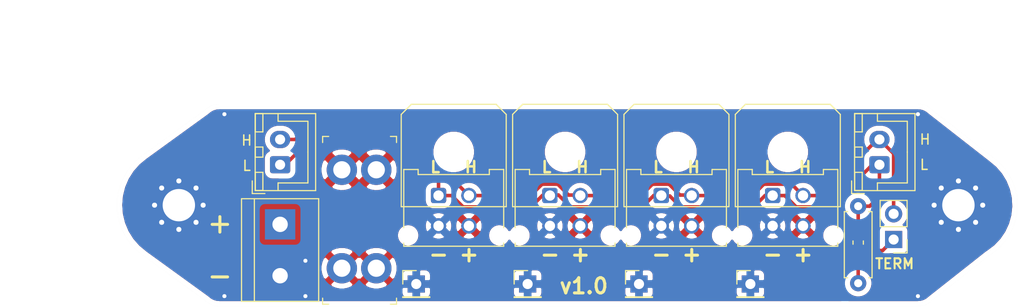
<source format=kicad_pcb>
(kicad_pcb (version 20171130) (host pcbnew "(5.1.5)-3")

  (general
    (thickness 1.6)
    (drawings 31)
    (tracks 69)
    (zones 0)
    (modules 21)
    (nets 7)
  )

  (page A4)
  (layers
    (0 F.Cu signal)
    (31 B.Cu signal)
    (32 B.Adhes user)
    (33 F.Adhes user)
    (34 B.Paste user)
    (35 F.Paste user)
    (36 B.SilkS user)
    (37 F.SilkS user)
    (38 B.Mask user)
    (39 F.Mask user)
    (40 Dwgs.User user)
    (41 Cmts.User user)
    (42 Eco1.User user)
    (43 Eco2.User user)
    (44 Edge.Cuts user)
    (45 Margin user)
    (46 B.CrtYd user)
    (47 F.CrtYd user)
    (48 B.Fab user)
    (49 F.Fab user hide)
  )

  (setup
    (last_trace_width 0.25)
    (user_trace_width 0.35)
    (user_trace_width 0.6)
    (user_trace_width 1.2)
    (trace_clearance 0.2)
    (zone_clearance 0.508)
    (zone_45_only no)
    (trace_min 0.2)
    (via_size 0.6)
    (via_drill 0.4)
    (via_min_size 0.4)
    (via_min_drill 0.3)
    (uvia_size 0.3)
    (uvia_drill 0.1)
    (uvias_allowed no)
    (uvia_min_size 0.2)
    (uvia_min_drill 0.1)
    (edge_width 0.00254)
    (segment_width 0.2)
    (pcb_text_width 0.3)
    (pcb_text_size 1.5 1.5)
    (mod_edge_width 0.15)
    (mod_text_size 1 1)
    (mod_text_width 0.15)
    (pad_size 2.5 2.5)
    (pad_drill 1.7)
    (pad_to_mask_clearance 0)
    (aux_axis_origin 0 0)
    (grid_origin 116.3701 62.3824)
    (visible_elements 7FFFFFFF)
    (pcbplotparams
      (layerselection 0x010fc_ffffffff)
      (usegerberextensions false)
      (usegerberattributes false)
      (usegerberadvancedattributes false)
      (creategerberjobfile false)
      (excludeedgelayer true)
      (linewidth 0.100000)
      (plotframeref false)
      (viasonmask false)
      (mode 1)
      (useauxorigin false)
      (hpglpennumber 1)
      (hpglpenspeed 20)
      (hpglpendiameter 15.000000)
      (psnegative false)
      (psa4output false)
      (plotreference true)
      (plotvalue true)
      (plotinvisibletext false)
      (padsonsilk false)
      (subtractmaskfromsilk false)
      (outputformat 1)
      (mirror false)
      (drillshape 0)
      (scaleselection 1)
      (outputdirectory "candist"))
  )

  (net 0 "")
  (net 1 GND)
  (net 2 "Net-(J10-Pad1)")
  (net 3 CANH)
  (net 4 CANL)
  (net 5 /VINF)
  (net 6 /VIN)

  (net_class Default "To jest domyślna klasa połączeń."
    (clearance 0.2)
    (trace_width 0.25)
    (via_dia 0.6)
    (via_drill 0.4)
    (uvia_dia 0.3)
    (uvia_drill 0.1)
    (add_net /VIN)
    (add_net /VINF)
    (add_net CANH)
    (add_net CANL)
    (add_net GND)
    (add_net "Net-(J10-Pad1)")
  )

  (module MountingHole:MountingHole_3.2mm_M3_Pad_Via (layer F.Cu) (tedit 56DDBCCA) (tstamp 5FC930F5)
    (at 187.3701 52.3824)
    (descr "Mounting Hole 3.2mm, M3")
    (tags "mounting hole 3.2mm m3")
    (path /5FC97473)
    (zone_connect 2)
    (attr virtual)
    (fp_text reference H2 (at 0 -4.2) (layer F.SilkS) hide
      (effects (font (size 1 1) (thickness 0.15)))
    )
    (fp_text value MountingHole (at 0 4.2) (layer F.Fab)
      (effects (font (size 1 1) (thickness 0.15)))
    )
    (fp_circle (center 0 0) (end 3.45 0) (layer F.CrtYd) (width 0.05))
    (fp_circle (center 0 0) (end 3.2 0) (layer Cmts.User) (width 0.15))
    (fp_text user %R (at 0.3 0) (layer F.Fab)
      (effects (font (size 1 1) (thickness 0.15)))
    )
    (pad 1 thru_hole circle (at 1.697056 -1.697056) (size 0.8 0.8) (drill 0.5) (layers *.Cu *.Mask)
      (net 1 GND) (zone_connect 2))
    (pad 1 thru_hole circle (at 0 -2.4) (size 0.8 0.8) (drill 0.5) (layers *.Cu *.Mask)
      (net 1 GND) (zone_connect 2))
    (pad 1 thru_hole circle (at -1.697056 -1.697056) (size 0.8 0.8) (drill 0.5) (layers *.Cu *.Mask)
      (net 1 GND) (zone_connect 2))
    (pad 1 thru_hole circle (at -2.4 0) (size 0.8 0.8) (drill 0.5) (layers *.Cu *.Mask)
      (net 1 GND) (zone_connect 2))
    (pad 1 thru_hole circle (at -1.697056 1.697056) (size 0.8 0.8) (drill 0.5) (layers *.Cu *.Mask)
      (net 1 GND) (zone_connect 2))
    (pad 1 thru_hole circle (at 0 2.4) (size 0.8 0.8) (drill 0.5) (layers *.Cu *.Mask)
      (net 1 GND) (zone_connect 2))
    (pad 1 thru_hole circle (at 1.697056 1.697056) (size 0.8 0.8) (drill 0.5) (layers *.Cu *.Mask)
      (net 1 GND) (zone_connect 2))
    (pad 1 thru_hole circle (at 2.4 0) (size 0.8 0.8) (drill 0.5) (layers *.Cu *.Mask)
      (net 1 GND) (zone_connect 2))
    (pad 1 thru_hole circle (at 0 0) (size 6.4 6.4) (drill 3.2) (layers *.Cu *.Mask)
      (net 1 GND) (zone_connect 2))
  )

  (module MountingHole:MountingHole_3.2mm_M3_Pad_Via (layer F.Cu) (tedit 56DDBCCA) (tstamp 5FC8BB92)
    (at 110.3701 52.3824)
    (descr "Mounting Hole 3.2mm, M3")
    (tags "mounting hole 3.2mm m3")
    (path /5FC8C18E)
    (zone_connect 2)
    (attr virtual)
    (fp_text reference H1 (at 0 -4.2) (layer F.SilkS) hide
      (effects (font (size 1 1) (thickness 0.15)))
    )
    (fp_text value MountingHole (at 0 4.2) (layer F.Fab)
      (effects (font (size 1 1) (thickness 0.15)))
    )
    (fp_circle (center 0 0) (end 3.45 0) (layer F.CrtYd) (width 0.05))
    (fp_circle (center 0 0) (end 3.2 0) (layer Cmts.User) (width 0.15))
    (fp_text user %R (at 0.3 0) (layer F.Fab)
      (effects (font (size 1 1) (thickness 0.15)))
    )
    (pad 1 thru_hole circle (at 1.697056 -1.697056) (size 0.8 0.8) (drill 0.5) (layers *.Cu *.Mask)
      (net 1 GND) (zone_connect 2))
    (pad 1 thru_hole circle (at 0 -2.4) (size 0.8 0.8) (drill 0.5) (layers *.Cu *.Mask)
      (net 1 GND) (zone_connect 2))
    (pad 1 thru_hole circle (at -1.697056 -1.697056) (size 0.8 0.8) (drill 0.5) (layers *.Cu *.Mask)
      (net 1 GND) (zone_connect 2))
    (pad 1 thru_hole circle (at -2.4 0) (size 0.8 0.8) (drill 0.5) (layers *.Cu *.Mask)
      (net 1 GND) (zone_connect 2))
    (pad 1 thru_hole circle (at -1.697056 1.697056) (size 0.8 0.8) (drill 0.5) (layers *.Cu *.Mask)
      (net 1 GND) (zone_connect 2))
    (pad 1 thru_hole circle (at 0 2.4) (size 0.8 0.8) (drill 0.5) (layers *.Cu *.Mask)
      (net 1 GND) (zone_connect 2))
    (pad 1 thru_hole circle (at 1.697056 1.697056) (size 0.8 0.8) (drill 0.5) (layers *.Cu *.Mask)
      (net 1 GND) (zone_connect 2))
    (pad 1 thru_hole circle (at 2.4 0) (size 0.8 0.8) (drill 0.5) (layers *.Cu *.Mask)
      (net 1 GND) (zone_connect 2))
    (pad 1 thru_hole circle (at 0 0) (size 6.4 6.4) (drill 3.2) (layers *.Cu *.Mask)
      (net 1 GND) (zone_connect 2))
  )

  (module cancape:KEYSTONE-3568 (layer F.Cu) (tedit 5FD0EBCA) (tstamp 5F8C211A)
    (at 129.8701 48.8824 270)
    (path /5F919126)
    (fp_text reference F2 (at 4.9 -3.3 90) (layer F.SilkS) hide
      (effects (font (size 1 1) (thickness 0.15)))
    )
    (fp_text value Fuse (at 0 -0.5 90) (layer F.Fab)
      (effects (font (size 1 1) (thickness 0.15)))
    )
    (fp_line (start 13.3 5.3) (end 12.7 5.3) (layer F.SilkS) (width 0.12))
    (fp_line (start 13.3 4.7) (end 13.3 5.3) (layer F.SilkS) (width 0.12))
    (fp_line (start 13.3 -2) (end 13.3 -1.4) (layer F.SilkS) (width 0.12))
    (fp_line (start 12.7 -2) (end 13.3 -2) (layer F.SilkS) (width 0.12))
    (fp_line (start -3.3 5.3) (end -2.7 5.3) (layer F.SilkS) (width 0.12))
    (fp_line (start -3.3 4.7) (end -3.3 5.3) (layer F.SilkS) (width 0.12))
    (fp_line (start -3.3 -2) (end -2.7 -2) (layer F.SilkS) (width 0.12))
    (fp_line (start -3.3 -1.4) (end -3.3 -2) (layer F.SilkS) (width 0.12))
    (fp_line (start -3 5.03) (end 13 5.03) (layer Dwgs.User) (width 0.12))
    (fp_line (start -3 -1.7) (end -3 5.03) (layer Dwgs.User) (width 0.12))
    (fp_line (start 13 -1.7) (end 13 5.03) (layer Dwgs.User) (width 0.12))
    (fp_line (start -3 -1.7) (end 13 -1.7) (layer Dwgs.User) (width 0.12))
    (pad 2 thru_hole circle (at 9.74 3.4 270) (size 3 3) (drill 1.7) (layers *.Cu *.Mask)
      (net 5 /VINF))
    (pad 2 thru_hole circle (at 9.74 0 270) (size 3 3) (drill 1.7) (layers *.Cu *.Mask)
      (net 5 /VINF))
    (pad 1 thru_hole circle (at 0 3.4 270) (size 3 3) (drill 1.7) (layers *.Cu *.Mask)
      (net 6 /VIN))
    (pad 1 thru_hole circle (at 0 0 270) (size 3 3) (drill 1.7) (layers *.Cu *.Mask)
      (net 6 /VIN))
  )

  (module Connector_Molex:Molex_Micro-Fit_3.0_43045-0400_2x02_P3.00mm_Horizontal (layer F.Cu) (tedit 5DC5E16C) (tstamp 5FCB5AAC)
    (at 169.0201 51.4324)
    (descr "Molex Micro-Fit 3.0 Connector System, 43045-0400 (alternative finishes: 43045-040x), 2 Pins per row (https://www.molex.com/pdm_docs/sd/430450201_sd.pdf), generated with kicad-footprint-generator")
    (tags "connector Molex Micro-Fit_3.0 horizontal")
    (path /5FCD6E01)
    (fp_text reference J16 (at 1.5 -10.12) (layer F.SilkS) hide
      (effects (font (size 1 1) (thickness 0.15)))
    )
    (fp_text value Conn_02x02_Top_Bottom (at 1.5 5.7) (layer F.Fab)
      (effects (font (size 1 1) (thickness 0.15)))
    )
    (fp_text user %R (at 1.5 -8.22) (layer F.Fab)
      (effects (font (size 1 1) (thickness 0.15)))
    )
    (fp_line (start -1.25 1.49) (end -4.08 1.49) (layer F.CrtYd) (width 0.05))
    (fp_line (start -1.25 4.25) (end -1.25 1.49) (layer F.CrtYd) (width 0.05))
    (fp_line (start 4.25 4.25) (end -1.25 4.25) (layer F.CrtYd) (width 0.05))
    (fp_line (start 4.25 1.49) (end 4.25 4.25) (layer F.CrtYd) (width 0.05))
    (fp_line (start 7.08 1.49) (end 4.25 1.49) (layer F.CrtYd) (width 0.05))
    (fp_line (start 7.08 -9.42) (end 7.08 1.49) (layer F.CrtYd) (width 0.05))
    (fp_line (start -4.08 -9.42) (end 7.08 -9.42) (layer F.CrtYd) (width 0.05))
    (fp_line (start -4.08 1.49) (end -4.08 -9.42) (layer F.CrtYd) (width 0.05))
    (fp_line (start 6.685 1.1) (end -3.685 1.1) (layer F.SilkS) (width 0.12))
    (fp_line (start 6.685 -8.03) (end 6.685 1.1) (layer F.SilkS) (width 0.12))
    (fp_line (start 5.685 -9.03) (end 6.685 -8.03) (layer F.SilkS) (width 0.12))
    (fp_line (start -2.685 -9.03) (end 5.685 -9.03) (layer F.SilkS) (width 0.12))
    (fp_line (start -3.685 -8.03) (end -2.685 -9.03) (layer F.SilkS) (width 0.12))
    (fp_line (start -3.685 1.1) (end -3.685 -8.03) (layer F.SilkS) (width 0.12))
    (fp_line (start 0 0) (end 0.75 0.99) (layer F.Fab) (width 0.1))
    (fp_line (start -0.75 0.99) (end 0 0) (layer F.Fab) (width 0.1))
    (fp_line (start 6.575 0.99) (end -3.575 0.99) (layer F.Fab) (width 0.1))
    (fp_line (start 6.575 -7.92) (end 6.575 0.99) (layer F.Fab) (width 0.1))
    (fp_line (start 5.575 -8.92) (end 6.575 -7.92) (layer F.Fab) (width 0.1))
    (fp_line (start -2.575 -8.92) (end 5.575 -8.92) (layer F.Fab) (width 0.1))
    (fp_line (start -3.575 -7.92) (end -2.575 -8.92) (layer F.Fab) (width 0.1))
    (fp_line (start -3.575 0.99) (end -3.575 -7.92) (layer F.Fab) (width 0.1))
    (pad 4 thru_hole circle (at 3 3) (size 1.5 1.5) (drill 1.02) (layers *.Cu *.Mask)
      (net 5 /VINF))
    (pad 3 thru_hole circle (at 0 3) (size 1.5 1.5) (drill 1.02) (layers *.Cu *.Mask)
      (net 1 GND))
    (pad 2 thru_hole circle (at 3 0) (size 1.5 1.5) (drill 1.02) (layers *.Cu *.Mask)
      (net 3 CANH))
    (pad 1 thru_hole roundrect (at 0 0) (size 1.5 1.5) (drill 1.02) (layers *.Cu *.Mask) (roundrect_rratio 0.166667)
      (net 4 CANL))
    (pad "" np_thru_hole circle (at 1.5 -4.32) (size 3 3) (drill 3) (layers *.Cu *.Mask))
    (model ${KISYS3DMOD}/Connector_Molex.3dshapes/Molex_Micro-Fit_3.0_43045-0400_2x02_P3.00mm_Horizontal.wrl
      (at (xyz 0 0 0))
      (scale (xyz 1 1 1))
      (rotate (xyz 0 0 0))
    )
  )

  (module Connector_Molex:Molex_Micro-Fit_3.0_43045-0400_2x02_P3.00mm_Horizontal (layer F.Cu) (tedit 5DC5E16C) (tstamp 5FCB5D64)
    (at 158.0201 51.4324)
    (descr "Molex Micro-Fit 3.0 Connector System, 43045-0400 (alternative finishes: 43045-040x), 2 Pins per row (https://www.molex.com/pdm_docs/sd/430450201_sd.pdf), generated with kicad-footprint-generator")
    (tags "connector Molex Micro-Fit_3.0 horizontal")
    (path /5FCD6646)
    (fp_text reference J15 (at 1.5 -10.12) (layer F.SilkS) hide
      (effects (font (size 1 1) (thickness 0.15)))
    )
    (fp_text value Conn_02x02_Top_Bottom (at 1.5 5.7) (layer F.Fab)
      (effects (font (size 1 1) (thickness 0.15)))
    )
    (fp_text user %R (at 1.5 -8.22) (layer F.Fab)
      (effects (font (size 1 1) (thickness 0.15)))
    )
    (fp_line (start -1.25 1.49) (end -4.08 1.49) (layer F.CrtYd) (width 0.05))
    (fp_line (start -1.25 4.25) (end -1.25 1.49) (layer F.CrtYd) (width 0.05))
    (fp_line (start 4.25 4.25) (end -1.25 4.25) (layer F.CrtYd) (width 0.05))
    (fp_line (start 4.25 1.49) (end 4.25 4.25) (layer F.CrtYd) (width 0.05))
    (fp_line (start 7.08 1.49) (end 4.25 1.49) (layer F.CrtYd) (width 0.05))
    (fp_line (start 7.08 -9.42) (end 7.08 1.49) (layer F.CrtYd) (width 0.05))
    (fp_line (start -4.08 -9.42) (end 7.08 -9.42) (layer F.CrtYd) (width 0.05))
    (fp_line (start -4.08 1.49) (end -4.08 -9.42) (layer F.CrtYd) (width 0.05))
    (fp_line (start 6.685 1.1) (end -3.685 1.1) (layer F.SilkS) (width 0.12))
    (fp_line (start 6.685 -8.03) (end 6.685 1.1) (layer F.SilkS) (width 0.12))
    (fp_line (start 5.685 -9.03) (end 6.685 -8.03) (layer F.SilkS) (width 0.12))
    (fp_line (start -2.685 -9.03) (end 5.685 -9.03) (layer F.SilkS) (width 0.12))
    (fp_line (start -3.685 -8.03) (end -2.685 -9.03) (layer F.SilkS) (width 0.12))
    (fp_line (start -3.685 1.1) (end -3.685 -8.03) (layer F.SilkS) (width 0.12))
    (fp_line (start 0 0) (end 0.75 0.99) (layer F.Fab) (width 0.1))
    (fp_line (start -0.75 0.99) (end 0 0) (layer F.Fab) (width 0.1))
    (fp_line (start 6.575 0.99) (end -3.575 0.99) (layer F.Fab) (width 0.1))
    (fp_line (start 6.575 -7.92) (end 6.575 0.99) (layer F.Fab) (width 0.1))
    (fp_line (start 5.575 -8.92) (end 6.575 -7.92) (layer F.Fab) (width 0.1))
    (fp_line (start -2.575 -8.92) (end 5.575 -8.92) (layer F.Fab) (width 0.1))
    (fp_line (start -3.575 -7.92) (end -2.575 -8.92) (layer F.Fab) (width 0.1))
    (fp_line (start -3.575 0.99) (end -3.575 -7.92) (layer F.Fab) (width 0.1))
    (pad 4 thru_hole circle (at 3 3) (size 1.5 1.5) (drill 1.02) (layers *.Cu *.Mask)
      (net 5 /VINF))
    (pad 3 thru_hole circle (at 0 3) (size 1.5 1.5) (drill 1.02) (layers *.Cu *.Mask)
      (net 1 GND))
    (pad 2 thru_hole circle (at 3 0) (size 1.5 1.5) (drill 1.02) (layers *.Cu *.Mask)
      (net 3 CANH))
    (pad 1 thru_hole roundrect (at 0 0) (size 1.5 1.5) (drill 1.02) (layers *.Cu *.Mask) (roundrect_rratio 0.166667)
      (net 4 CANL))
    (pad "" np_thru_hole circle (at 1.5 -4.32) (size 3 3) (drill 3) (layers *.Cu *.Mask))
    (model ${KISYS3DMOD}/Connector_Molex.3dshapes/Molex_Micro-Fit_3.0_43045-0400_2x02_P3.00mm_Horizontal.wrl
      (at (xyz 0 0 0))
      (scale (xyz 1 1 1))
      (rotate (xyz 0 0 0))
    )
  )

  (module Connector_Molex:Molex_Micro-Fit_3.0_43045-0400_2x02_P3.00mm_Horizontal (layer F.Cu) (tedit 5DC5E16C) (tstamp 5FCB5A52)
    (at 147.0201 51.4324)
    (descr "Molex Micro-Fit 3.0 Connector System, 43045-0400 (alternative finishes: 43045-040x), 2 Pins per row (https://www.molex.com/pdm_docs/sd/430450201_sd.pdf), generated with kicad-footprint-generator")
    (tags "connector Molex Micro-Fit_3.0 horizontal")
    (path /5FCD5E8A)
    (fp_text reference J14 (at 1.5 -10.12) (layer F.SilkS) hide
      (effects (font (size 1 1) (thickness 0.15)))
    )
    (fp_text value Conn_02x02_Top_Bottom (at 1.5 5.7) (layer F.Fab)
      (effects (font (size 1 1) (thickness 0.15)))
    )
    (fp_text user %R (at 1.5 -8.22) (layer F.Fab)
      (effects (font (size 1 1) (thickness 0.15)))
    )
    (fp_line (start -1.25 1.49) (end -4.08 1.49) (layer F.CrtYd) (width 0.05))
    (fp_line (start -1.25 4.25) (end -1.25 1.49) (layer F.CrtYd) (width 0.05))
    (fp_line (start 4.25 4.25) (end -1.25 4.25) (layer F.CrtYd) (width 0.05))
    (fp_line (start 4.25 1.49) (end 4.25 4.25) (layer F.CrtYd) (width 0.05))
    (fp_line (start 7.08 1.49) (end 4.25 1.49) (layer F.CrtYd) (width 0.05))
    (fp_line (start 7.08 -9.42) (end 7.08 1.49) (layer F.CrtYd) (width 0.05))
    (fp_line (start -4.08 -9.42) (end 7.08 -9.42) (layer F.CrtYd) (width 0.05))
    (fp_line (start -4.08 1.49) (end -4.08 -9.42) (layer F.CrtYd) (width 0.05))
    (fp_line (start 6.685 1.1) (end -3.685 1.1) (layer F.SilkS) (width 0.12))
    (fp_line (start 6.685 -8.03) (end 6.685 1.1) (layer F.SilkS) (width 0.12))
    (fp_line (start 5.685 -9.03) (end 6.685 -8.03) (layer F.SilkS) (width 0.12))
    (fp_line (start -2.685 -9.03) (end 5.685 -9.03) (layer F.SilkS) (width 0.12))
    (fp_line (start -3.685 -8.03) (end -2.685 -9.03) (layer F.SilkS) (width 0.12))
    (fp_line (start -3.685 1.1) (end -3.685 -8.03) (layer F.SilkS) (width 0.12))
    (fp_line (start 0 0) (end 0.75 0.99) (layer F.Fab) (width 0.1))
    (fp_line (start -0.75 0.99) (end 0 0) (layer F.Fab) (width 0.1))
    (fp_line (start 6.575 0.99) (end -3.575 0.99) (layer F.Fab) (width 0.1))
    (fp_line (start 6.575 -7.92) (end 6.575 0.99) (layer F.Fab) (width 0.1))
    (fp_line (start 5.575 -8.92) (end 6.575 -7.92) (layer F.Fab) (width 0.1))
    (fp_line (start -2.575 -8.92) (end 5.575 -8.92) (layer F.Fab) (width 0.1))
    (fp_line (start -3.575 -7.92) (end -2.575 -8.92) (layer F.Fab) (width 0.1))
    (fp_line (start -3.575 0.99) (end -3.575 -7.92) (layer F.Fab) (width 0.1))
    (pad 4 thru_hole circle (at 3 3) (size 1.5 1.5) (drill 1.02) (layers *.Cu *.Mask)
      (net 5 /VINF))
    (pad 3 thru_hole circle (at 0 3) (size 1.5 1.5) (drill 1.02) (layers *.Cu *.Mask)
      (net 1 GND))
    (pad 2 thru_hole circle (at 3 0) (size 1.5 1.5) (drill 1.02) (layers *.Cu *.Mask)
      (net 3 CANH))
    (pad 1 thru_hole roundrect (at 0 0) (size 1.5 1.5) (drill 1.02) (layers *.Cu *.Mask) (roundrect_rratio 0.166667)
      (net 4 CANL))
    (pad "" np_thru_hole circle (at 1.5 -4.32) (size 3 3) (drill 3) (layers *.Cu *.Mask))
    (model ${KISYS3DMOD}/Connector_Molex.3dshapes/Molex_Micro-Fit_3.0_43045-0400_2x02_P3.00mm_Horizontal.wrl
      (at (xyz 0 0 0))
      (scale (xyz 1 1 1))
      (rotate (xyz 0 0 0))
    )
  )

  (module Connector_Molex:Molex_Micro-Fit_3.0_43045-0400_2x02_P3.00mm_Horizontal (layer F.Cu) (tedit 5DC5E16C) (tstamp 5FCB59D5)
    (at 136.0201 51.4324)
    (descr "Molex Micro-Fit 3.0 Connector System, 43045-0400 (alternative finishes: 43045-040x), 2 Pins per row (https://www.molex.com/pdm_docs/sd/430450201_sd.pdf), generated with kicad-footprint-generator")
    (tags "connector Molex Micro-Fit_3.0 horizontal")
    (path /5FCBCC59)
    (fp_text reference J11 (at 1.5 -10.12) (layer F.SilkS) hide
      (effects (font (size 1 1) (thickness 0.15)))
    )
    (fp_text value Conn_02x02_Top_Bottom (at 1.5 5.7) (layer F.Fab)
      (effects (font (size 1 1) (thickness 0.15)))
    )
    (fp_text user %R (at 1.5 -8.22) (layer F.Fab)
      (effects (font (size 1 1) (thickness 0.15)))
    )
    (fp_line (start -1.25 1.49) (end -4.08 1.49) (layer F.CrtYd) (width 0.05))
    (fp_line (start -1.25 4.25) (end -1.25 1.49) (layer F.CrtYd) (width 0.05))
    (fp_line (start 4.25 4.25) (end -1.25 4.25) (layer F.CrtYd) (width 0.05))
    (fp_line (start 4.25 1.49) (end 4.25 4.25) (layer F.CrtYd) (width 0.05))
    (fp_line (start 7.08 1.49) (end 4.25 1.49) (layer F.CrtYd) (width 0.05))
    (fp_line (start 7.08 -9.42) (end 7.08 1.49) (layer F.CrtYd) (width 0.05))
    (fp_line (start -4.08 -9.42) (end 7.08 -9.42) (layer F.CrtYd) (width 0.05))
    (fp_line (start -4.08 1.49) (end -4.08 -9.42) (layer F.CrtYd) (width 0.05))
    (fp_line (start 6.685 1.1) (end -3.685 1.1) (layer F.SilkS) (width 0.12))
    (fp_line (start 6.685 -8.03) (end 6.685 1.1) (layer F.SilkS) (width 0.12))
    (fp_line (start 5.685 -9.03) (end 6.685 -8.03) (layer F.SilkS) (width 0.12))
    (fp_line (start -2.685 -9.03) (end 5.685 -9.03) (layer F.SilkS) (width 0.12))
    (fp_line (start -3.685 -8.03) (end -2.685 -9.03) (layer F.SilkS) (width 0.12))
    (fp_line (start -3.685 1.1) (end -3.685 -8.03) (layer F.SilkS) (width 0.12))
    (fp_line (start 0 0) (end 0.75 0.99) (layer F.Fab) (width 0.1))
    (fp_line (start -0.75 0.99) (end 0 0) (layer F.Fab) (width 0.1))
    (fp_line (start 6.575 0.99) (end -3.575 0.99) (layer F.Fab) (width 0.1))
    (fp_line (start 6.575 -7.92) (end 6.575 0.99) (layer F.Fab) (width 0.1))
    (fp_line (start 5.575 -8.92) (end 6.575 -7.92) (layer F.Fab) (width 0.1))
    (fp_line (start -2.575 -8.92) (end 5.575 -8.92) (layer F.Fab) (width 0.1))
    (fp_line (start -3.575 -7.92) (end -2.575 -8.92) (layer F.Fab) (width 0.1))
    (fp_line (start -3.575 0.99) (end -3.575 -7.92) (layer F.Fab) (width 0.1))
    (pad 4 thru_hole circle (at 3 3) (size 1.5 1.5) (drill 1.02) (layers *.Cu *.Mask)
      (net 5 /VINF))
    (pad 3 thru_hole circle (at 0 3) (size 1.5 1.5) (drill 1.02) (layers *.Cu *.Mask)
      (net 1 GND))
    (pad 2 thru_hole circle (at 3 0) (size 1.5 1.5) (drill 1.02) (layers *.Cu *.Mask)
      (net 3 CANH))
    (pad 1 thru_hole roundrect (at 0 0) (size 1.5 1.5) (drill 1.02) (layers *.Cu *.Mask) (roundrect_rratio 0.166667)
      (net 4 CANL))
    (pad "" np_thru_hole circle (at 1.5 -4.32) (size 3 3) (drill 3) (layers *.Cu *.Mask))
    (model ${KISYS3DMOD}/Connector_Molex.3dshapes/Molex_Micro-Fit_3.0_43045-0400_2x02_P3.00mm_Horizontal.wrl
      (at (xyz 0 0 0))
      (scale (xyz 1 1 1))
      (rotate (xyz 0 0 0))
    )
  )

  (module Resistor_THT:R_Axial_DIN0207_L6.3mm_D2.5mm_P7.62mm_Horizontal (layer F.Cu) (tedit 5AE5139B) (tstamp 5FC56F19)
    (at 177.4701 52.4824 270)
    (descr "Resistor, Axial_DIN0207 series, Axial, Horizontal, pin pitch=7.62mm, 0.25W = 1/4W, length*diameter=6.3*2.5mm^2, http://cdn-reichelt.de/documents/datenblatt/B400/1_4W%23YAG.pdf")
    (tags "Resistor Axial_DIN0207 series Axial Horizontal pin pitch 7.62mm 0.25W = 1/4W length 6.3mm diameter 2.5mm")
    (path /5FC7595D)
    (fp_text reference R2 (at 3.81 -2.37 90) (layer F.SilkS) hide
      (effects (font (size 1 1) (thickness 0.15)))
    )
    (fp_text value 120R (at 3.81 2.37 90) (layer F.Fab)
      (effects (font (size 1 1) (thickness 0.15)))
    )
    (fp_text user %R (at 3.81 0 90) (layer F.Fab)
      (effects (font (size 1 1) (thickness 0.15)))
    )
    (fp_line (start 8.67 -1.5) (end -1.05 -1.5) (layer F.CrtYd) (width 0.05))
    (fp_line (start 8.67 1.5) (end 8.67 -1.5) (layer F.CrtYd) (width 0.05))
    (fp_line (start -1.05 1.5) (end 8.67 1.5) (layer F.CrtYd) (width 0.05))
    (fp_line (start -1.05 -1.5) (end -1.05 1.5) (layer F.CrtYd) (width 0.05))
    (fp_line (start 7.08 1.37) (end 7.08 1.04) (layer F.SilkS) (width 0.12))
    (fp_line (start 0.54 1.37) (end 7.08 1.37) (layer F.SilkS) (width 0.12))
    (fp_line (start 0.54 1.04) (end 0.54 1.37) (layer F.SilkS) (width 0.12))
    (fp_line (start 7.08 -1.37) (end 7.08 -1.04) (layer F.SilkS) (width 0.12))
    (fp_line (start 0.54 -1.37) (end 7.08 -1.37) (layer F.SilkS) (width 0.12))
    (fp_line (start 0.54 -1.04) (end 0.54 -1.37) (layer F.SilkS) (width 0.12))
    (fp_line (start 7.62 0) (end 6.96 0) (layer F.Fab) (width 0.1))
    (fp_line (start 0 0) (end 0.66 0) (layer F.Fab) (width 0.1))
    (fp_line (start 6.96 -1.25) (end 0.66 -1.25) (layer F.Fab) (width 0.1))
    (fp_line (start 6.96 1.25) (end 6.96 -1.25) (layer F.Fab) (width 0.1))
    (fp_line (start 0.66 1.25) (end 6.96 1.25) (layer F.Fab) (width 0.1))
    (fp_line (start 0.66 -1.25) (end 0.66 1.25) (layer F.Fab) (width 0.1))
    (pad 2 thru_hole oval (at 7.62 0 270) (size 1.6 1.6) (drill 0.8) (layers *.Cu *.Mask)
      (net 2 "Net-(J10-Pad1)"))
    (pad 1 thru_hole circle (at 0 0 270) (size 1.6 1.6) (drill 0.8) (layers *.Cu *.Mask)
      (net 4 CANL))
    (model ${KISYS3DMOD}/Resistor_THT.3dshapes/R_Axial_DIN0207_L6.3mm_D2.5mm_P7.62mm_Horizontal.wrl
      (at (xyz 0 0 0))
      (scale (xyz 1 1 1))
      (rotate (xyz 0 0 0))
    )
  )

  (module Connector_PinHeader_2.54mm:PinHeader_1x01_P2.54mm_Vertical (layer F.Cu) (tedit 59FED5CC) (tstamp 5FC52171)
    (at 166.8201 60.1824)
    (descr "Through hole straight pin header, 1x01, 2.54mm pitch, single row")
    (tags "Through hole pin header THT 1x01 2.54mm single row")
    (path /5FC5750E)
    (fp_text reference J13 (at 0 -2.33) (layer F.SilkS) hide
      (effects (font (size 1 1) (thickness 0.15)))
    )
    (fp_text value Conn_01x01 (at 0 2.33) (layer F.Fab)
      (effects (font (size 1 1) (thickness 0.15)))
    )
    (fp_text user %R (at 0 0 90) (layer F.Fab)
      (effects (font (size 1 1) (thickness 0.15)))
    )
    (fp_line (start 1.8 -1.8) (end -1.8 -1.8) (layer F.CrtYd) (width 0.05))
    (fp_line (start 1.8 1.8) (end 1.8 -1.8) (layer F.CrtYd) (width 0.05))
    (fp_line (start -1.8 1.8) (end 1.8 1.8) (layer F.CrtYd) (width 0.05))
    (fp_line (start -1.8 -1.8) (end -1.8 1.8) (layer F.CrtYd) (width 0.05))
    (fp_line (start -1.33 -1.33) (end 0 -1.33) (layer F.SilkS) (width 0.12))
    (fp_line (start -1.33 0) (end -1.33 -1.33) (layer F.SilkS) (width 0.12))
    (fp_line (start -1.33 1.27) (end 1.33 1.27) (layer F.SilkS) (width 0.12))
    (fp_line (start 1.33 1.27) (end 1.33 1.33) (layer F.SilkS) (width 0.12))
    (fp_line (start -1.33 1.27) (end -1.33 1.33) (layer F.SilkS) (width 0.12))
    (fp_line (start -1.33 1.33) (end 1.33 1.33) (layer F.SilkS) (width 0.12))
    (fp_line (start -1.27 -0.635) (end -0.635 -1.27) (layer F.Fab) (width 0.1))
    (fp_line (start -1.27 1.27) (end -1.27 -0.635) (layer F.Fab) (width 0.1))
    (fp_line (start 1.27 1.27) (end -1.27 1.27) (layer F.Fab) (width 0.1))
    (fp_line (start 1.27 -1.27) (end 1.27 1.27) (layer F.Fab) (width 0.1))
    (fp_line (start -0.635 -1.27) (end 1.27 -1.27) (layer F.Fab) (width 0.1))
    (pad 1 thru_hole rect (at 0 0) (size 1.7 1.7) (drill 1) (layers *.Cu *.Mask)
      (net 1 GND))
    (model ${KISYS3DMOD}/Connector_PinHeader_2.54mm.3dshapes/PinHeader_1x01_P2.54mm_Vertical.wrl
      (at (xyz 0 0 0))
      (scale (xyz 1 1 1))
      (rotate (xyz 0 0 0))
    )
  )

  (module Connector_PinHeader_2.54mm:PinHeader_1x01_P2.54mm_Vertical (layer F.Cu) (tedit 59FED5CC) (tstamp 5FC521E9)
    (at 155.8201 60.1824)
    (descr "Through hole straight pin header, 1x01, 2.54mm pitch, single row")
    (tags "Through hole pin header THT 1x01 2.54mm single row")
    (path /5FC56529)
    (fp_text reference J12 (at 0 -2.33) (layer F.SilkS) hide
      (effects (font (size 1 1) (thickness 0.15)))
    )
    (fp_text value Conn_01x01 (at 0 2.33) (layer F.Fab)
      (effects (font (size 1 1) (thickness 0.15)))
    )
    (fp_text user %R (at 0 0 90) (layer F.Fab)
      (effects (font (size 1 1) (thickness 0.15)))
    )
    (fp_line (start 1.8 -1.8) (end -1.8 -1.8) (layer F.CrtYd) (width 0.05))
    (fp_line (start 1.8 1.8) (end 1.8 -1.8) (layer F.CrtYd) (width 0.05))
    (fp_line (start -1.8 1.8) (end 1.8 1.8) (layer F.CrtYd) (width 0.05))
    (fp_line (start -1.8 -1.8) (end -1.8 1.8) (layer F.CrtYd) (width 0.05))
    (fp_line (start -1.33 -1.33) (end 0 -1.33) (layer F.SilkS) (width 0.12))
    (fp_line (start -1.33 0) (end -1.33 -1.33) (layer F.SilkS) (width 0.12))
    (fp_line (start -1.33 1.27) (end 1.33 1.27) (layer F.SilkS) (width 0.12))
    (fp_line (start 1.33 1.27) (end 1.33 1.33) (layer F.SilkS) (width 0.12))
    (fp_line (start -1.33 1.27) (end -1.33 1.33) (layer F.SilkS) (width 0.12))
    (fp_line (start -1.33 1.33) (end 1.33 1.33) (layer F.SilkS) (width 0.12))
    (fp_line (start -1.27 -0.635) (end -0.635 -1.27) (layer F.Fab) (width 0.1))
    (fp_line (start -1.27 1.27) (end -1.27 -0.635) (layer F.Fab) (width 0.1))
    (fp_line (start 1.27 1.27) (end -1.27 1.27) (layer F.Fab) (width 0.1))
    (fp_line (start 1.27 -1.27) (end 1.27 1.27) (layer F.Fab) (width 0.1))
    (fp_line (start -0.635 -1.27) (end 1.27 -1.27) (layer F.Fab) (width 0.1))
    (pad 1 thru_hole rect (at 0 0) (size 1.7 1.7) (drill 1) (layers *.Cu *.Mask)
      (net 1 GND))
    (model ${KISYS3DMOD}/Connector_PinHeader_2.54mm.3dshapes/PinHeader_1x01_P2.54mm_Vertical.wrl
      (at (xyz 0 0 0))
      (scale (xyz 1 1 1))
      (rotate (xyz 0 0 0))
    )
  )

  (module Connector_PinHeader_2.54mm:PinHeader_1x01_P2.54mm_Vertical (layer F.Cu) (tedit 59FED5CC) (tstamp 5FC52135)
    (at 144.8201 60.1824)
    (descr "Through hole straight pin header, 1x01, 2.54mm pitch, single row")
    (tags "Through hole pin header THT 1x01 2.54mm single row")
    (path /5FC55656)
    (fp_text reference J9 (at 0 -2.33) (layer F.SilkS) hide
      (effects (font (size 1 1) (thickness 0.15)))
    )
    (fp_text value Conn_01x01 (at 0 2.33) (layer F.Fab)
      (effects (font (size 1 1) (thickness 0.15)))
    )
    (fp_text user %R (at 0 0 90) (layer F.Fab)
      (effects (font (size 1 1) (thickness 0.15)))
    )
    (fp_line (start 1.8 -1.8) (end -1.8 -1.8) (layer F.CrtYd) (width 0.05))
    (fp_line (start 1.8 1.8) (end 1.8 -1.8) (layer F.CrtYd) (width 0.05))
    (fp_line (start -1.8 1.8) (end 1.8 1.8) (layer F.CrtYd) (width 0.05))
    (fp_line (start -1.8 -1.8) (end -1.8 1.8) (layer F.CrtYd) (width 0.05))
    (fp_line (start -1.33 -1.33) (end 0 -1.33) (layer F.SilkS) (width 0.12))
    (fp_line (start -1.33 0) (end -1.33 -1.33) (layer F.SilkS) (width 0.12))
    (fp_line (start -1.33 1.27) (end 1.33 1.27) (layer F.SilkS) (width 0.12))
    (fp_line (start 1.33 1.27) (end 1.33 1.33) (layer F.SilkS) (width 0.12))
    (fp_line (start -1.33 1.27) (end -1.33 1.33) (layer F.SilkS) (width 0.12))
    (fp_line (start -1.33 1.33) (end 1.33 1.33) (layer F.SilkS) (width 0.12))
    (fp_line (start -1.27 -0.635) (end -0.635 -1.27) (layer F.Fab) (width 0.1))
    (fp_line (start -1.27 1.27) (end -1.27 -0.635) (layer F.Fab) (width 0.1))
    (fp_line (start 1.27 1.27) (end -1.27 1.27) (layer F.Fab) (width 0.1))
    (fp_line (start 1.27 -1.27) (end 1.27 1.27) (layer F.Fab) (width 0.1))
    (fp_line (start -0.635 -1.27) (end 1.27 -1.27) (layer F.Fab) (width 0.1))
    (pad 1 thru_hole rect (at 0 0) (size 1.7 1.7) (drill 1) (layers *.Cu *.Mask)
      (net 1 GND))
    (model ${KISYS3DMOD}/Connector_PinHeader_2.54mm.3dshapes/PinHeader_1x01_P2.54mm_Vertical.wrl
      (at (xyz 0 0 0))
      (scale (xyz 1 1 1))
      (rotate (xyz 0 0 0))
    )
  )

  (module Connector_PinHeader_2.54mm:PinHeader_1x01_P2.54mm_Vertical (layer F.Cu) (tedit 59FED5CC) (tstamp 5FC521AD)
    (at 133.8201 60.1824)
    (descr "Through hole straight pin header, 1x01, 2.54mm pitch, single row")
    (tags "Through hole pin header THT 1x01 2.54mm single row")
    (path /5FC526E6)
    (fp_text reference J8 (at 0 -2.33) (layer F.SilkS) hide
      (effects (font (size 1 1) (thickness 0.15)))
    )
    (fp_text value Conn_01x01 (at 0 2.33) (layer F.Fab)
      (effects (font (size 1 1) (thickness 0.15)))
    )
    (fp_text user %R (at 0 0 90) (layer F.Fab)
      (effects (font (size 1 1) (thickness 0.15)))
    )
    (fp_line (start 1.8 -1.8) (end -1.8 -1.8) (layer F.CrtYd) (width 0.05))
    (fp_line (start 1.8 1.8) (end 1.8 -1.8) (layer F.CrtYd) (width 0.05))
    (fp_line (start -1.8 1.8) (end 1.8 1.8) (layer F.CrtYd) (width 0.05))
    (fp_line (start -1.8 -1.8) (end -1.8 1.8) (layer F.CrtYd) (width 0.05))
    (fp_line (start -1.33 -1.33) (end 0 -1.33) (layer F.SilkS) (width 0.12))
    (fp_line (start -1.33 0) (end -1.33 -1.33) (layer F.SilkS) (width 0.12))
    (fp_line (start -1.33 1.27) (end 1.33 1.27) (layer F.SilkS) (width 0.12))
    (fp_line (start 1.33 1.27) (end 1.33 1.33) (layer F.SilkS) (width 0.12))
    (fp_line (start -1.33 1.27) (end -1.33 1.33) (layer F.SilkS) (width 0.12))
    (fp_line (start -1.33 1.33) (end 1.33 1.33) (layer F.SilkS) (width 0.12))
    (fp_line (start -1.27 -0.635) (end -0.635 -1.27) (layer F.Fab) (width 0.1))
    (fp_line (start -1.27 1.27) (end -1.27 -0.635) (layer F.Fab) (width 0.1))
    (fp_line (start 1.27 1.27) (end -1.27 1.27) (layer F.Fab) (width 0.1))
    (fp_line (start 1.27 -1.27) (end 1.27 1.27) (layer F.Fab) (width 0.1))
    (fp_line (start -0.635 -1.27) (end 1.27 -1.27) (layer F.Fab) (width 0.1))
    (pad 1 thru_hole rect (at 0 0) (size 1.7 1.7) (drill 1) (layers *.Cu *.Mask)
      (net 1 GND))
    (model ${KISYS3DMOD}/Connector_PinHeader_2.54mm.3dshapes/PinHeader_1x01_P2.54mm_Vertical.wrl
      (at (xyz 0 0 0))
      (scale (xyz 1 1 1))
      (rotate (xyz 0 0 0))
    )
  )

  (module Connector_JST:JST_XH_B2B-XH-A_1x02_P2.50mm_Vertical (layer F.Cu) (tedit 5C28146C) (tstamp 5FC53D7F)
    (at 179.5701 48.3824 90)
    (descr "JST XH series connector, B2B-XH-A (http://www.jst-mfg.com/product/pdf/eng/eXH.pdf), generated with kicad-footprint-generator")
    (tags "connector JST XH vertical")
    (path /5FC85A6C)
    (fp_text reference J7 (at 1.25 -3.55 90) (layer F.SilkS) hide
      (effects (font (size 1 1) (thickness 0.15)))
    )
    (fp_text value Conn_01x02 (at 1.25 4.6 90) (layer F.Fab)
      (effects (font (size 1 1) (thickness 0.15)))
    )
    (fp_text user %R (at 1.25 2.7 90) (layer F.Fab)
      (effects (font (size 1 1) (thickness 0.15)))
    )
    (fp_line (start -2.85 -2.75) (end -2.85 -1.5) (layer F.SilkS) (width 0.12))
    (fp_line (start -1.6 -2.75) (end -2.85 -2.75) (layer F.SilkS) (width 0.12))
    (fp_line (start 4.3 2.75) (end 1.25 2.75) (layer F.SilkS) (width 0.12))
    (fp_line (start 4.3 -0.2) (end 4.3 2.75) (layer F.SilkS) (width 0.12))
    (fp_line (start 5.05 -0.2) (end 4.3 -0.2) (layer F.SilkS) (width 0.12))
    (fp_line (start -1.8 2.75) (end 1.25 2.75) (layer F.SilkS) (width 0.12))
    (fp_line (start -1.8 -0.2) (end -1.8 2.75) (layer F.SilkS) (width 0.12))
    (fp_line (start -2.55 -0.2) (end -1.8 -0.2) (layer F.SilkS) (width 0.12))
    (fp_line (start 5.05 -2.45) (end 3.25 -2.45) (layer F.SilkS) (width 0.12))
    (fp_line (start 5.05 -1.7) (end 5.05 -2.45) (layer F.SilkS) (width 0.12))
    (fp_line (start 3.25 -1.7) (end 5.05 -1.7) (layer F.SilkS) (width 0.12))
    (fp_line (start 3.25 -2.45) (end 3.25 -1.7) (layer F.SilkS) (width 0.12))
    (fp_line (start -0.75 -2.45) (end -2.55 -2.45) (layer F.SilkS) (width 0.12))
    (fp_line (start -0.75 -1.7) (end -0.75 -2.45) (layer F.SilkS) (width 0.12))
    (fp_line (start -2.55 -1.7) (end -0.75 -1.7) (layer F.SilkS) (width 0.12))
    (fp_line (start -2.55 -2.45) (end -2.55 -1.7) (layer F.SilkS) (width 0.12))
    (fp_line (start 1.75 -2.45) (end 0.75 -2.45) (layer F.SilkS) (width 0.12))
    (fp_line (start 1.75 -1.7) (end 1.75 -2.45) (layer F.SilkS) (width 0.12))
    (fp_line (start 0.75 -1.7) (end 1.75 -1.7) (layer F.SilkS) (width 0.12))
    (fp_line (start 0.75 -2.45) (end 0.75 -1.7) (layer F.SilkS) (width 0.12))
    (fp_line (start 0 -1.35) (end 0.625 -2.35) (layer F.Fab) (width 0.1))
    (fp_line (start -0.625 -2.35) (end 0 -1.35) (layer F.Fab) (width 0.1))
    (fp_line (start 5.45 -2.85) (end -2.95 -2.85) (layer F.CrtYd) (width 0.05))
    (fp_line (start 5.45 3.9) (end 5.45 -2.85) (layer F.CrtYd) (width 0.05))
    (fp_line (start -2.95 3.9) (end 5.45 3.9) (layer F.CrtYd) (width 0.05))
    (fp_line (start -2.95 -2.85) (end -2.95 3.9) (layer F.CrtYd) (width 0.05))
    (fp_line (start 5.06 -2.46) (end -2.56 -2.46) (layer F.SilkS) (width 0.12))
    (fp_line (start 5.06 3.51) (end 5.06 -2.46) (layer F.SilkS) (width 0.12))
    (fp_line (start -2.56 3.51) (end 5.06 3.51) (layer F.SilkS) (width 0.12))
    (fp_line (start -2.56 -2.46) (end -2.56 3.51) (layer F.SilkS) (width 0.12))
    (fp_line (start 4.95 -2.35) (end -2.45 -2.35) (layer F.Fab) (width 0.1))
    (fp_line (start 4.95 3.4) (end 4.95 -2.35) (layer F.Fab) (width 0.1))
    (fp_line (start -2.45 3.4) (end 4.95 3.4) (layer F.Fab) (width 0.1))
    (fp_line (start -2.45 -2.35) (end -2.45 3.4) (layer F.Fab) (width 0.1))
    (pad 2 thru_hole oval (at 2.5 0 90) (size 1.7 2) (drill 1) (layers *.Cu *.Mask)
      (net 3 CANH))
    (pad 1 thru_hole roundrect (at 0 0 90) (size 1.7 2) (drill 1) (layers *.Cu *.Mask) (roundrect_rratio 0.147059)
      (net 4 CANL))
    (model ${KISYS3DMOD}/Connector_JST.3dshapes/JST_XH_B2B-XH-A_1x02_P2.50mm_Vertical.wrl
      (at (xyz 0 0 0))
      (scale (xyz 1 1 1))
      (rotate (xyz 0 0 0))
    )
  )

  (module Connector_JST:JST_XH_B2B-XH-A_1x02_P2.50mm_Vertical (layer F.Cu) (tedit 5C28146C) (tstamp 5FC4E8EB)
    (at 120.3701 48.3824 90)
    (descr "JST XH series connector, B2B-XH-A (http://www.jst-mfg.com/product/pdf/eng/eXH.pdf), generated with kicad-footprint-generator")
    (tags "connector JST XH vertical")
    (path /5FC7A5EB)
    (fp_text reference J6 (at 1.25 -3.55 90) (layer F.SilkS) hide
      (effects (font (size 1 1) (thickness 0.15)))
    )
    (fp_text value Conn_01x02 (at 1.25 4.6 90) (layer F.Fab)
      (effects (font (size 1 1) (thickness 0.15)))
    )
    (fp_text user %R (at 1.25 2.7 90) (layer F.Fab)
      (effects (font (size 1 1) (thickness 0.15)))
    )
    (fp_line (start -2.85 -2.75) (end -2.85 -1.5) (layer F.SilkS) (width 0.12))
    (fp_line (start -1.6 -2.75) (end -2.85 -2.75) (layer F.SilkS) (width 0.12))
    (fp_line (start 4.3 2.75) (end 1.25 2.75) (layer F.SilkS) (width 0.12))
    (fp_line (start 4.3 -0.2) (end 4.3 2.75) (layer F.SilkS) (width 0.12))
    (fp_line (start 5.05 -0.2) (end 4.3 -0.2) (layer F.SilkS) (width 0.12))
    (fp_line (start -1.8 2.75) (end 1.25 2.75) (layer F.SilkS) (width 0.12))
    (fp_line (start -1.8 -0.2) (end -1.8 2.75) (layer F.SilkS) (width 0.12))
    (fp_line (start -2.55 -0.2) (end -1.8 -0.2) (layer F.SilkS) (width 0.12))
    (fp_line (start 5.05 -2.45) (end 3.25 -2.45) (layer F.SilkS) (width 0.12))
    (fp_line (start 5.05 -1.7) (end 5.05 -2.45) (layer F.SilkS) (width 0.12))
    (fp_line (start 3.25 -1.7) (end 5.05 -1.7) (layer F.SilkS) (width 0.12))
    (fp_line (start 3.25 -2.45) (end 3.25 -1.7) (layer F.SilkS) (width 0.12))
    (fp_line (start -0.75 -2.45) (end -2.55 -2.45) (layer F.SilkS) (width 0.12))
    (fp_line (start -0.75 -1.7) (end -0.75 -2.45) (layer F.SilkS) (width 0.12))
    (fp_line (start -2.55 -1.7) (end -0.75 -1.7) (layer F.SilkS) (width 0.12))
    (fp_line (start -2.55 -2.45) (end -2.55 -1.7) (layer F.SilkS) (width 0.12))
    (fp_line (start 1.75 -2.45) (end 0.75 -2.45) (layer F.SilkS) (width 0.12))
    (fp_line (start 1.75 -1.7) (end 1.75 -2.45) (layer F.SilkS) (width 0.12))
    (fp_line (start 0.75 -1.7) (end 1.75 -1.7) (layer F.SilkS) (width 0.12))
    (fp_line (start 0.75 -2.45) (end 0.75 -1.7) (layer F.SilkS) (width 0.12))
    (fp_line (start 0 -1.35) (end 0.625 -2.35) (layer F.Fab) (width 0.1))
    (fp_line (start -0.625 -2.35) (end 0 -1.35) (layer F.Fab) (width 0.1))
    (fp_line (start 5.45 -2.85) (end -2.95 -2.85) (layer F.CrtYd) (width 0.05))
    (fp_line (start 5.45 3.9) (end 5.45 -2.85) (layer F.CrtYd) (width 0.05))
    (fp_line (start -2.95 3.9) (end 5.45 3.9) (layer F.CrtYd) (width 0.05))
    (fp_line (start -2.95 -2.85) (end -2.95 3.9) (layer F.CrtYd) (width 0.05))
    (fp_line (start 5.06 -2.46) (end -2.56 -2.46) (layer F.SilkS) (width 0.12))
    (fp_line (start 5.06 3.51) (end 5.06 -2.46) (layer F.SilkS) (width 0.12))
    (fp_line (start -2.56 3.51) (end 5.06 3.51) (layer F.SilkS) (width 0.12))
    (fp_line (start -2.56 -2.46) (end -2.56 3.51) (layer F.SilkS) (width 0.12))
    (fp_line (start 4.95 -2.35) (end -2.45 -2.35) (layer F.Fab) (width 0.1))
    (fp_line (start 4.95 3.4) (end 4.95 -2.35) (layer F.Fab) (width 0.1))
    (fp_line (start -2.45 3.4) (end 4.95 3.4) (layer F.Fab) (width 0.1))
    (fp_line (start -2.45 -2.35) (end -2.45 3.4) (layer F.Fab) (width 0.1))
    (pad 2 thru_hole oval (at 2.5 0 90) (size 1.7 2) (drill 1) (layers *.Cu *.Mask)
      (net 3 CANH))
    (pad 1 thru_hole roundrect (at 0 0 90) (size 1.7 2) (drill 1) (layers *.Cu *.Mask) (roundrect_rratio 0.147059)
      (net 4 CANL))
    (model ${KISYS3DMOD}/Connector_JST.3dshapes/JST_XH_B2B-XH-A_1x02_P2.50mm_Vertical.wrl
      (at (xyz 0 0 0))
      (scale (xyz 1 1 1))
      (rotate (xyz 0 0 0))
    )
  )

  (module Connector_Molex:Molex_Micro-Fit_3.0_43045-0412_2x02_P3.00mm_Vertical (layer F.Cu) (tedit 5B78138F) (tstamp 5FC52466)
    (at 136.0201 51.4324)
    (descr "Molex Micro-Fit 3.0 Connector System, 43045-0412 (compatible alternatives: 43045-0413, 43045-0424), 2 Pins per row (http://www.molex.com/pdm_docs/sd/430450212_sd.pdf), generated with kicad-footprint-generator")
    (tags "connector Molex Micro-Fit_3.0 side entry")
    (path /5F9190A7)
    (fp_text reference J2 (at 1.5 -3.67) (layer F.SilkS) hide
      (effects (font (size 1 1) (thickness 0.15)))
    )
    (fp_text value Conn_02x02_Top_Bottom (at 1.5 7.5) (layer F.Fab)
      (effects (font (size 1 1) (thickness 0.15)))
    )
    (fp_text user %R (at 1.5 4.2) (layer F.Fab)
      (effects (font (size 1 1) (thickness 0.15)))
    )
    (fp_line (start -3.82 6.8) (end -3.82 -2.97) (layer F.CrtYd) (width 0.05))
    (fp_line (start 6.82 6.8) (end -3.82 6.8) (layer F.CrtYd) (width 0.05))
    (fp_line (start 6.82 -2.97) (end 6.82 6.8) (layer F.CrtYd) (width 0.05))
    (fp_line (start -3.82 -2.97) (end 6.82 -2.97) (layer F.CrtYd) (width 0.05))
    (fp_line (start 6.435 -2.58) (end 6.435 3.18) (layer F.SilkS) (width 0.12))
    (fp_line (start 5.015 -2.58) (end 6.435 -2.58) (layer F.SilkS) (width 0.12))
    (fp_line (start 5.015 -2.08) (end 5.015 -2.58) (layer F.SilkS) (width 0.12))
    (fp_line (start -2.015 -2.08) (end 5.015 -2.08) (layer F.SilkS) (width 0.12))
    (fp_line (start -2.015 -2.58) (end -2.015 -2.08) (layer F.SilkS) (width 0.12))
    (fp_line (start -3.435 -2.58) (end -2.015 -2.58) (layer F.SilkS) (width 0.12))
    (fp_line (start -3.435 3.18) (end -3.435 -2.58) (layer F.SilkS) (width 0.12))
    (fp_line (start 6.435 5.01) (end 6.435 4.7) (layer F.SilkS) (width 0.12))
    (fp_line (start -3.435 5.01) (end 6.435 5.01) (layer F.SilkS) (width 0.12))
    (fp_line (start -3.435 4.7) (end -3.435 5.01) (layer F.SilkS) (width 0.12))
    (fp_line (start 0 -1.262893) (end 0.5 -1.97) (layer F.Fab) (width 0.1))
    (fp_line (start -0.5 -1.97) (end 0 -1.262893) (layer F.Fab) (width 0.1))
    (fp_line (start 2.2 6.3) (end 2.2 4.9) (layer F.Fab) (width 0.1))
    (fp_line (start 0.8 6.3) (end 2.2 6.3) (layer F.Fab) (width 0.1))
    (fp_line (start 0.8 4.9) (end 0.8 6.3) (layer F.Fab) (width 0.1))
    (fp_line (start 6.325 -1.34) (end 5.125 -1.97) (layer F.Fab) (width 0.1))
    (fp_line (start -3.325 -1.34) (end -2.125 -1.97) (layer F.Fab) (width 0.1))
    (fp_line (start 5.125 -1.97) (end -2.125 -1.97) (layer F.Fab) (width 0.1))
    (fp_line (start 5.125 -2.47) (end 5.125 -1.97) (layer F.Fab) (width 0.1))
    (fp_line (start 6.325 -2.47) (end 5.125 -2.47) (layer F.Fab) (width 0.1))
    (fp_line (start 6.325 4.9) (end 6.325 -2.47) (layer F.Fab) (width 0.1))
    (fp_line (start -3.325 4.9) (end 6.325 4.9) (layer F.Fab) (width 0.1))
    (fp_line (start -3.325 -2.47) (end -3.325 4.9) (layer F.Fab) (width 0.1))
    (fp_line (start -2.125 -2.47) (end -3.325 -2.47) (layer F.Fab) (width 0.1))
    (fp_line (start -2.125 -1.97) (end -2.125 -2.47) (layer F.Fab) (width 0.1))
    (pad 4 thru_hole circle (at 3 3) (size 1.5 1.5) (drill 1) (layers *.Cu *.Mask)
      (net 5 /VINF))
    (pad 3 thru_hole circle (at 0 3) (size 1.5 1.5) (drill 1) (layers *.Cu *.Mask)
      (net 1 GND))
    (pad 2 thru_hole circle (at 3 0) (size 1.5 1.5) (drill 1) (layers *.Cu *.Mask)
      (net 3 CANH))
    (pad 1 thru_hole roundrect (at 0 0) (size 1.5 1.5) (drill 1) (layers *.Cu *.Mask) (roundrect_rratio 0.166667)
      (net 4 CANL))
    (pad "" np_thru_hole circle (at 6 3.94) (size 1 1) (drill 1) (layers *.Cu *.Mask))
    (pad "" np_thru_hole circle (at -3 3.94) (size 1 1) (drill 1) (layers *.Cu *.Mask))
    (model ${KISYS3DMOD}/Connector_Molex.3dshapes/Molex_Micro-Fit_3.0_43045-0412_2x02_P3.00mm_Vertical.wrl
      (at (xyz 0 0 0))
      (scale (xyz 1 1 1))
      (rotate (xyz 0 0 0))
    )
  )

  (module Resistor_SMD:R_0603_1608Metric (layer F.Cu) (tedit 5B301BBD) (tstamp 5FC53DDF)
    (at 177.4701 56.0824 270)
    (descr "Resistor SMD 0603 (1608 Metric), square (rectangular) end terminal, IPC_7351 nominal, (Body size source: http://www.tortai-tech.com/upload/download/2011102023233369053.pdf), generated with kicad-footprint-generator")
    (tags resistor)
    (path /5F925541)
    (attr smd)
    (fp_text reference R1 (at -0.1 -1.3 90) (layer F.SilkS) hide
      (effects (font (size 1 1) (thickness 0.15)))
    )
    (fp_text value 120R (at 0 2.55 90) (layer F.Fab)
      (effects (font (size 1 1) (thickness 0.15)))
    )
    (fp_text user %R (at 0 0 90) (layer F.Fab)
      (effects (font (size 0.4 0.4) (thickness 0.06)))
    )
    (fp_line (start 1.48 0.73) (end -1.48 0.73) (layer F.CrtYd) (width 0.05))
    (fp_line (start 1.48 -0.73) (end 1.48 0.73) (layer F.CrtYd) (width 0.05))
    (fp_line (start -1.48 -0.73) (end 1.48 -0.73) (layer F.CrtYd) (width 0.05))
    (fp_line (start -1.48 0.73) (end -1.48 -0.73) (layer F.CrtYd) (width 0.05))
    (fp_line (start -0.162779 0.51) (end 0.162779 0.51) (layer F.SilkS) (width 0.12))
    (fp_line (start -0.162779 -0.51) (end 0.162779 -0.51) (layer F.SilkS) (width 0.12))
    (fp_line (start 0.8 0.4) (end -0.8 0.4) (layer F.Fab) (width 0.1))
    (fp_line (start 0.8 -0.4) (end 0.8 0.4) (layer F.Fab) (width 0.1))
    (fp_line (start -0.8 -0.4) (end 0.8 -0.4) (layer F.Fab) (width 0.1))
    (fp_line (start -0.8 0.4) (end -0.8 -0.4) (layer F.Fab) (width 0.1))
    (pad 2 smd roundrect (at 0.7875 0 270) (size 0.875 0.95) (layers F.Cu F.Paste F.Mask) (roundrect_rratio 0.25)
      (net 2 "Net-(J10-Pad1)"))
    (pad 1 smd roundrect (at -0.7875 0 270) (size 0.875 0.95) (layers F.Cu F.Paste F.Mask) (roundrect_rratio 0.25)
      (net 4 CANL))
    (model ${KISYS3DMOD}/Resistor_SMD.3dshapes/R_0603_1608Metric.wrl
      (at (xyz 0 0 0))
      (scale (xyz 1 1 1))
      (rotate (xyz 0 0 0))
    )
  )

  (module Connector_PinHeader_2.54mm:PinHeader_1x02_P2.54mm_Vertical (layer F.Cu) (tedit 59FED5CC) (tstamp 5FC53E14)
    (at 180.9701 55.7824 180)
    (descr "Through hole straight pin header, 1x02, 2.54mm pitch, single row")
    (tags "Through hole pin header THT 1x02 2.54mm single row")
    (path /5F9255A2)
    (fp_text reference J10 (at 0 -2.33) (layer F.SilkS) hide
      (effects (font (size 1 1) (thickness 0.15)))
    )
    (fp_text value Conn_01x02 (at 0 4.87) (layer F.Fab)
      (effects (font (size 1 1) (thickness 0.15)))
    )
    (fp_text user %R (at 0 1.27 90) (layer F.Fab)
      (effects (font (size 1 1) (thickness 0.15)))
    )
    (fp_line (start 1.8 -1.8) (end -1.8 -1.8) (layer F.CrtYd) (width 0.05))
    (fp_line (start 1.8 4.35) (end 1.8 -1.8) (layer F.CrtYd) (width 0.05))
    (fp_line (start -1.8 4.35) (end 1.8 4.35) (layer F.CrtYd) (width 0.05))
    (fp_line (start -1.8 -1.8) (end -1.8 4.35) (layer F.CrtYd) (width 0.05))
    (fp_line (start -1.33 -1.33) (end 0 -1.33) (layer F.SilkS) (width 0.12))
    (fp_line (start -1.33 0) (end -1.33 -1.33) (layer F.SilkS) (width 0.12))
    (fp_line (start -1.33 1.27) (end 1.33 1.27) (layer F.SilkS) (width 0.12))
    (fp_line (start 1.33 1.27) (end 1.33 3.87) (layer F.SilkS) (width 0.12))
    (fp_line (start -1.33 1.27) (end -1.33 3.87) (layer F.SilkS) (width 0.12))
    (fp_line (start -1.33 3.87) (end 1.33 3.87) (layer F.SilkS) (width 0.12))
    (fp_line (start -1.27 -0.635) (end -0.635 -1.27) (layer F.Fab) (width 0.1))
    (fp_line (start -1.27 3.81) (end -1.27 -0.635) (layer F.Fab) (width 0.1))
    (fp_line (start 1.27 3.81) (end -1.27 3.81) (layer F.Fab) (width 0.1))
    (fp_line (start 1.27 -1.27) (end 1.27 3.81) (layer F.Fab) (width 0.1))
    (fp_line (start -0.635 -1.27) (end 1.27 -1.27) (layer F.Fab) (width 0.1))
    (pad 2 thru_hole oval (at 0 2.54 180) (size 1.7 1.7) (drill 1) (layers *.Cu *.Mask)
      (net 3 CANH))
    (pad 1 thru_hole rect (at 0 0 180) (size 1.7 1.7) (drill 1) (layers *.Cu *.Mask)
      (net 2 "Net-(J10-Pad1)"))
    (model ${KISYS3DMOD}/Connector_PinHeader_2.54mm.3dshapes/PinHeader_1x02_P2.54mm_Vertical.wrl
      (at (xyz 0 0 0))
      (scale (xyz 1 1 1))
      (rotate (xyz 0 0 0))
    )
  )

  (module Connector_Molex:Molex_Micro-Fit_3.0_43045-0412_2x02_P3.00mm_Vertical (layer F.Cu) (tedit 5B78138F) (tstamp 5FC522D7)
    (at 169.0201 51.4324)
    (descr "Molex Micro-Fit 3.0 Connector System, 43045-0412 (compatible alternatives: 43045-0413, 43045-0424), 2 Pins per row (http://www.molex.com/pdm_docs/sd/430450212_sd.pdf), generated with kicad-footprint-generator")
    (tags "connector Molex Micro-Fit_3.0 side entry")
    (path /5F9190C5)
    (fp_text reference J5 (at 1.5 -3.67) (layer F.SilkS) hide
      (effects (font (size 1 1) (thickness 0.15)))
    )
    (fp_text value Conn_02x02_Top_Bottom (at 1.5 7.5) (layer F.Fab)
      (effects (font (size 1 1) (thickness 0.15)))
    )
    (fp_text user %R (at 1.5 4.2) (layer F.Fab)
      (effects (font (size 1 1) (thickness 0.15)))
    )
    (fp_line (start -3.82 6.8) (end -3.82 -2.97) (layer F.CrtYd) (width 0.05))
    (fp_line (start 6.82 6.8) (end -3.82 6.8) (layer F.CrtYd) (width 0.05))
    (fp_line (start 6.82 -2.97) (end 6.82 6.8) (layer F.CrtYd) (width 0.05))
    (fp_line (start -3.82 -2.97) (end 6.82 -2.97) (layer F.CrtYd) (width 0.05))
    (fp_line (start 6.435 -2.58) (end 6.435 3.18) (layer F.SilkS) (width 0.12))
    (fp_line (start 5.015 -2.58) (end 6.435 -2.58) (layer F.SilkS) (width 0.12))
    (fp_line (start 5.015 -2.08) (end 5.015 -2.58) (layer F.SilkS) (width 0.12))
    (fp_line (start -2.015 -2.08) (end 5.015 -2.08) (layer F.SilkS) (width 0.12))
    (fp_line (start -2.015 -2.58) (end -2.015 -2.08) (layer F.SilkS) (width 0.12))
    (fp_line (start -3.435 -2.58) (end -2.015 -2.58) (layer F.SilkS) (width 0.12))
    (fp_line (start -3.435 3.18) (end -3.435 -2.58) (layer F.SilkS) (width 0.12))
    (fp_line (start 6.435 5.01) (end 6.435 4.7) (layer F.SilkS) (width 0.12))
    (fp_line (start -3.435 5.01) (end 6.435 5.01) (layer F.SilkS) (width 0.12))
    (fp_line (start -3.435 4.7) (end -3.435 5.01) (layer F.SilkS) (width 0.12))
    (fp_line (start 0 -1.262893) (end 0.5 -1.97) (layer F.Fab) (width 0.1))
    (fp_line (start -0.5 -1.97) (end 0 -1.262893) (layer F.Fab) (width 0.1))
    (fp_line (start 2.2 6.3) (end 2.2 4.9) (layer F.Fab) (width 0.1))
    (fp_line (start 0.8 6.3) (end 2.2 6.3) (layer F.Fab) (width 0.1))
    (fp_line (start 0.8 4.9) (end 0.8 6.3) (layer F.Fab) (width 0.1))
    (fp_line (start 6.325 -1.34) (end 5.125 -1.97) (layer F.Fab) (width 0.1))
    (fp_line (start -3.325 -1.34) (end -2.125 -1.97) (layer F.Fab) (width 0.1))
    (fp_line (start 5.125 -1.97) (end -2.125 -1.97) (layer F.Fab) (width 0.1))
    (fp_line (start 5.125 -2.47) (end 5.125 -1.97) (layer F.Fab) (width 0.1))
    (fp_line (start 6.325 -2.47) (end 5.125 -2.47) (layer F.Fab) (width 0.1))
    (fp_line (start 6.325 4.9) (end 6.325 -2.47) (layer F.Fab) (width 0.1))
    (fp_line (start -3.325 4.9) (end 6.325 4.9) (layer F.Fab) (width 0.1))
    (fp_line (start -3.325 -2.47) (end -3.325 4.9) (layer F.Fab) (width 0.1))
    (fp_line (start -2.125 -2.47) (end -3.325 -2.47) (layer F.Fab) (width 0.1))
    (fp_line (start -2.125 -1.97) (end -2.125 -2.47) (layer F.Fab) (width 0.1))
    (pad 4 thru_hole circle (at 3 3) (size 1.5 1.5) (drill 1) (layers *.Cu *.Mask)
      (net 5 /VINF))
    (pad 3 thru_hole circle (at 0 3) (size 1.5 1.5) (drill 1) (layers *.Cu *.Mask)
      (net 1 GND))
    (pad 2 thru_hole circle (at 3 0) (size 1.5 1.5) (drill 1) (layers *.Cu *.Mask)
      (net 3 CANH))
    (pad 1 thru_hole roundrect (at 0 0) (size 1.5 1.5) (drill 1) (layers *.Cu *.Mask) (roundrect_rratio 0.166667)
      (net 4 CANL))
    (pad "" np_thru_hole circle (at 6 3.94) (size 1 1) (drill 1) (layers *.Cu *.Mask))
    (pad "" np_thru_hole circle (at -3 3.94) (size 1 1) (drill 1) (layers *.Cu *.Mask))
    (model ${KISYS3DMOD}/Connector_Molex.3dshapes/Molex_Micro-Fit_3.0_43045-0412_2x02_P3.00mm_Vertical.wrl
      (at (xyz 0 0 0))
      (scale (xyz 1 1 1))
      (rotate (xyz 0 0 0))
    )
  )

  (module Connector_Molex:Molex_Micro-Fit_3.0_43045-0412_2x02_P3.00mm_Vertical (layer F.Cu) (tedit 5B78138F) (tstamp 5FC523C1)
    (at 158.0201 51.4324)
    (descr "Molex Micro-Fit 3.0 Connector System, 43045-0412 (compatible alternatives: 43045-0413, 43045-0424), 2 Pins per row (http://www.molex.com/pdm_docs/sd/430450212_sd.pdf), generated with kicad-footprint-generator")
    (tags "connector Molex Micro-Fit_3.0 side entry")
    (path /5F9190B5)
    (fp_text reference J4 (at 1.5 -3.67) (layer F.SilkS) hide
      (effects (font (size 1 1) (thickness 0.15)))
    )
    (fp_text value Conn_02x02_Top_Bottom (at 1.5 7.5) (layer F.Fab)
      (effects (font (size 1 1) (thickness 0.15)))
    )
    (fp_text user %R (at 1.5 4.2) (layer F.Fab)
      (effects (font (size 1 1) (thickness 0.15)))
    )
    (fp_line (start -3.82 6.8) (end -3.82 -2.97) (layer F.CrtYd) (width 0.05))
    (fp_line (start 6.82 6.8) (end -3.82 6.8) (layer F.CrtYd) (width 0.05))
    (fp_line (start 6.82 -2.97) (end 6.82 6.8) (layer F.CrtYd) (width 0.05))
    (fp_line (start -3.82 -2.97) (end 6.82 -2.97) (layer F.CrtYd) (width 0.05))
    (fp_line (start 6.435 -2.58) (end 6.435 3.18) (layer F.SilkS) (width 0.12))
    (fp_line (start 5.015 -2.58) (end 6.435 -2.58) (layer F.SilkS) (width 0.12))
    (fp_line (start 5.015 -2.08) (end 5.015 -2.58) (layer F.SilkS) (width 0.12))
    (fp_line (start -2.015 -2.08) (end 5.015 -2.08) (layer F.SilkS) (width 0.12))
    (fp_line (start -2.015 -2.58) (end -2.015 -2.08) (layer F.SilkS) (width 0.12))
    (fp_line (start -3.435 -2.58) (end -2.015 -2.58) (layer F.SilkS) (width 0.12))
    (fp_line (start -3.435 3.18) (end -3.435 -2.58) (layer F.SilkS) (width 0.12))
    (fp_line (start 6.435 5.01) (end 6.435 4.7) (layer F.SilkS) (width 0.12))
    (fp_line (start -3.435 5.01) (end 6.435 5.01) (layer F.SilkS) (width 0.12))
    (fp_line (start -3.435 4.7) (end -3.435 5.01) (layer F.SilkS) (width 0.12))
    (fp_line (start 0 -1.262893) (end 0.5 -1.97) (layer F.Fab) (width 0.1))
    (fp_line (start -0.5 -1.97) (end 0 -1.262893) (layer F.Fab) (width 0.1))
    (fp_line (start 2.2 6.3) (end 2.2 4.9) (layer F.Fab) (width 0.1))
    (fp_line (start 0.8 6.3) (end 2.2 6.3) (layer F.Fab) (width 0.1))
    (fp_line (start 0.8 4.9) (end 0.8 6.3) (layer F.Fab) (width 0.1))
    (fp_line (start 6.325 -1.34) (end 5.125 -1.97) (layer F.Fab) (width 0.1))
    (fp_line (start -3.325 -1.34) (end -2.125 -1.97) (layer F.Fab) (width 0.1))
    (fp_line (start 5.125 -1.97) (end -2.125 -1.97) (layer F.Fab) (width 0.1))
    (fp_line (start 5.125 -2.47) (end 5.125 -1.97) (layer F.Fab) (width 0.1))
    (fp_line (start 6.325 -2.47) (end 5.125 -2.47) (layer F.Fab) (width 0.1))
    (fp_line (start 6.325 4.9) (end 6.325 -2.47) (layer F.Fab) (width 0.1))
    (fp_line (start -3.325 4.9) (end 6.325 4.9) (layer F.Fab) (width 0.1))
    (fp_line (start -3.325 -2.47) (end -3.325 4.9) (layer F.Fab) (width 0.1))
    (fp_line (start -2.125 -2.47) (end -3.325 -2.47) (layer F.Fab) (width 0.1))
    (fp_line (start -2.125 -1.97) (end -2.125 -2.47) (layer F.Fab) (width 0.1))
    (pad 4 thru_hole circle (at 3 3) (size 1.5 1.5) (drill 1) (layers *.Cu *.Mask)
      (net 5 /VINF))
    (pad 3 thru_hole circle (at 0 3) (size 1.5 1.5) (drill 1) (layers *.Cu *.Mask)
      (net 1 GND))
    (pad 2 thru_hole circle (at 3 0) (size 1.5 1.5) (drill 1) (layers *.Cu *.Mask)
      (net 3 CANH))
    (pad 1 thru_hole roundrect (at 0 0) (size 1.5 1.5) (drill 1) (layers *.Cu *.Mask) (roundrect_rratio 0.166667)
      (net 4 CANL))
    (pad "" np_thru_hole circle (at 6 3.94) (size 1 1) (drill 1) (layers *.Cu *.Mask))
    (pad "" np_thru_hole circle (at -3 3.94) (size 1 1) (drill 1) (layers *.Cu *.Mask))
    (model ${KISYS3DMOD}/Connector_Molex.3dshapes/Molex_Micro-Fit_3.0_43045-0412_2x02_P3.00mm_Vertical.wrl
      (at (xyz 0 0 0))
      (scale (xyz 1 1 1))
      (rotate (xyz 0 0 0))
    )
  )

  (module Connector_Molex:Molex_Micro-Fit_3.0_43045-0412_2x02_P3.00mm_Vertical (layer F.Cu) (tedit 5B78138F) (tstamp 5FC5234C)
    (at 147.0201 51.4324)
    (descr "Molex Micro-Fit 3.0 Connector System, 43045-0412 (compatible alternatives: 43045-0413, 43045-0424), 2 Pins per row (http://www.molex.com/pdm_docs/sd/430450212_sd.pdf), generated with kicad-footprint-generator")
    (tags "connector Molex Micro-Fit_3.0 side entry")
    (path /5F9190AF)
    (fp_text reference J3 (at 1.5 -3.67) (layer F.SilkS) hide
      (effects (font (size 1 1) (thickness 0.15)))
    )
    (fp_text value Conn_02x02_Top_Bottom (at 1.5 7.5) (layer F.Fab)
      (effects (font (size 1 1) (thickness 0.15)))
    )
    (fp_text user %R (at 1.5 4.2) (layer F.Fab)
      (effects (font (size 1 1) (thickness 0.15)))
    )
    (fp_line (start -3.82 6.8) (end -3.82 -2.97) (layer F.CrtYd) (width 0.05))
    (fp_line (start 6.82 6.8) (end -3.82 6.8) (layer F.CrtYd) (width 0.05))
    (fp_line (start 6.82 -2.97) (end 6.82 6.8) (layer F.CrtYd) (width 0.05))
    (fp_line (start -3.82 -2.97) (end 6.82 -2.97) (layer F.CrtYd) (width 0.05))
    (fp_line (start 6.435 -2.58) (end 6.435 3.18) (layer F.SilkS) (width 0.12))
    (fp_line (start 5.015 -2.58) (end 6.435 -2.58) (layer F.SilkS) (width 0.12))
    (fp_line (start 5.015 -2.08) (end 5.015 -2.58) (layer F.SilkS) (width 0.12))
    (fp_line (start -2.015 -2.08) (end 5.015 -2.08) (layer F.SilkS) (width 0.12))
    (fp_line (start -2.015 -2.58) (end -2.015 -2.08) (layer F.SilkS) (width 0.12))
    (fp_line (start -3.435 -2.58) (end -2.015 -2.58) (layer F.SilkS) (width 0.12))
    (fp_line (start -3.435 3.18) (end -3.435 -2.58) (layer F.SilkS) (width 0.12))
    (fp_line (start 6.435 5.01) (end 6.435 4.7) (layer F.SilkS) (width 0.12))
    (fp_line (start -3.435 5.01) (end 6.435 5.01) (layer F.SilkS) (width 0.12))
    (fp_line (start -3.435 4.7) (end -3.435 5.01) (layer F.SilkS) (width 0.12))
    (fp_line (start 0 -1.262893) (end 0.5 -1.97) (layer F.Fab) (width 0.1))
    (fp_line (start -0.5 -1.97) (end 0 -1.262893) (layer F.Fab) (width 0.1))
    (fp_line (start 2.2 6.3) (end 2.2 4.9) (layer F.Fab) (width 0.1))
    (fp_line (start 0.8 6.3) (end 2.2 6.3) (layer F.Fab) (width 0.1))
    (fp_line (start 0.8 4.9) (end 0.8 6.3) (layer F.Fab) (width 0.1))
    (fp_line (start 6.325 -1.34) (end 5.125 -1.97) (layer F.Fab) (width 0.1))
    (fp_line (start -3.325 -1.34) (end -2.125 -1.97) (layer F.Fab) (width 0.1))
    (fp_line (start 5.125 -1.97) (end -2.125 -1.97) (layer F.Fab) (width 0.1))
    (fp_line (start 5.125 -2.47) (end 5.125 -1.97) (layer F.Fab) (width 0.1))
    (fp_line (start 6.325 -2.47) (end 5.125 -2.47) (layer F.Fab) (width 0.1))
    (fp_line (start 6.325 4.9) (end 6.325 -2.47) (layer F.Fab) (width 0.1))
    (fp_line (start -3.325 4.9) (end 6.325 4.9) (layer F.Fab) (width 0.1))
    (fp_line (start -3.325 -2.47) (end -3.325 4.9) (layer F.Fab) (width 0.1))
    (fp_line (start -2.125 -2.47) (end -3.325 -2.47) (layer F.Fab) (width 0.1))
    (fp_line (start -2.125 -1.97) (end -2.125 -2.47) (layer F.Fab) (width 0.1))
    (pad 4 thru_hole circle (at 3 3) (size 1.5 1.5) (drill 1) (layers *.Cu *.Mask)
      (net 5 /VINF))
    (pad 3 thru_hole circle (at 0 3) (size 1.5 1.5) (drill 1) (layers *.Cu *.Mask)
      (net 1 GND))
    (pad 2 thru_hole circle (at 3 0) (size 1.5 1.5) (drill 1) (layers *.Cu *.Mask)
      (net 3 CANH))
    (pad 1 thru_hole roundrect (at 0 0) (size 1.5 1.5) (drill 1) (layers *.Cu *.Mask) (roundrect_rratio 0.166667)
      (net 4 CANL))
    (pad "" np_thru_hole circle (at 6 3.94) (size 1 1) (drill 1) (layers *.Cu *.Mask))
    (pad "" np_thru_hole circle (at -3 3.94) (size 1 1) (drill 1) (layers *.Cu *.Mask))
    (model ${KISYS3DMOD}/Connector_Molex.3dshapes/Molex_Micro-Fit_3.0_43045-0412_2x02_P3.00mm_Vertical.wrl
      (at (xyz 0 0 0))
      (scale (xyz 1 1 1))
      (rotate (xyz 0 0 0))
    )
  )

  (module TerminalBlock:TerminalBlock_bornier-2_P5.08mm (layer F.Cu) (tedit 59FF03AB) (tstamp 5F8BCCEE)
    (at 120.3701 54.2824 270)
    (descr "simple 2-pin terminal block, pitch 5.08mm, revamped version of bornier2")
    (tags "terminal block bornier2")
    (path /5F91908F)
    (zone_connect 2)
    (fp_text reference J1 (at 2.54 -5.08 90) (layer F.SilkS) hide
      (effects (font (size 1 1) (thickness 0.15)))
    )
    (fp_text value Conn_01x02 (at 2.54 5.08 90) (layer F.Fab)
      (effects (font (size 1 1) (thickness 0.15)))
    )
    (fp_line (start 7.79 4) (end -2.71 4) (layer F.CrtYd) (width 0.05))
    (fp_line (start 7.79 4) (end 7.79 -4) (layer F.CrtYd) (width 0.05))
    (fp_line (start -2.71 -4) (end -2.71 4) (layer F.CrtYd) (width 0.05))
    (fp_line (start -2.71 -4) (end 7.79 -4) (layer F.CrtYd) (width 0.05))
    (fp_line (start -2.54 3.81) (end 7.62 3.81) (layer F.SilkS) (width 0.12))
    (fp_line (start -2.54 -3.81) (end -2.54 3.81) (layer F.SilkS) (width 0.12))
    (fp_line (start 7.62 -3.81) (end -2.54 -3.81) (layer F.SilkS) (width 0.12))
    (fp_line (start 7.62 3.81) (end 7.62 -3.81) (layer F.SilkS) (width 0.12))
    (fp_line (start 7.62 2.54) (end -2.54 2.54) (layer F.SilkS) (width 0.12))
    (fp_line (start 7.54 -3.75) (end -2.46 -3.75) (layer F.Fab) (width 0.1))
    (fp_line (start 7.54 3.75) (end 7.54 -3.75) (layer F.Fab) (width 0.1))
    (fp_line (start -2.46 3.75) (end 7.54 3.75) (layer F.Fab) (width 0.1))
    (fp_line (start -2.46 -3.75) (end -2.46 3.75) (layer F.Fab) (width 0.1))
    (fp_line (start -2.41 2.55) (end 7.49 2.55) (layer F.Fab) (width 0.1))
    (fp_text user %R (at 2.54 0 90) (layer F.Fab)
      (effects (font (size 1 1) (thickness 0.15)))
    )
    (pad 2 thru_hole circle (at 5.08 0 270) (size 3 3) (drill 1.52) (layers *.Cu *.Mask)
      (net 1 GND) (zone_connect 2))
    (pad 1 thru_hole rect (at 0 0 270) (size 3 3) (drill 1.52) (layers *.Cu *.Mask)
      (net 6 /VIN) (zone_connect 2))
    (model ${KISYS3DMOD}/TerminalBlock.3dshapes/TerminalBlock_bornier-2_P5.08mm.wrl
      (offset (xyz 2.539999961853027 0 0))
      (scale (xyz 1 1 1))
      (rotate (xyz 0 0 0))
    )
  )

  (dimension 77 (width 0.15) (layer Dwgs.User)
    (gr_text "77.000 mm" (at 148.8701 37.545414) (layer Dwgs.User)
      (effects (font (size 1 1) (thickness 0.15)))
    )
    (feature1 (pts (xy 187.3701 52.3824) (xy 187.3701 38.258993)))
    (feature2 (pts (xy 110.3701 52.3824) (xy 110.3701 38.258993)))
    (crossbar (pts (xy 110.3701 38.845414) (xy 187.3701 38.845414)))
    (arrow1a (pts (xy 187.3701 38.845414) (xy 186.243596 39.431835)))
    (arrow1b (pts (xy 187.3701 38.845414) (xy 186.243596 38.258993)))
    (arrow2a (pts (xy 110.3701 38.845414) (xy 111.496604 39.431835)))
    (arrow2b (pts (xy 110.3701 38.845414) (xy 111.496604 38.258993)))
  )
  (gr_arc (start 183.3701 44.3824) (end 183.3701 42.3824) (angle 45) (layer Edge.Cuts) (width 0.00254) (tstamp 5FC91B06))
  (gr_line (start 190.3701 57.3824) (end 184.784314 61.796614) (layer Edge.Cuts) (width 0.00254) (tstamp 5FC91B05))
  (gr_arc (start 187.3701 52.3824) (end 190.3701 57.3824) (angle -114.0442402) (layer Edge.Cuts) (width 0.00254) (tstamp 5FC91B04))
  (gr_line (start 184.784314 42.968186) (end 190.71393 47.605497) (layer Edge.Cuts) (width 0.00254) (tstamp 5FC91B03))
  (gr_arc (start 183.3701 60.3824) (end 183.3701 62.3824) (angle -45) (layer Edge.Cuts) (width 0.00254) (tstamp 5FC91B02))
  (gr_arc (start 114.3701 60.3824) (end 114.3701 62.3824) (angle 45) (layer Edge.Cuts) (width 0.00254) (tstamp 5FC919CA))
  (gr_arc (start 114.3701 44.3824) (end 114.3701 42.3824) (angle -45) (layer Edge.Cuts) (width 0.00254))
  (gr_line (start 106.8701 47.3824) (end 112.955886 42.968186) (layer Edge.Cuts) (width 0.00254) (tstamp 5FC8BF0D))
  (gr_line (start 112.955886 61.796614) (end 106.8701 57.3824) (layer Edge.Cuts) (width 0.00254) (tstamp 5FC8BF0C))
  (gr_arc (start 110.3701 52.3824) (end 106.8701 47.3824) (angle -110.0159596) (layer Edge.Cuts) (width 0.00254))
  (gr_text TERM (at 181.0701 58.1824) (layer F.SilkS)
    (effects (font (size 1 1) (thickness 0.2)))
  )
  (dimension 89 (width 0.15) (layer Dwgs.User) (tstamp 5FC524F8)
    (gr_text "89.000 mm" (at 148.8701 32.7824) (layer Dwgs.User) (tstamp 5FC524F8)
      (effects (font (size 1 1) (thickness 0.15)))
    )
    (feature1 (pts (xy 193.3701 42.3824) (xy 193.3701 33.495979)))
    (feature2 (pts (xy 104.3701 42.3824) (xy 104.3701 33.495979)))
    (crossbar (pts (xy 104.3701 34.0824) (xy 193.3701 34.0824)))
    (arrow1a (pts (xy 193.3701 34.0824) (xy 192.243596 34.668821)))
    (arrow1b (pts (xy 193.3701 34.0824) (xy 192.243596 33.495979)))
    (arrow2a (pts (xy 104.3701 34.0824) (xy 105.496604 34.668821)))
    (arrow2b (pts (xy 104.3701 34.0824) (xy 105.496604 33.495979)))
  )
  (dimension 20 (width 0.15) (layer Dwgs.User)
    (gr_text "20.000 mm" (at 96.3701 52.3824 90) (layer Dwgs.User)
      (effects (font (size 1 1) (thickness 0.15)))
    )
    (feature1 (pts (xy 114.3701 42.3824) (xy 97.083679 42.3824)))
    (feature2 (pts (xy 114.3701 62.3824) (xy 97.083679 62.3824)))
    (crossbar (pts (xy 97.6701 62.3824) (xy 97.6701 42.3824)))
    (arrow1a (pts (xy 97.6701 42.3824) (xy 98.256521 43.508904)))
    (arrow1b (pts (xy 97.6701 42.3824) (xy 97.083679 43.508904)))
    (arrow2a (pts (xy 97.6701 62.3824) (xy 98.256521 61.255896)))
    (arrow2b (pts (xy 97.6701 62.3824) (xy 97.083679 61.255896)))
  )
  (gr_text H (at 184.0701 45.8824) (layer F.SilkS) (tstamp 5FC53538)
    (effects (font (size 1 1) (thickness 0.15)))
  )
  (gr_text L (at 183.9701 48.3824) (layer F.SilkS) (tstamp 5FC53537)
    (effects (font (size 1 1) (thickness 0.15)))
  )
  (gr_text L (at 117.0701 48.4824) (layer F.SilkS)
    (effects (font (size 1 1) (thickness 0.15)))
  )
  (gr_text H (at 117.0701 45.9824) (layer F.SilkS)
    (effects (font (size 1 1) (thickness 0.15)))
  )
  (gr_line (start 183.3701 62.3824) (end 114.3701 62.3824) (layer Edge.Cuts) (width 0.00254))
  (gr_line (start 114.3701 42.3824) (end 183.3701 42.3824) (layer Edge.Cuts) (width 0.00254) (tstamp 5FC524F4))
  (gr_text v1.0 (at 150.3701 60.3824) (layer F.SilkS)
    (effects (font (size 1.5 1.5) (thickness 0.3)))
  )
  (gr_text + (at 114.5701 54.2824 270) (layer F.SilkS)
    (effects (font (size 2 2) (thickness 0.3)))
  )
  (gr_text - (at 114.4201 59.3324) (layer F.SilkS)
    (effects (font (size 2 2) (thickness 0.3)))
  )
  (gr_text "- +" (at 137.5301 57.2224) (layer F.SilkS) (tstamp 5FC5223C)
    (effects (font (size 1.5 1.5) (thickness 0.3)))
  )
  (gr_text "L   H" (at 137.5201 48.6224) (layer F.SilkS) (tstamp 5FC52239)
    (effects (font (size 1.1 1.1) (thickness 0.25)))
  )
  (gr_text "- +" (at 148.5301 57.2224) (layer F.SilkS) (tstamp 5FC52233)
    (effects (font (size 1.5 1.5) (thickness 0.3)))
  )
  (gr_text "L   H" (at 148.5201 48.6224) (layer F.SilkS) (tstamp 5FC52236)
    (effects (font (size 1.1 1.1) (thickness 0.25)))
  )
  (gr_text "- +" (at 159.5301 57.2224) (layer F.SilkS) (tstamp 5FC52230)
    (effects (font (size 1.5 1.5) (thickness 0.3)))
  )
  (gr_text "L   H" (at 159.5201 48.6224) (layer F.SilkS) (tstamp 5FC5222A)
    (effects (font (size 1.1 1.1) (thickness 0.25)))
  )
  (gr_text "- +" (at 170.5301 57.2224) (layer F.SilkS) (tstamp 5FC5222D)
    (effects (font (size 1.5 1.5) (thickness 0.3)))
  )
  (gr_text "L   H" (at 170.5201 48.6224) (layer F.SilkS) (tstamp 5FC52227)
    (effects (font (size 1.1 1.1) (thickness 0.25)))
  )

  (via (at 114.8701 43.3824) (size 0.6) (drill 0.4) (layers F.Cu B.Cu) (net 1))
  (via (at 114.8701 61.3824) (size 0.6) (drill 0.4) (layers F.Cu B.Cu) (net 1))
  (via (at 183.3701 43.3824) (size 0.6) (drill 0.4) (layers F.Cu B.Cu) (net 1))
  (via (at 183.3701 61.3824) (size 0.6) (drill 0.4) (layers F.Cu B.Cu) (net 1))
  (via (at 122.8701 57.8824) (size 0.6) (drill 0.4) (layers F.Cu B.Cu) (net 1))
  (via (at 122.8701 61.3824) (size 0.6) (drill 0.4) (layers F.Cu B.Cu) (net 1))
  (segment (start 177.4701 60.1024) (end 177.4701 56.8699) (width 0.35) (layer F.Cu) (net 2))
  (segment (start 179.8826 56.8699) (end 180.9701 55.7824) (width 0.35) (layer F.Cu) (net 2))
  (segment (start 177.4701 56.8699) (end 179.8826 56.8699) (width 0.35) (layer F.Cu) (net 2))
  (segment (start 171.270101 50.682401) (end 172.0201 51.4324) (width 0.35) (layer F.Cu) (net 3))
  (segment (start 170.89509 50.30739) (end 171.270101 50.682401) (width 0.35) (layer F.Cu) (net 3))
  (segment (start 168.14511 50.30739) (end 170.89509 50.30739) (width 0.35) (layer F.Cu) (net 3))
  (segment (start 161.0201 51.4324) (end 167.0201 51.4324) (width 0.35) (layer F.Cu) (net 3))
  (segment (start 167.0201 51.4324) (end 168.14511 50.30739) (width 0.35) (layer F.Cu) (net 3))
  (segment (start 160.9701 51.3824) (end 161.0201 51.4324) (width 0.35) (layer F.Cu) (net 3))
  (segment (start 156.0201 51.4324) (end 157.14511 50.30739) (width 0.35) (layer F.Cu) (net 3))
  (segment (start 150.0201 51.4324) (end 156.0201 51.4324) (width 0.35) (layer F.Cu) (net 3))
  (segment (start 157.14511 50.30739) (end 158.79509 50.30739) (width 0.35) (layer F.Cu) (net 3))
  (segment (start 158.79509 50.30739) (end 159.8701 51.3824) (width 0.35) (layer F.Cu) (net 3))
  (segment (start 159.8701 51.3824) (end 160.9701 51.3824) (width 0.35) (layer F.Cu) (net 3))
  (segment (start 145.1201 51.4324) (end 146.24511 50.30739) (width 0.35) (layer F.Cu) (net 3))
  (segment (start 139.0201 51.4324) (end 145.1201 51.4324) (width 0.35) (layer F.Cu) (net 3))
  (segment (start 146.24511 50.30739) (end 147.79509 50.30739) (width 0.35) (layer F.Cu) (net 3))
  (segment (start 147.79509 50.30739) (end 148.8701 51.3824) (width 0.35) (layer F.Cu) (net 3))
  (segment (start 149.9701 51.3824) (end 150.0201 51.4324) (width 0.35) (layer F.Cu) (net 3))
  (segment (start 148.8701 51.3824) (end 149.9701 51.3824) (width 0.35) (layer F.Cu) (net 3))
  (segment (start 180.9701 47.2824) (end 179.5701 45.8824) (width 0.35) (layer F.Cu) (net 3))
  (segment (start 180.9701 53.2424) (end 180.9701 47.2824) (width 0.35) (layer F.Cu) (net 3))
  (segment (start 179.3701 45.8824) (end 179.5701 45.8824) (width 0.35) (layer F.Cu) (net 3))
  (segment (start 172.0201 51.4324) (end 173.8201 51.4324) (width 0.35) (layer F.Cu) (net 3))
  (segment (start 173.8201 51.4324) (end 179.3701 45.8824) (width 0.35) (layer F.Cu) (net 3))
  (segment (start 137.89509 50.30739) (end 137.29509 50.30739) (width 0.35) (layer F.Cu) (net 3))
  (segment (start 139.0201 51.4324) (end 137.89509 50.30739) (width 0.35) (layer F.Cu) (net 3))
  (segment (start 137.29509 50.30739) (end 132.0701 45.0824) (width 0.35) (layer F.Cu) (net 3))
  (segment (start 122.6701 45.0824) (end 121.8701 45.8824) (width 0.35) (layer F.Cu) (net 3))
  (segment (start 121.8701 45.8824) (end 120.3701 45.8824) (width 0.35) (layer F.Cu) (net 3))
  (segment (start 132.0701 45.0824) (end 122.6701 45.0824) (width 0.35) (layer F.Cu) (net 3))
  (segment (start 137.3201 51.4324) (end 136.0201 51.4324) (width 0.35) (layer F.Cu) (net 4))
  (segment (start 145.145099 52.557401) (end 138.445101 52.557401) (width 0.35) (layer F.Cu) (net 4))
  (segment (start 147.0201 51.4324) (end 146.2701 51.4324) (width 0.35) (layer F.Cu) (net 4))
  (segment (start 138.445101 52.557401) (end 137.3201 51.4324) (width 0.35) (layer F.Cu) (net 4))
  (segment (start 146.2701 51.4324) (end 145.145099 52.557401) (width 0.35) (layer F.Cu) (net 4))
  (segment (start 177.4701 52.4824) (end 177.4701 55.2949) (width 0.35) (layer F.Cu) (net 4))
  (segment (start 179.5701 49.2324) (end 179.5701 48.3824) (width 0.35) (layer F.Cu) (net 4))
  (segment (start 179.5701 51.51377) (end 179.5701 49.2324) (width 0.35) (layer F.Cu) (net 4))
  (segment (start 178.60147 52.4824) (end 179.5701 51.51377) (width 0.35) (layer F.Cu) (net 4))
  (segment (start 177.4701 52.4824) (end 178.60147 52.4824) (width 0.35) (layer F.Cu) (net 4))
  (segment (start 147.0701 51.3824) (end 147.0201 51.4324) (width 0.35) (layer F.Cu) (net 4))
  (segment (start 157.2701 51.4324) (end 156.145099 52.557401) (width 0.35) (layer F.Cu) (net 4))
  (segment (start 158.0201 51.4324) (end 157.2701 51.4324) (width 0.35) (layer F.Cu) (net 4))
  (segment (start 156.145099 52.557401) (end 149.045101 52.557401) (width 0.35) (layer F.Cu) (net 4))
  (segment (start 147.8701 51.3824) (end 147.0701 51.3824) (width 0.35) (layer F.Cu) (net 4))
  (segment (start 149.045101 52.557401) (end 147.8701 51.3824) (width 0.35) (layer F.Cu) (net 4))
  (segment (start 158.0701 51.4824) (end 158.0201 51.4324) (width 0.35) (layer F.Cu) (net 4))
  (segment (start 168.2701 51.4324) (end 167.145099 52.557401) (width 0.35) (layer F.Cu) (net 4))
  (segment (start 159.945101 52.557401) (end 158.8701 51.4824) (width 0.35) (layer F.Cu) (net 4))
  (segment (start 169.0201 51.4324) (end 168.2701 51.4324) (width 0.35) (layer F.Cu) (net 4))
  (segment (start 167.145099 52.557401) (end 159.945101 52.557401) (width 0.35) (layer F.Cu) (net 4))
  (segment (start 158.8701 51.4824) (end 158.0701 51.4824) (width 0.35) (layer F.Cu) (net 4))
  (segment (start 178.8701 48.3824) (end 179.5701 48.3824) (width 0.35) (layer F.Cu) (net 4))
  (segment (start 174.695099 52.557401) (end 178.8701 48.3824) (width 0.35) (layer F.Cu) (net 4))
  (segment (start 171.345101 52.557401) (end 174.695099 52.557401) (width 0.35) (layer F.Cu) (net 4))
  (segment (start 169.0201 51.4324) (end 170.2201 51.4324) (width 0.35) (layer F.Cu) (net 4))
  (segment (start 170.2201 51.4324) (end 171.345101 52.557401) (width 0.35) (layer F.Cu) (net 4))
  (segment (start 123.4701 45.7824) (end 120.8701 48.3824) (width 0.35) (layer F.Cu) (net 4))
  (segment (start 131.7701 45.7824) (end 123.4701 45.7824) (width 0.35) (layer F.Cu) (net 4))
  (segment (start 120.8701 48.3824) (end 120.3701 48.3824) (width 0.35) (layer F.Cu) (net 4))
  (segment (start 136.0201 50.9324) (end 136.0201 50.0324) (width 0.35) (layer F.Cu) (net 4))
  (segment (start 136.0201 50.0324) (end 131.7701 45.7824) (width 0.35) (layer F.Cu) (net 4))

  (zone (net 5) (net_name /VINF) (layer F.Cu) (tstamp 5FC94015) (hatch edge 0.508)
    (priority 3)
    (connect_pads (clearance 0.508))
    (min_thickness 0.254)
    (fill yes (arc_segments 32) (thermal_gap 0.508) (thermal_bridge_width 0.768))
    (polygon
      (pts
        (xy 123.8701 62.3824) (xy 123.8701 56.8824) (xy 132.8701 51.8824) (xy 135.432669 51.8949) (xy 175.834626 51.8699)
        (xy 175.905574 62.3574)
      )
    )
    (filled_polygon
      (pts
        (xy 134.640462 52.018037) (xy 134.649092 52.105654) (xy 134.699628 52.27225) (xy 134.781695 52.425786) (xy 134.892138 52.560362)
        (xy 135.026714 52.670805) (xy 135.18025 52.752872) (xy 135.346846 52.803408) (xy 135.5201 52.820472) (xy 136.5201 52.820472)
        (xy 136.693354 52.803408) (xy 136.85995 52.752872) (xy 137.013486 52.670805) (xy 137.148062 52.560362) (xy 137.217698 52.47551)
        (xy 137.844206 53.102019) (xy 137.869573 53.132929) (xy 137.920585 53.174793) (xy 137.992912 53.23415) (xy 138.133627 53.309364)
        (xy 138.169164 53.320144) (xy 138.286313 53.355681) (xy 138.360885 53.363026) (xy 138.349148 53.397995) (xy 139.0201 54.068947)
        (xy 139.691052 53.397995) (xy 139.680783 53.367401) (xy 145.105311 53.367401) (xy 145.145099 53.37132) (xy 145.184887 53.367401)
        (xy 145.18489 53.367401) (xy 145.303887 53.355681) (xy 145.456572 53.309364) (xy 145.597288 53.23415) (xy 145.720627 53.132929)
        (xy 145.745998 53.102014) (xy 146.124786 52.723226) (xy 146.18025 52.752872) (xy 146.346846 52.803408) (xy 146.5201 52.820472)
        (xy 147.5201 52.820472) (xy 147.693354 52.803408) (xy 147.85995 52.752872) (xy 148.013164 52.670977) (xy 148.444206 53.102019)
        (xy 148.469573 53.132929) (xy 148.520585 53.174793) (xy 148.592911 53.23415) (xy 148.668125 53.274352) (xy 148.733628 53.309364)
        (xy 148.886313 53.355681) (xy 149.00531 53.367401) (xy 149.005312 53.367401) (xy 149.0451 53.37132) (xy 149.084888 53.367401)
        (xy 149.359417 53.367401) (xy 149.349148 53.397995) (xy 150.0201 54.068947) (xy 150.691052 53.397995) (xy 150.680783 53.367401)
        (xy 156.105311 53.367401) (xy 156.145099 53.37132) (xy 156.184887 53.367401) (xy 156.18489 53.367401) (xy 156.303887 53.355681)
        (xy 156.456572 53.309364) (xy 156.597288 53.23415) (xy 156.720627 53.132929) (xy 156.745998 53.102014) (xy 157.124786 52.723226)
        (xy 157.18025 52.752872) (xy 157.346846 52.803408) (xy 157.5201 52.820472) (xy 158.5201 52.820472) (xy 158.693354 52.803408)
        (xy 158.85995 52.752872) (xy 158.947997 52.70581) (xy 159.344206 53.102019) (xy 159.369573 53.132929) (xy 159.420585 53.174793)
        (xy 159.492911 53.23415) (xy 159.568125 53.274352) (xy 159.633628 53.309364) (xy 159.786313 53.355681) (xy 159.90531 53.367401)
        (xy 159.905313 53.367401) (xy 159.945101 53.37132) (xy 159.984889 53.367401) (xy 160.359417 53.367401) (xy 160.349148 53.397995)
        (xy 161.0201 54.068947) (xy 161.691052 53.397995) (xy 161.680783 53.367401) (xy 167.105311 53.367401) (xy 167.145099 53.37132)
        (xy 167.184887 53.367401) (xy 167.18489 53.367401) (xy 167.303887 53.355681) (xy 167.456572 53.309364) (xy 167.597288 53.23415)
        (xy 167.720627 53.132929) (xy 167.745998 53.102014) (xy 168.124786 52.723226) (xy 168.18025 52.752872) (xy 168.346846 52.803408)
        (xy 168.5201 52.820472) (xy 169.5201 52.820472) (xy 169.693354 52.803408) (xy 169.85995 52.752872) (xy 170.013486 52.670805)
        (xy 170.148062 52.560362) (xy 170.172622 52.530435) (xy 170.744206 53.102019) (xy 170.769573 53.132929) (xy 170.820585 53.174793)
        (xy 170.892912 53.23415) (xy 171.033627 53.309364) (xy 171.069164 53.320144) (xy 171.186313 53.355681) (xy 171.30531 53.367401)
        (xy 171.305313 53.367401) (xy 171.345101 53.37132) (xy 171.358546 53.369996) (xy 171.349148 53.397995) (xy 172.0201 54.068947)
        (xy 172.691052 53.397995) (xy 172.680783 53.367401) (xy 174.655311 53.367401) (xy 174.695099 53.37132) (xy 174.734887 53.367401)
        (xy 174.73489 53.367401) (xy 174.853887 53.355681) (xy 175.006572 53.309364) (xy 175.147288 53.23415) (xy 175.270627 53.132929)
        (xy 175.295999 53.102013) (xy 175.713137 52.684875) (xy 175.725271 54.478527) (xy 175.557724 54.366576) (xy 175.351167 54.281017)
        (xy 175.131888 54.2374) (xy 174.908312 54.2374) (xy 174.689033 54.281017) (xy 174.482476 54.366576) (xy 174.29658 54.490788)
        (xy 174.138488 54.64888) (xy 174.014276 54.834776) (xy 173.928717 55.041333) (xy 173.8851 55.260612) (xy 173.8851 55.484188)
        (xy 173.928717 55.703467) (xy 174.014276 55.910024) (xy 174.138488 56.09592) (xy 174.29658 56.254012) (xy 174.482476 56.378224)
        (xy 174.689033 56.463783) (xy 174.908312 56.5074) (xy 175.131888 56.5074) (xy 175.351167 56.463783) (xy 175.557724 56.378224)
        (xy 175.73731 56.258228) (xy 175.774436 61.74613) (xy 123.9971 61.74613) (xy 123.9971 60.197046) (xy 125.258907 60.197046)
        (xy 125.426105 60.496571) (xy 125.811798 60.664233) (xy 126.222789 60.753428) (xy 126.643283 60.760729) (xy 127.057123 60.685855)
        (xy 127.448404 60.531684) (xy 127.514095 60.496571) (xy 127.681293 60.197046) (xy 128.658907 60.197046) (xy 128.826105 60.496571)
        (xy 129.211798 60.664233) (xy 129.622789 60.753428) (xy 130.043283 60.760729) (xy 130.457123 60.685855) (xy 130.848404 60.531684)
        (xy 130.914095 60.496571) (xy 131.081293 60.197046) (xy 129.8701 58.985853) (xy 128.658907 60.197046) (xy 127.681293 60.197046)
        (xy 126.4701 58.985853) (xy 125.258907 60.197046) (xy 123.9971 60.197046) (xy 123.9971 58.795583) (xy 124.331771 58.795583)
        (xy 124.406645 59.209423) (xy 124.560816 59.600704) (xy 124.595929 59.666395) (xy 124.895454 59.833593) (xy 126.106647 58.6224)
        (xy 126.833553 58.6224) (xy 128.044746 59.833593) (xy 128.1701 59.763619) (xy 128.295454 59.833593) (xy 129.506647 58.6224)
        (xy 130.233553 58.6224) (xy 131.444746 59.833593) (xy 131.744271 59.666395) (xy 131.889459 59.3324) (xy 132.332028 59.3324)
        (xy 132.332028 61.0324) (xy 132.344288 61.156882) (xy 132.380598 61.27658) (xy 132.439563 61.386894) (xy 132.518915 61.483585)
        (xy 132.615606 61.562937) (xy 132.72592 61.621902) (xy 132.845618 61.658212) (xy 132.9701 61.670472) (xy 134.6701 61.670472)
        (xy 134.794582 61.658212) (xy 134.91428 61.621902) (xy 135.024594 61.562937) (xy 135.121285 61.483585) (xy 135.200637 61.386894)
        (xy 135.259602 61.27658) (xy 135.295912 61.156882) (xy 135.308172 61.0324) (xy 135.308172 59.3324) (xy 143.332028 59.3324)
        (xy 143.332028 61.0324) (xy 143.344288 61.156882) (xy 143.380598 61.27658) (xy 143.439563 61.386894) (xy 143.518915 61.483585)
        (xy 143.615606 61.562937) (xy 143.72592 61.621902) (xy 143.845618 61.658212) (xy 143.9701 61.670472) (xy 145.6701 61.670472)
        (xy 145.794582 61.658212) (xy 145.91428 61.621902) (xy 146.024594 61.562937) (xy 146.121285 61.483585) (xy 146.200637 61.386894)
        (xy 146.259602 61.27658) (xy 146.295912 61.156882) (xy 146.308172 61.0324) (xy 146.308172 59.3324) (xy 154.332028 59.3324)
        (xy 154.332028 61.0324) (xy 154.344288 61.156882) (xy 154.380598 61.27658) (xy 154.439563 61.386894) (xy 154.518915 61.483585)
        (xy 154.615606 61.562937) (xy 154.72592 61.621902) (xy 154.845618 61.658212) (xy 154.9701 61.670472) (xy 156.6701 61.670472)
        (xy 156.794582 61.658212) (xy 156.91428 61.621902) (xy 157.024594 61.562937) (xy 157.121285 61.483585) (xy 157.200637 61.386894)
        (xy 157.259602 61.27658) (xy 157.295912 61.156882) (xy 157.308172 61.0324) (xy 157.308172 59.3324) (xy 165.332028 59.3324)
        (xy 165.332028 61.0324) (xy 165.344288 61.156882) (xy 165.380598 61.27658) (xy 165.439563 61.386894) (xy 165.518915 61.483585)
        (xy 165.615606 61.562937) (xy 165.72592 61.621902) (xy 165.845618 61.658212) (xy 165.9701 61.670472) (xy 167.6701 61.670472)
        (xy 167.794582 61.658212) (xy 167.91428 61.621902) (xy 168.024594 61.562937) (xy 168.121285 61.483585) (xy 168.200637 61.386894)
        (xy 168.259602 61.27658) (xy 168.295912 61.156882) (xy 168.308172 61.0324) (xy 168.308172 59.3324) (xy 168.295912 59.207918)
        (xy 168.259602 59.08822) (xy 168.200637 58.977906) (xy 168.121285 58.881215) (xy 168.024594 58.801863) (xy 167.91428 58.742898)
        (xy 167.794582 58.706588) (xy 167.6701 58.694328) (xy 165.9701 58.694328) (xy 165.845618 58.706588) (xy 165.72592 58.742898)
        (xy 165.615606 58.801863) (xy 165.518915 58.881215) (xy 165.439563 58.977906) (xy 165.380598 59.08822) (xy 165.344288 59.207918)
        (xy 165.332028 59.3324) (xy 157.308172 59.3324) (xy 157.295912 59.207918) (xy 157.259602 59.08822) (xy 157.200637 58.977906)
        (xy 157.121285 58.881215) (xy 157.024594 58.801863) (xy 156.91428 58.742898) (xy 156.794582 58.706588) (xy 156.6701 58.694328)
        (xy 154.9701 58.694328) (xy 154.845618 58.706588) (xy 154.72592 58.742898) (xy 154.615606 58.801863) (xy 154.518915 58.881215)
        (xy 154.439563 58.977906) (xy 154.380598 59.08822) (xy 154.344288 59.207918) (xy 154.332028 59.3324) (xy 146.308172 59.3324)
        (xy 146.295912 59.207918) (xy 146.259602 59.08822) (xy 146.200637 58.977906) (xy 146.121285 58.881215) (xy 146.024594 58.801863)
        (xy 145.91428 58.742898) (xy 145.794582 58.706588) (xy 145.6701 58.694328) (xy 143.9701 58.694328) (xy 143.845618 58.706588)
        (xy 143.72592 58.742898) (xy 143.615606 58.801863) (xy 143.518915 58.881215) (xy 143.439563 58.977906) (xy 143.380598 59.08822)
        (xy 143.344288 59.207918) (xy 143.332028 59.3324) (xy 135.308172 59.3324) (xy 135.295912 59.207918) (xy 135.259602 59.08822)
        (xy 135.200637 58.977906) (xy 135.121285 58.881215) (xy 135.024594 58.801863) (xy 134.91428 58.742898) (xy 134.794582 58.706588)
        (xy 134.6701 58.694328) (xy 132.9701 58.694328) (xy 132.845618 58.706588) (xy 132.72592 58.742898) (xy 132.615606 58.801863)
        (xy 132.518915 58.881215) (xy 132.439563 58.977906) (xy 132.380598 59.08822) (xy 132.344288 59.207918) (xy 132.332028 59.3324)
        (xy 131.889459 59.3324) (xy 131.911933 59.280702) (xy 132.001128 58.869711) (xy 132.008429 58.449217) (xy 131.933555 58.035377)
        (xy 131.779384 57.644096) (xy 131.744271 57.578405) (xy 131.444746 57.411207) (xy 130.233553 58.6224) (xy 129.506647 58.6224)
        (xy 128.295454 57.411207) (xy 128.1701 57.481181) (xy 128.044746 57.411207) (xy 126.833553 58.6224) (xy 126.106647 58.6224)
        (xy 124.895454 57.411207) (xy 124.595929 57.578405) (xy 124.428267 57.964098) (xy 124.339072 58.375089) (xy 124.331771 58.795583)
        (xy 123.9971 58.795583) (xy 123.9971 57.047754) (xy 125.258907 57.047754) (xy 126.4701 58.258947) (xy 127.681293 57.047754)
        (xy 128.658907 57.047754) (xy 129.8701 58.258947) (xy 131.081293 57.047754) (xy 130.914095 56.748229) (xy 130.528402 56.580567)
        (xy 130.117411 56.491372) (xy 129.696917 56.484071) (xy 129.283077 56.558945) (xy 128.891796 56.713116) (xy 128.826105 56.748229)
        (xy 128.658907 57.047754) (xy 127.681293 57.047754) (xy 127.514095 56.748229) (xy 127.128402 56.580567) (xy 126.717411 56.491372)
        (xy 126.296917 56.484071) (xy 125.883077 56.558945) (xy 125.491796 56.713116) (xy 125.426105 56.748229) (xy 125.258907 57.047754)
        (xy 123.9971 57.047754) (xy 123.9971 56.957127) (xy 127.050827 55.260612) (xy 131.8851 55.260612) (xy 131.8851 55.484188)
        (xy 131.928717 55.703467) (xy 132.014276 55.910024) (xy 132.138488 56.09592) (xy 132.29658 56.254012) (xy 132.482476 56.378224)
        (xy 132.689033 56.463783) (xy 132.908312 56.5074) (xy 133.131888 56.5074) (xy 133.351167 56.463783) (xy 133.557724 56.378224)
        (xy 133.74362 56.254012) (xy 133.901712 56.09592) (xy 134.025924 55.910024) (xy 134.111483 55.703467) (xy 134.1551 55.484188)
        (xy 134.1551 55.260612) (xy 134.111483 55.041333) (xy 134.025924 54.834776) (xy 133.901712 54.64888) (xy 133.74362 54.490788)
        (xy 133.557724 54.366576) (xy 133.387313 54.295989) (xy 134.6351 54.295989) (xy 134.6351 54.568811) (xy 134.688325 54.836389)
        (xy 134.792729 55.088443) (xy 134.944301 55.315286) (xy 135.137214 55.508199) (xy 135.364057 55.659771) (xy 135.616111 55.764175)
        (xy 135.883689 55.8174) (xy 136.156511 55.8174) (xy 136.424089 55.764175) (xy 136.676143 55.659771) (xy 136.902986 55.508199)
        (xy 136.94438 55.466805) (xy 138.349148 55.466805) (xy 138.424065 55.690007) (xy 138.680865 55.782123) (xy 138.950701 55.82237)
        (xy 139.223204 55.809201) (xy 139.487902 55.743123) (xy 139.616135 55.690007) (xy 139.691052 55.466805) (xy 139.484859 55.260612)
        (xy 140.8851 55.260612) (xy 140.8851 55.484188) (xy 140.928717 55.703467) (xy 141.014276 55.910024) (xy 141.138488 56.09592)
        (xy 141.29658 56.254012) (xy 141.482476 56.378224) (xy 141.689033 56.463783) (xy 141.908312 56.5074) (xy 142.131888 56.5074)
        (xy 142.351167 56.463783) (xy 142.557724 56.378224) (xy 142.74362 56.254012) (xy 142.901712 56.09592) (xy 143.0201 55.91874)
        (xy 143.138488 56.09592) (xy 143.29658 56.254012) (xy 143.482476 56.378224) (xy 143.689033 56.463783) (xy 143.908312 56.5074)
        (xy 144.131888 56.5074) (xy 144.351167 56.463783) (xy 144.557724 56.378224) (xy 144.74362 56.254012) (xy 144.901712 56.09592)
        (xy 145.025924 55.910024) (xy 145.111483 55.703467) (xy 145.1551 55.484188) (xy 145.1551 55.260612) (xy 145.111483 55.041333)
        (xy 145.025924 54.834776) (xy 144.901712 54.64888) (xy 144.74362 54.490788) (xy 144.557724 54.366576) (xy 144.387313 54.295989)
        (xy 145.6351 54.295989) (xy 145.6351 54.568811) (xy 145.688325 54.836389) (xy 145.792729 55.088443) (xy 145.944301 55.315286)
        (xy 146.137214 55.508199) (xy 146.364057 55.659771) (xy 146.616111 55.764175) (xy 146.883689 55.8174) (xy 147.156511 55.8174)
        (xy 147.424089 55.764175) (xy 147.676143 55.659771) (xy 147.902986 55.508199) (xy 147.94438 55.466805) (xy 149.349148 55.466805)
        (xy 149.424065 55.690007) (xy 149.680865 55.782123) (xy 149.950701 55.82237) (xy 150.223204 55.809201) (xy 150.487902 55.743123)
        (xy 150.616135 55.690007) (xy 150.691052 55.466805) (xy 150.484859 55.260612) (xy 151.8851 55.260612) (xy 151.8851 55.484188)
        (xy 151.928717 55.703467) (xy 152.014276 55.910024) (xy 152.138488 56.09592) (xy 152.29658 56.254012) (xy 152.482476 56.378224)
        (xy 152.689033 56.463783) (xy 152.908312 56.5074) (xy 153.131888 56.5074) (xy 153.351167 56.463783) (xy 153.557724 56.378224)
        (xy 153.74362 56.254012) (xy 153.901712 56.09592) (xy 154.0201 55.91874) (xy 154.138488 56.09592) (xy 154.29658 56.254012)
        (xy 154.482476 56.378224) (xy 154.689033 56.463783) (xy 154.908312 56.5074) (xy 155.131888 56.5074) (xy 155.351167 56.463783)
        (xy 155.557724 56.378224) (xy 155.74362 56.254012) (xy 155.901712 56.09592) (xy 156.025924 55.910024) (xy 156.111483 55.703467)
        (xy 156.1551 55.484188) (xy 156.1551 55.260612) (xy 156.111483 55.041333) (xy 156.025924 54.834776) (xy 155.901712 54.64888)
        (xy 155.74362 54.490788) (xy 155.557724 54.366576) (xy 155.387313 54.295989) (xy 156.6351 54.295989) (xy 156.6351 54.568811)
        (xy 156.688325 54.836389) (xy 156.792729 55.088443) (xy 156.944301 55.315286) (xy 157.137214 55.508199) (xy 157.364057 55.659771)
        (xy 157.616111 55.764175) (xy 157.883689 55.8174) (xy 158.156511 55.8174) (xy 158.424089 55.764175) (xy 158.676143 55.659771)
        (xy 158.902986 55.508199) (xy 158.94438 55.466805) (xy 160.349148 55.466805) (xy 160.424065 55.690007) (xy 160.680865 55.782123)
        (xy 160.950701 55.82237) (xy 161.223204 55.809201) (xy 161.487902 55.743123) (xy 161.616135 55.690007) (xy 161.691052 55.466805)
        (xy 161.484859 55.260612) (xy 162.8851 55.260612) (xy 162.8851 55.484188) (xy 162.928717 55.703467) (xy 163.014276 55.910024)
        (xy 163.138488 56.09592) (xy 163.29658 56.254012) (xy 163.482476 56.378224) (xy 163.689033 56.463783) (xy 163.908312 56.5074)
        (xy 164.131888 56.5074) (xy 164.351167 56.463783) (xy 164.557724 56.378224) (xy 164.74362 56.254012) (xy 164.901712 56.09592)
        (xy 165.0201 55.91874) (xy 165.138488 56.09592) (xy 165.29658 56.254012) (xy 165.482476 56.378224) (xy 165.689033 56.463783)
        (xy 165.908312 56.5074) (xy 166.131888 56.5074) (xy 166.351167 56.463783) (xy 166.557724 56.378224) (xy 166.74362 56.254012)
        (xy 166.901712 56.09592) (xy 167.025924 55.910024) (xy 167.111483 55.703467) (xy 167.1551 55.484188) (xy 167.1551 55.260612)
        (xy 167.111483 55.041333) (xy 167.025924 54.834776) (xy 166.901712 54.64888) (xy 166.74362 54.490788) (xy 166.557724 54.366576)
        (xy 166.387313 54.295989) (xy 167.6351 54.295989) (xy 167.6351 54.568811) (xy 167.688325 54.836389) (xy 167.792729 55.088443)
        (xy 167.944301 55.315286) (xy 168.137214 55.508199) (xy 168.364057 55.659771) (xy 168.616111 55.764175) (xy 168.883689 55.8174)
        (xy 169.156511 55.8174) (xy 169.424089 55.764175) (xy 169.676143 55.659771) (xy 169.902986 55.508199) (xy 169.94438 55.466805)
        (xy 171.349148 55.466805) (xy 171.424065 55.690007) (xy 171.680865 55.782123) (xy 171.950701 55.82237) (xy 172.223204 55.809201)
        (xy 172.487902 55.743123) (xy 172.616135 55.690007) (xy 172.691052 55.466805) (xy 172.0201 54.795853) (xy 171.349148 55.466805)
        (xy 169.94438 55.466805) (xy 170.095899 55.315286) (xy 170.247471 55.088443) (xy 170.351875 54.836389) (xy 170.4051 54.568811)
        (xy 170.4051 54.363001) (xy 170.63013 54.363001) (xy 170.643299 54.635504) (xy 170.709377 54.900202) (xy 170.762493 55.028435)
        (xy 170.985695 55.103352) (xy 171.656647 54.4324) (xy 172.383553 54.4324) (xy 173.054505 55.103352) (xy 173.277707 55.028435)
        (xy 173.369823 54.771635) (xy 173.41007 54.501799) (xy 173.396901 54.229296) (xy 173.330823 53.964598) (xy 173.277707 53.836365)
        (xy 173.054505 53.761448) (xy 172.383553 54.4324) (xy 171.656647 54.4324) (xy 170.985695 53.761448) (xy 170.762493 53.836365)
        (xy 170.670377 54.093165) (xy 170.63013 54.363001) (xy 170.4051 54.363001) (xy 170.4051 54.295989) (xy 170.351875 54.028411)
        (xy 170.247471 53.776357) (xy 170.095899 53.549514) (xy 169.902986 53.356601) (xy 169.676143 53.205029) (xy 169.424089 53.100625)
        (xy 169.156511 53.0474) (xy 168.883689 53.0474) (xy 168.616111 53.100625) (xy 168.364057 53.205029) (xy 168.137214 53.356601)
        (xy 167.944301 53.549514) (xy 167.792729 53.776357) (xy 167.688325 54.028411) (xy 167.6351 54.295989) (xy 166.387313 54.295989)
        (xy 166.351167 54.281017) (xy 166.131888 54.2374) (xy 165.908312 54.2374) (xy 165.689033 54.281017) (xy 165.482476 54.366576)
        (xy 165.29658 54.490788) (xy 165.138488 54.64888) (xy 165.0201 54.82606) (xy 164.901712 54.64888) (xy 164.74362 54.490788)
        (xy 164.557724 54.366576) (xy 164.351167 54.281017) (xy 164.131888 54.2374) (xy 163.908312 54.2374) (xy 163.689033 54.281017)
        (xy 163.482476 54.366576) (xy 163.29658 54.490788) (xy 163.138488 54.64888) (xy 163.014276 54.834776) (xy 162.928717 55.041333)
        (xy 162.8851 55.260612) (xy 161.484859 55.260612) (xy 161.0201 54.795853) (xy 160.349148 55.466805) (xy 158.94438 55.466805)
        (xy 159.095899 55.315286) (xy 159.247471 55.088443) (xy 159.351875 54.836389) (xy 159.4051 54.568811) (xy 159.4051 54.363001)
        (xy 159.63013 54.363001) (xy 159.643299 54.635504) (xy 159.709377 54.900202) (xy 159.762493 55.028435) (xy 159.985695 55.103352)
        (xy 160.656647 54.4324) (xy 161.383553 54.4324) (xy 162.054505 55.103352) (xy 162.277707 55.028435) (xy 162.369823 54.771635)
        (xy 162.41007 54.501799) (xy 162.396901 54.229296) (xy 162.330823 53.964598) (xy 162.277707 53.836365) (xy 162.054505 53.761448)
        (xy 161.383553 54.4324) (xy 160.656647 54.4324) (xy 159.985695 53.761448) (xy 159.762493 53.836365) (xy 159.670377 54.093165)
        (xy 159.63013 54.363001) (xy 159.4051 54.363001) (xy 159.4051 54.295989) (xy 159.351875 54.028411) (xy 159.247471 53.776357)
        (xy 159.095899 53.549514) (xy 158.902986 53.356601) (xy 158.676143 53.205029) (xy 158.424089 53.100625) (xy 158.156511 53.0474)
        (xy 157.883689 53.0474) (xy 157.616111 53.100625) (xy 157.364057 53.205029) (xy 157.137214 53.356601) (xy 156.944301 53.549514)
        (xy 156.792729 53.776357) (xy 156.688325 54.028411) (xy 156.6351 54.295989) (xy 155.387313 54.295989) (xy 155.351167 54.281017)
        (xy 155.131888 54.2374) (xy 154.908312 54.2374) (xy 154.689033 54.281017) (xy 154.482476 54.366576) (xy 154.29658 54.490788)
        (xy 154.138488 54.64888) (xy 154.0201 54.82606) (xy 153.901712 54.64888) (xy 153.74362 54.490788) (xy 153.557724 54.366576)
        (xy 153.351167 54.281017) (xy 153.131888 54.2374) (xy 152.908312 54.2374) (xy 152.689033 54.281017) (xy 152.482476 54.366576)
        (xy 152.29658 54.490788) (xy 152.138488 54.64888) (xy 152.014276 54.834776) (xy 151.928717 55.041333) (xy 151.8851 55.260612)
        (xy 150.484859 55.260612) (xy 150.0201 54.795853) (xy 149.349148 55.466805) (xy 147.94438 55.466805) (xy 148.095899 55.315286)
        (xy 148.247471 55.088443) (xy 148.351875 54.836389) (xy 148.4051 54.568811) (xy 148.4051 54.363001) (xy 148.63013 54.363001)
        (xy 148.643299 54.635504) (xy 148.709377 54.900202) (xy 148.762493 55.028435) (xy 148.985695 55.103352) (xy 149.656647 54.4324)
        (xy 150.383553 54.4324) (xy 151.054505 55.103352) (xy 151.277707 55.028435) (xy 151.369823 54.771635) (xy 151.41007 54.501799)
        (xy 151.396901 54.229296) (xy 151.330823 53.964598) (xy 151.277707 53.836365) (xy 151.054505 53.761448) (xy 150.383553 54.4324)
        (xy 149.656647 54.4324) (xy 148.985695 53.761448) (xy 148.762493 53.836365) (xy 148.670377 54.093165) (xy 148.63013 54.363001)
        (xy 148.4051 54.363001) (xy 148.4051 54.295989) (xy 148.351875 54.028411) (xy 148.247471 53.776357) (xy 148.095899 53.549514)
        (xy 147.902986 53.356601) (xy 147.676143 53.205029) (xy 147.424089 53.100625) (xy 147.156511 53.0474) (xy 146.883689 53.0474)
        (xy 146.616111 53.100625) (xy 146.364057 53.205029) (xy 146.137214 53.356601) (xy 145.944301 53.549514) (xy 145.792729 53.776357)
        (xy 145.688325 54.028411) (xy 145.6351 54.295989) (xy 144.387313 54.295989) (xy 144.351167 54.281017) (xy 144.131888 54.2374)
        (xy 143.908312 54.2374) (xy 143.689033 54.281017) (xy 143.482476 54.366576) (xy 143.29658 54.490788) (xy 143.138488 54.64888)
        (xy 143.0201 54.82606) (xy 142.901712 54.64888) (xy 142.74362 54.490788) (xy 142.557724 54.366576) (xy 142.351167 54.281017)
        (xy 142.131888 54.2374) (xy 141.908312 54.2374) (xy 141.689033 54.281017) (xy 141.482476 54.366576) (xy 141.29658 54.490788)
        (xy 141.138488 54.64888) (xy 141.014276 54.834776) (xy 140.928717 55.041333) (xy 140.8851 55.260612) (xy 139.484859 55.260612)
        (xy 139.0201 54.795853) (xy 138.349148 55.466805) (xy 136.94438 55.466805) (xy 137.095899 55.315286) (xy 137.247471 55.088443)
        (xy 137.351875 54.836389) (xy 137.4051 54.568811) (xy 137.4051 54.363001) (xy 137.63013 54.363001) (xy 137.643299 54.635504)
        (xy 137.709377 54.900202) (xy 137.762493 55.028435) (xy 137.985695 55.103352) (xy 138.656647 54.4324) (xy 139.383553 54.4324)
        (xy 140.054505 55.103352) (xy 140.277707 55.028435) (xy 140.369823 54.771635) (xy 140.41007 54.501799) (xy 140.396901 54.229296)
        (xy 140.330823 53.964598) (xy 140.277707 53.836365) (xy 140.054505 53.761448) (xy 139.383553 54.4324) (xy 138.656647 54.4324)
        (xy 137.985695 53.761448) (xy 137.762493 53.836365) (xy 137.670377 54.093165) (xy 137.63013 54.363001) (xy 137.4051 54.363001)
        (xy 137.4051 54.295989) (xy 137.351875 54.028411) (xy 137.247471 53.776357) (xy 137.095899 53.549514) (xy 136.902986 53.356601)
        (xy 136.676143 53.205029) (xy 136.424089 53.100625) (xy 136.156511 53.0474) (xy 135.883689 53.0474) (xy 135.616111 53.100625)
        (xy 135.364057 53.205029) (xy 135.137214 53.356601) (xy 134.944301 53.549514) (xy 134.792729 53.776357) (xy 134.688325 54.028411)
        (xy 134.6351 54.295989) (xy 133.387313 54.295989) (xy 133.351167 54.281017) (xy 133.131888 54.2374) (xy 132.908312 54.2374)
        (xy 132.689033 54.281017) (xy 132.482476 54.366576) (xy 132.29658 54.490788) (xy 132.138488 54.64888) (xy 132.014276 54.834776)
        (xy 131.928717 55.041333) (xy 131.8851 55.260612) (xy 127.050827 55.260612) (xy 132.902721 52.00956)
      )
    )
  )
  (zone (net 1) (net_name GND) (layer B.Cu) (tstamp 5FC94012) (hatch edge 0.508)
    (connect_pads (clearance 0.508))
    (min_thickness 0.254)
    (fill yes (arc_segments 32) (thermal_gap 0.508) (thermal_bridge_width 0.768))
    (polygon
      (pts
        (xy 104.3701 62.3824) (xy 104.3701 42.3824) (xy 193.8701 42.3824) (xy 193.8701 62.3824)
      )
    )
    (filled_polygon
      (pts
        (xy 183.634388 43.047635) (xy 183.888615 43.12439) (xy 184.123084 43.24906) (xy 184.356573 43.439489) (xy 184.36773 43.450133)
        (xy 190.314661 48.100986) (xy 191.002608 48.671968) (xy 191.559842 49.315075) (xy 192.004557 50.040557) (xy 192.324809 50.828927)
        (xy 192.512001 51.659022) (xy 192.561102 52.50854) (xy 192.470796 53.354674) (xy 192.243508 54.174694) (xy 191.885342 54.946579)
        (xy 191.405913 55.649607) (xy 190.818104 56.264884) (xy 190.119508 56.789559) (xy 190.084933 56.810817) (xy 190.079167 56.813082)
        (xy 190.000116 56.863818) (xy 184.365293 61.316784) (xy 184.360963 61.320957) (xy 184.127041 61.513102) (xy 183.893002 61.638594)
        (xy 183.63905 61.716234) (xy 183.34473 61.74613) (xy 114.401217 61.74613) (xy 114.10581 61.717165) (xy 113.851585 61.64041)
        (xy 113.617112 61.515738) (xy 113.380717 61.322938) (xy 113.354765 61.299913) (xy 112.985951 61.0324) (xy 132.332028 61.0324)
        (xy 132.344288 61.156882) (xy 132.380598 61.27658) (xy 132.439563 61.386894) (xy 132.518915 61.483585) (xy 132.615606 61.562937)
        (xy 132.72592 61.621902) (xy 132.845618 61.658212) (xy 132.9701 61.670472) (xy 133.40435 61.6674) (xy 133.5631 61.50865)
        (xy 133.5631 60.4394) (xy 134.0771 60.4394) (xy 134.0771 61.50865) (xy 134.23585 61.6674) (xy 134.6701 61.670472)
        (xy 134.794582 61.658212) (xy 134.91428 61.621902) (xy 135.024594 61.562937) (xy 135.121285 61.483585) (xy 135.200637 61.386894)
        (xy 135.259602 61.27658) (xy 135.295912 61.156882) (xy 135.308172 61.0324) (xy 143.332028 61.0324) (xy 143.344288 61.156882)
        (xy 143.380598 61.27658) (xy 143.439563 61.386894) (xy 143.518915 61.483585) (xy 143.615606 61.562937) (xy 143.72592 61.621902)
        (xy 143.845618 61.658212) (xy 143.9701 61.670472) (xy 144.40435 61.6674) (xy 144.5631 61.50865) (xy 144.5631 60.4394)
        (xy 145.0771 60.4394) (xy 145.0771 61.50865) (xy 145.23585 61.6674) (xy 145.6701 61.670472) (xy 145.794582 61.658212)
        (xy 145.91428 61.621902) (xy 146.024594 61.562937) (xy 146.121285 61.483585) (xy 146.200637 61.386894) (xy 146.259602 61.27658)
        (xy 146.295912 61.156882) (xy 146.308172 61.0324) (xy 154.332028 61.0324) (xy 154.344288 61.156882) (xy 154.380598 61.27658)
        (xy 154.439563 61.386894) (xy 154.518915 61.483585) (xy 154.615606 61.562937) (xy 154.72592 61.621902) (xy 154.845618 61.658212)
        (xy 154.9701 61.670472) (xy 155.40435 61.6674) (xy 155.5631 61.50865) (xy 155.5631 60.4394) (xy 156.0771 60.4394)
        (xy 156.0771 61.50865) (xy 156.23585 61.6674) (xy 156.6701 61.670472) (xy 156.794582 61.658212) (xy 156.91428 61.621902)
        (xy 157.024594 61.562937) (xy 157.121285 61.483585) (xy 157.200637 61.386894) (xy 157.259602 61.27658) (xy 157.295912 61.156882)
        (xy 157.308172 61.0324) (xy 165.332028 61.0324) (xy 165.344288 61.156882) (xy 165.380598 61.27658) (xy 165.439563 61.386894)
        (xy 165.518915 61.483585) (xy 165.615606 61.562937) (xy 165.72592 61.621902) (xy 165.845618 61.658212) (xy 165.9701 61.670472)
        (xy 166.40435 61.6674) (xy 166.5631 61.50865) (xy 166.5631 60.4394) (xy 167.0771 60.4394) (xy 167.0771 61.50865)
        (xy 167.23585 61.6674) (xy 167.6701 61.670472) (xy 167.794582 61.658212) (xy 167.91428 61.621902) (xy 168.024594 61.562937)
        (xy 168.121285 61.483585) (xy 168.200637 61.386894) (xy 168.259602 61.27658) (xy 168.295912 61.156882) (xy 168.308172 61.0324)
        (xy 168.3051 60.59815) (xy 168.14635 60.4394) (xy 167.0771 60.4394) (xy 166.5631 60.4394) (xy 165.49385 60.4394)
        (xy 165.3351 60.59815) (xy 165.332028 61.0324) (xy 157.308172 61.0324) (xy 157.3051 60.59815) (xy 157.14635 60.4394)
        (xy 156.0771 60.4394) (xy 155.5631 60.4394) (xy 154.49385 60.4394) (xy 154.3351 60.59815) (xy 154.332028 61.0324)
        (xy 146.308172 61.0324) (xy 146.3051 60.59815) (xy 146.14635 60.4394) (xy 145.0771 60.4394) (xy 144.5631 60.4394)
        (xy 143.49385 60.4394) (xy 143.3351 60.59815) (xy 143.332028 61.0324) (xy 135.308172 61.0324) (xy 135.3051 60.59815)
        (xy 135.14635 60.4394) (xy 134.0771 60.4394) (xy 133.5631 60.4394) (xy 132.49385 60.4394) (xy 132.3351 60.59815)
        (xy 132.332028 61.0324) (xy 112.985951 61.0324) (xy 109.373425 58.412121) (xy 124.3351 58.412121) (xy 124.3351 58.832679)
        (xy 124.417147 59.245156) (xy 124.578088 59.633702) (xy 124.811737 59.983383) (xy 125.109117 60.280763) (xy 125.458798 60.514412)
        (xy 125.847344 60.675353) (xy 126.259821 60.7574) (xy 126.680379 60.7574) (xy 127.092856 60.675353) (xy 127.481402 60.514412)
        (xy 127.831083 60.280763) (xy 128.128463 59.983383) (xy 128.1701 59.921069) (xy 128.211737 59.983383) (xy 128.509117 60.280763)
        (xy 128.858798 60.514412) (xy 129.247344 60.675353) (xy 129.659821 60.7574) (xy 130.080379 60.7574) (xy 130.492856 60.675353)
        (xy 130.881402 60.514412) (xy 131.231083 60.280763) (xy 131.528463 59.983383) (xy 131.543375 59.961065) (xy 176.0351 59.961065)
        (xy 176.0351 60.243735) (xy 176.090247 60.520974) (xy 176.19842 60.782127) (xy 176.355463 61.017159) (xy 176.555341 61.217037)
        (xy 176.790373 61.37408) (xy 177.051526 61.482253) (xy 177.328765 61.5374) (xy 177.611435 61.5374) (xy 177.888674 61.482253)
        (xy 178.149827 61.37408) (xy 178.384859 61.217037) (xy 178.584737 61.017159) (xy 178.74178 60.782127) (xy 178.849953 60.520974)
        (xy 178.9051 60.243735) (xy 178.9051 59.961065) (xy 178.849953 59.683826) (xy 178.74178 59.422673) (xy 178.584737 59.187641)
        (xy 178.384859 58.987763) (xy 178.149827 58.83072) (xy 177.888674 58.722547) (xy 177.611435 58.6674) (xy 177.328765 58.6674)
        (xy 177.051526 58.722547) (xy 176.790373 58.83072) (xy 176.555341 58.987763) (xy 176.355463 59.187641) (xy 176.19842 59.422673)
        (xy 176.090247 59.683826) (xy 176.0351 59.961065) (xy 131.543375 59.961065) (xy 131.762112 59.633702) (xy 131.886915 59.3324)
        (xy 132.332028 59.3324) (xy 132.3351 59.76665) (xy 132.49385 59.9254) (xy 133.5631 59.9254) (xy 133.5631 58.85615)
        (xy 134.0771 58.85615) (xy 134.0771 59.9254) (xy 135.14635 59.9254) (xy 135.3051 59.76665) (xy 135.308172 59.3324)
        (xy 143.332028 59.3324) (xy 143.3351 59.76665) (xy 143.49385 59.9254) (xy 144.5631 59.9254) (xy 144.5631 58.85615)
        (xy 145.0771 58.85615) (xy 145.0771 59.9254) (xy 146.14635 59.9254) (xy 146.3051 59.76665) (xy 146.308172 59.3324)
        (xy 154.332028 59.3324) (xy 154.3351 59.76665) (xy 154.49385 59.9254) (xy 155.5631 59.9254) (xy 155.5631 58.85615)
        (xy 156.0771 58.85615) (xy 156.0771 59.9254) (xy 157.14635 59.9254) (xy 157.3051 59.76665) (xy 157.308172 59.3324)
        (xy 165.332028 59.3324) (xy 165.3351 59.76665) (xy 165.49385 59.9254) (xy 166.5631 59.9254) (xy 166.5631 58.85615)
        (xy 167.0771 58.85615) (xy 167.0771 59.9254) (xy 168.14635 59.9254) (xy 168.3051 59.76665) (xy 168.308172 59.3324)
        (xy 168.295912 59.207918) (xy 168.259602 59.08822) (xy 168.200637 58.977906) (xy 168.121285 58.881215) (xy 168.024594 58.801863)
        (xy 167.91428 58.742898) (xy 167.794582 58.706588) (xy 167.6701 58.694328) (xy 167.23585 58.6974) (xy 167.0771 58.85615)
        (xy 166.5631 58.85615) (xy 166.40435 58.6974) (xy 165.9701 58.694328) (xy 165.845618 58.706588) (xy 165.72592 58.742898)
        (xy 165.615606 58.801863) (xy 165.518915 58.881215) (xy 165.439563 58.977906) (xy 165.380598 59.08822) (xy 165.344288 59.207918)
        (xy 165.332028 59.3324) (xy 157.308172 59.3324) (xy 157.295912 59.207918) (xy 157.259602 59.08822) (xy 157.200637 58.977906)
        (xy 157.121285 58.881215) (xy 157.024594 58.801863) (xy 156.91428 58.742898) (xy 156.794582 58.706588) (xy 156.6701 58.694328)
        (xy 156.23585 58.6974) (xy 156.0771 58.85615) (xy 155.5631 58.85615) (xy 155.40435 58.6974) (xy 154.9701 58.694328)
        (xy 154.845618 58.706588) (xy 154.72592 58.742898) (xy 154.615606 58.801863) (xy 154.518915 58.881215) (xy 154.439563 58.977906)
        (xy 154.380598 59.08822) (xy 154.344288 59.207918) (xy 154.332028 59.3324) (xy 146.308172 59.3324) (xy 146.295912 59.207918)
        (xy 146.259602 59.08822) (xy 146.200637 58.977906) (xy 146.121285 58.881215) (xy 146.024594 58.801863) (xy 145.91428 58.742898)
        (xy 145.794582 58.706588) (xy 145.6701 58.694328) (xy 145.23585 58.6974) (xy 145.0771 58.85615) (xy 144.5631 58.85615)
        (xy 144.40435 58.6974) (xy 143.9701 58.694328) (xy 143.845618 58.706588) (xy 143.72592 58.742898) (xy 143.615606 58.801863)
        (xy 143.518915 58.881215) (xy 143.439563 58.977906) (xy 143.380598 59.08822) (xy 143.344288 59.207918) (xy 143.332028 59.3324)
        (xy 135.308172 59.3324) (xy 135.295912 59.207918) (xy 135.259602 59.08822) (xy 135.200637 58.977906) (xy 135.121285 58.881215)
        (xy 135.024594 58.801863) (xy 134.91428 58.742898) (xy 134.794582 58.706588) (xy 134.6701 58.694328) (xy 134.23585 58.6974)
        (xy 134.0771 58.85615) (xy 133.5631 58.85615) (xy 133.40435 58.6974) (xy 132.9701 58.694328) (xy 132.845618 58.706588)
        (xy 132.72592 58.742898) (xy 132.615606 58.801863) (xy 132.518915 58.881215) (xy 132.439563 58.977906) (xy 132.380598 59.08822)
        (xy 132.344288 59.207918) (xy 132.332028 59.3324) (xy 131.886915 59.3324) (xy 131.923053 59.245156) (xy 132.0051 58.832679)
        (xy 132.0051 58.412121) (xy 131.923053 57.999644) (xy 131.762112 57.611098) (xy 131.528463 57.261417) (xy 131.231083 56.964037)
        (xy 130.881402 56.730388) (xy 130.492856 56.569447) (xy 130.080379 56.4874) (xy 129.659821 56.4874) (xy 129.247344 56.569447)
        (xy 128.858798 56.730388) (xy 128.509117 56.964037) (xy 128.211737 57.261417) (xy 128.1701 57.323731) (xy 128.128463 57.261417)
        (xy 127.831083 56.964037) (xy 127.481402 56.730388) (xy 127.092856 56.569447) (xy 126.680379 56.4874) (xy 126.259821 56.4874)
        (xy 125.847344 56.569447) (xy 125.458798 56.730388) (xy 125.109117 56.964037) (xy 124.811737 57.261417) (xy 124.578088 57.611098)
        (xy 124.417147 57.999644) (xy 124.3351 58.412121) (xy 109.373425 58.412121) (xy 107.260051 56.879224) (xy 106.560669 56.300809)
        (xy 105.983195 55.64135) (xy 105.518584 54.89805) (xy 105.178786 54.090017) (xy 104.97255 53.238058) (xy 104.937426 52.7824)
        (xy 118.232028 52.7824) (xy 118.232028 55.7824) (xy 118.244288 55.906882) (xy 118.280598 56.02658) (xy 118.339563 56.136894)
        (xy 118.418915 56.233585) (xy 118.515606 56.312937) (xy 118.62592 56.371902) (xy 118.745618 56.408212) (xy 118.8701 56.420472)
        (xy 121.8701 56.420472) (xy 121.994582 56.408212) (xy 122.11428 56.371902) (xy 122.224594 56.312937) (xy 122.321285 56.233585)
        (xy 122.400637 56.136894) (xy 122.459602 56.02658) (xy 122.495912 55.906882) (xy 122.508172 55.7824) (xy 122.508172 55.260612)
        (xy 131.8851 55.260612) (xy 131.8851 55.484188) (xy 131.928717 55.703467) (xy 132.014276 55.910024) (xy 132.138488 56.09592)
        (xy 132.29658 56.254012) (xy 132.482476 56.378224) (xy 132.689033 56.463783) (xy 132.908312 56.5074) (xy 133.131888 56.5074)
        (xy 133.351167 56.463783) (xy 133.557724 56.378224) (xy 133.74362 56.254012) (xy 133.901712 56.09592) (xy 134.025924 55.910024)
        (xy 134.111483 55.703467) (xy 134.1551 55.484188) (xy 134.1551 55.466805) (xy 135.349148 55.466805) (xy 135.424065 55.690007)
        (xy 135.680865 55.782123) (xy 135.950701 55.82237) (xy 136.223204 55.809201) (xy 136.487902 55.743123) (xy 136.616135 55.690007)
        (xy 136.691052 55.466805) (xy 136.0201 54.795853) (xy 135.349148 55.466805) (xy 134.1551 55.466805) (xy 134.1551 55.260612)
        (xy 134.111483 55.041333) (xy 134.025924 54.834776) (xy 133.901712 54.64888) (xy 133.74362 54.490788) (xy 133.557724 54.366576)
        (xy 133.549094 54.363001) (xy 134.63013 54.363001) (xy 134.643299 54.635504) (xy 134.709377 54.900202) (xy 134.762493 55.028435)
        (xy 134.985695 55.103352) (xy 135.656647 54.4324) (xy 136.383553 54.4324) (xy 137.054505 55.103352) (xy 137.277707 55.028435)
        (xy 137.369823 54.771635) (xy 137.41007 54.501799) (xy 137.400125 54.295989) (xy 137.6351 54.295989) (xy 137.6351 54.568811)
        (xy 137.688325 54.836389) (xy 137.792729 55.088443) (xy 137.944301 55.315286) (xy 138.137214 55.508199) (xy 138.364057 55.659771)
        (xy 138.616111 55.764175) (xy 138.883689 55.8174) (xy 139.156511 55.8174) (xy 139.424089 55.764175) (xy 139.676143 55.659771)
        (xy 139.902986 55.508199) (xy 140.095899 55.315286) (xy 140.132431 55.260612) (xy 140.8851 55.260612) (xy 140.8851 55.484188)
        (xy 140.928717 55.703467) (xy 141.014276 55.910024) (xy 141.138488 56.09592) (xy 141.29658 56.254012) (xy 141.482476 56.378224)
        (xy 141.689033 56.463783) (xy 141.908312 56.5074) (xy 142.131888 56.5074) (xy 142.351167 56.463783) (xy 142.557724 56.378224)
        (xy 142.74362 56.254012) (xy 142.901712 56.09592) (xy 143.0201 55.91874) (xy 143.138488 56.09592) (xy 143.29658 56.254012)
        (xy 143.482476 56.378224) (xy 143.689033 56.463783) (xy 143.908312 56.5074) (xy 144.131888 56.5074) (xy 144.351167 56.463783)
        (xy 144.557724 56.378224) (xy 144.74362 56.254012) (xy 144.901712 56.09592) (xy 145.025924 55.910024) (xy 145.111483 55.703467)
        (xy 145.1551 55.484188) (xy 145.1551 55.466805) (xy 146.349148 55.466805) (xy 146.424065 55.690007) (xy 146.680865 55.782123)
        (xy 146.950701 55.82237) (xy 147.223204 55.809201) (xy 147.487902 55.743123) (xy 147.616135 55.690007) (xy 147.691052 55.466805)
        (xy 147.0201 54.795853) (xy 146.349148 55.466805) (xy 145.1551 55.466805) (xy 145.1551 55.260612) (xy 145.111483 55.041333)
        (xy 145.025924 54.834776) (xy 144.901712 54.64888) (xy 144.74362 54.490788) (xy 144.557724 54.366576) (xy 144.549094 54.363001)
        (xy 145.63013 54.363001) (xy 145.643299 54.635504) (xy 145.709377 54.900202) (xy 145.762493 55.028435) (xy 145.985695 55.103352)
        (xy 146.656647 54.4324) (xy 147.383553 54.4324) (xy 148.054505 55.103352) (xy 148.277707 55.028435) (xy 148.369823 54.771635)
        (xy 148.41007 54.501799) (xy 148.400125 54.295989) (xy 148.6351 54.295989) (xy 148.6351 54.568811) (xy 148.688325 54.836389)
        (xy 148.792729 55.088443) (xy 148.944301 55.315286) (xy 149.137214 55.508199) (xy 149.364057 55.659771) (xy 149.616111 55.764175)
        (xy 149.883689 55.8174) (xy 150.156511 55.8174) (xy 150.424089 55.764175) (xy 150.676143 55.659771) (xy 150.902986 55.508199)
        (xy 151.095899 55.315286) (xy 151.132431 55.260612) (xy 151.8851 55.260612) (xy 151.8851 55.484188) (xy 151.928717 55.703467)
        (xy 152.014276 55.910024) (xy 152.138488 56.09592) (xy 152.29658 56.254012) (xy 152.482476 56.378224) (xy 152.689033 56.463783)
        (xy 152.908312 56.5074) (xy 153.131888 56.5074) (xy 153.351167 56.463783) (xy 153.557724 56.378224) (xy 153.74362 56.254012)
        (xy 153.901712 56.09592) (xy 154.0201 55.91874) (xy 154.138488 56.09592) (xy 154.29658 56.254012) (xy 154.482476 56.378224)
        (xy 154.689033 56.463783) (xy 154.908312 56.5074) (xy 155.131888 56.5074) (xy 155.351167 56.463783) (xy 155.557724 56.378224)
        (xy 155.74362 56.254012) (xy 155.901712 56.09592) (xy 156.025924 55.910024) (xy 156.111483 55.703467) (xy 156.1551 55.484188)
        (xy 156.1551 55.466805) (xy 157.349148 55.466805) (xy 157.424065 55.690007) (xy 157.680865 55.782123) (xy 157.950701 55.82237)
        (xy 158.223204 55.809201) (xy 158.487902 55.743123) (xy 158.616135 55.690007) (xy 158.691052 55.466805) (xy 158.0201 54.795853)
        (xy 157.349148 55.466805) (xy 156.1551 55.466805) (xy 156.1551 55.260612) (xy 156.111483 55.041333) (xy 156.025924 54.834776)
        (xy 155.901712 54.64888) (xy 155.74362 54.490788) (xy 155.557724 54.366576) (xy 155.549094 54.363001) (xy 156.63013 54.363001)
        (xy 156.643299 54.635504) (xy 156.709377 54.900202) (xy 156.762493 55.028435) (xy 156.985695 55.103352) (xy 157.656647 54.4324)
        (xy 158.383553 54.4324) (xy 159.054505 55.103352) (xy 159.277707 55.028435) (xy 159.369823 54.771635) (xy 159.41007 54.501799)
        (xy 159.400125 54.295989) (xy 159.6351 54.295989) (xy 159.6351 54.568811) (xy 159.688325 54.836389) (xy 159.792729 55.088443)
        (xy 159.944301 55.315286) (xy 160.137214 55.508199) (xy 160.364057 55.659771) (xy 160.616111 55.764175) (xy 160.883689 55.8174)
        (xy 161.156511 55.8174) (xy 161.424089 55.764175) (xy 161.676143 55.659771) (xy 161.902986 55.508199) (xy 162.095899 55.315286)
        (xy 162.132431 55.260612) (xy 162.8851 55.260612) (xy 162.8851 55.484188) (xy 162.928717 55.703467) (xy 163.014276 55.910024)
        (xy 163.138488 56.09592) (xy 163.29658 56.254012) (xy 163.482476 56.378224) (xy 163.689033 56.463783) (xy 163.908312 56.5074)
        (xy 164.131888 56.5074) (xy 164.351167 56.463783) (xy 164.557724 56.378224) (xy 164.74362 56.254012) (xy 164.901712 56.09592)
        (xy 165.0201 55.91874) (xy 165.138488 56.09592) (xy 165.29658 56.254012) (xy 165.482476 56.378224) (xy 165.689033 56.463783)
        (xy 165.908312 56.5074) (xy 166.131888 56.5074) (xy 166.351167 56.463783) (xy 166.557724 56.378224) (xy 166.74362 56.254012)
        (xy 166.901712 56.09592) (xy 167.025924 55.910024) (xy 167.111483 55.703467) (xy 167.1551 55.484188) (xy 167.1551 55.466805)
        (xy 168.349148 55.466805) (xy 168.424065 55.690007) (xy 168.680865 55.782123) (xy 168.950701 55.82237) (xy 169.223204 55.809201)
        (xy 169.487902 55.743123) (xy 169.616135 55.690007) (xy 169.691052 55.466805) (xy 169.0201 54.795853) (xy 168.349148 55.466805)
        (xy 167.1551 55.466805) (xy 167.1551 55.260612) (xy 167.111483 55.041333) (xy 167.025924 54.834776) (xy 166.901712 54.64888)
        (xy 166.74362 54.490788) (xy 166.557724 54.366576) (xy 166.549094 54.363001) (xy 167.63013 54.363001) (xy 167.643299 54.635504)
        (xy 167.709377 54.900202) (xy 167.762493 55.028435) (xy 167.985695 55.103352) (xy 168.656647 54.4324) (xy 169.383553 54.4324)
        (xy 170.054505 55.103352) (xy 170.277707 55.028435) (xy 170.369823 54.771635) (xy 170.41007 54.501799) (xy 170.400125 54.295989)
        (xy 170.6351 54.295989) (xy 170.6351 54.568811) (xy 170.688325 54.836389) (xy 170.792729 55.088443) (xy 170.944301 55.315286)
        (xy 171.137214 55.508199) (xy 171.364057 55.659771) (xy 171.616111 55.764175) (xy 171.883689 55.8174) (xy 172.156511 55.8174)
        (xy 172.424089 55.764175) (xy 172.676143 55.659771) (xy 172.902986 55.508199) (xy 173.095899 55.315286) (xy 173.132431 55.260612)
        (xy 173.8851 55.260612) (xy 173.8851 55.484188) (xy 173.928717 55.703467) (xy 174.014276 55.910024) (xy 174.138488 56.09592)
        (xy 174.29658 56.254012) (xy 174.482476 56.378224) (xy 174.689033 56.463783) (xy 174.908312 56.5074) (xy 175.131888 56.5074)
        (xy 175.351167 56.463783) (xy 175.557724 56.378224) (xy 175.74362 56.254012) (xy 175.901712 56.09592) (xy 176.025924 55.910024)
        (xy 176.111483 55.703467) (xy 176.1551 55.484188) (xy 176.1551 55.260612) (xy 176.111483 55.041333) (xy 176.066362 54.9324)
        (xy 179.482028 54.9324) (xy 179.482028 56.6324) (xy 179.494288 56.756882) (xy 179.530598 56.87658) (xy 179.589563 56.986894)
        (xy 179.668915 57.083585) (xy 179.765606 57.162937) (xy 179.87592 57.221902) (xy 179.995618 57.258212) (xy 180.1201 57.270472)
        (xy 181.8201 57.270472) (xy 181.944582 57.258212) (xy 182.06428 57.221902) (xy 182.174594 57.162937) (xy 182.271285 57.083585)
        (xy 182.350637 56.986894) (xy 182.409602 56.87658) (xy 182.445912 56.756882) (xy 182.458172 56.6324) (xy 182.458172 54.9324)
        (xy 182.445912 54.807918) (xy 182.409602 54.68822) (xy 182.350637 54.577906) (xy 182.271285 54.481215) (xy 182.174594 54.401863)
        (xy 182.06428 54.342898) (xy 181.99172 54.320887) (xy 182.123575 54.189032) (xy 182.28609 53.945811) (xy 182.398032 53.675558)
        (xy 182.4551 53.38866) (xy 182.4551 53.09614) (xy 182.398032 52.809242) (xy 182.28609 52.538989) (xy 182.123575 52.295768)
        (xy 181.916732 52.088925) (xy 181.673511 51.92641) (xy 181.403258 51.814468) (xy 181.11636 51.7574) (xy 180.82384 51.7574)
        (xy 180.536942 51.814468) (xy 180.266689 51.92641) (xy 180.023468 52.088925) (xy 179.816625 52.295768) (xy 179.65411 52.538989)
        (xy 179.542168 52.809242) (xy 179.4851 53.09614) (xy 179.4851 53.38866) (xy 179.542168 53.675558) (xy 179.65411 53.945811)
        (xy 179.816625 54.189032) (xy 179.94848 54.320887) (xy 179.87592 54.342898) (xy 179.765606 54.401863) (xy 179.668915 54.481215)
        (xy 179.589563 54.577906) (xy 179.530598 54.68822) (xy 179.494288 54.807918) (xy 179.482028 54.9324) (xy 176.066362 54.9324)
        (xy 176.025924 54.834776) (xy 175.901712 54.64888) (xy 175.74362 54.490788) (xy 175.557724 54.366576) (xy 175.351167 54.281017)
        (xy 175.131888 54.2374) (xy 174.908312 54.2374) (xy 174.689033 54.281017) (xy 174.482476 54.366576) (xy 174.29658 54.490788)
        (xy 174.138488 54.64888) (xy 174.014276 54.834776) (xy 173.928717 55.041333) (xy 173.8851 55.260612) (xy 173.132431 55.260612)
        (xy 173.247471 55.088443) (xy 173.351875 54.836389) (xy 173.4051 54.568811) (xy 173.4051 54.295989) (xy 173.351875 54.028411)
        (xy 173.247471 53.776357) (xy 173.095899 53.549514) (xy 172.902986 53.356601) (xy 172.676143 53.205029) (xy 172.424089 53.100625)
        (xy 172.156511 53.0474) (xy 171.883689 53.0474) (xy 171.616111 53.100625) (xy 171.364057 53.205029) (xy 171.137214 53.356601)
        (xy 170.944301 53.549514) (xy 170.792729 53.776357) (xy 170.688325 54.028411) (xy 170.6351 54.295989) (xy 170.400125 54.295989)
        (xy 170.396901 54.229296) (xy 170.330823 53.964598) (xy 170.277707 53.836365) (xy 170.054505 53.761448) (xy 169.383553 54.4324)
        (xy 168.656647 54.4324) (xy 167.985695 53.761448) (xy 167.762493 53.836365) (xy 167.670377 54.093165) (xy 167.63013 54.363001)
        (xy 166.549094 54.363001) (xy 166.351167 54.281017) (xy 166.131888 54.2374) (xy 165.908312 54.2374) (xy 165.689033 54.281017)
        (xy 165.482476 54.366576) (xy 165.29658 54.490788) (xy 165.138488 54.64888) (xy 165.0201 54.82606) (xy 164.901712 54.64888)
        (xy 164.74362 54.490788) (xy 164.557724 54.366576) (xy 164.351167 54.281017) (xy 164.131888 54.2374) (xy 163.908312 54.2374)
        (xy 163.689033 54.281017) (xy 163.482476 54.366576) (xy 163.29658 54.490788) (xy 163.138488 54.64888) (xy 163.014276 54.834776)
        (xy 162.928717 55.041333) (xy 162.8851 55.260612) (xy 162.132431 55.260612) (xy 162.247471 55.088443) (xy 162.351875 54.836389)
        (xy 162.4051 54.568811) (xy 162.4051 54.295989) (xy 162.351875 54.028411) (xy 162.247471 53.776357) (xy 162.095899 53.549514)
        (xy 161.94438 53.397995) (xy 168.349148 53.397995) (xy 169.0201 54.068947) (xy 169.691052 53.397995) (xy 169.616135 53.174793)
        (xy 169.359335 53.082677) (xy 169.089499 53.04243) (xy 168.816996 53.055599) (xy 168.552298 53.121677) (xy 168.424065 53.174793)
        (xy 168.349148 53.397995) (xy 161.94438 53.397995) (xy 161.902986 53.356601) (xy 161.676143 53.205029) (xy 161.424089 53.100625)
        (xy 161.156511 53.0474) (xy 160.883689 53.0474) (xy 160.616111 53.100625) (xy 160.364057 53.205029) (xy 160.137214 53.356601)
        (xy 159.944301 53.549514) (xy 159.792729 53.776357) (xy 159.688325 54.028411) (xy 159.6351 54.295989) (xy 159.400125 54.295989)
        (xy 159.396901 54.229296) (xy 159.330823 53.964598) (xy 159.277707 53.836365) (xy 159.054505 53.761448) (xy 158.383553 54.4324)
        (xy 157.656647 54.4324) (xy 156.985695 53.761448) (xy 156.762493 53.836365) (xy 156.670377 54.093165) (xy 156.63013 54.363001)
        (xy 155.549094 54.363001) (xy 155.351167 54.281017) (xy 155.131888 54.2374) (xy 154.908312 54.2374) (xy 154.689033 54.281017)
        (xy 154.482476 54.366576) (xy 154.29658 54.490788) (xy 154.138488 54.64888) (xy 154.0201 54.82606) (xy 153.901712 54.64888)
        (xy 153.74362 54.490788) (xy 153.557724 54.366576) (xy 153.351167 54.281017) (xy 153.131888 54.2374) (xy 152.908312 54.2374)
        (xy 152.689033 54.281017) (xy 152.482476 54.366576) (xy 152.29658 54.490788) (xy 152.138488 54.64888) (xy 152.014276 54.834776)
        (xy 151.928717 55.041333) (xy 151.8851 55.260612) (xy 151.132431 55.260612) (xy 151.247471 55.088443) (xy 151.351875 54.836389)
        (xy 151.4051 54.568811) (xy 151.4051 54.295989) (xy 151.351875 54.028411) (xy 151.247471 53.776357) (xy 151.095899 53.549514)
        (xy 150.94438 53.397995) (xy 157.349148 53.397995) (xy 158.0201 54.068947) (xy 158.691052 53.397995) (xy 158.616135 53.174793)
        (xy 158.359335 53.082677) (xy 158.089499 53.04243) (xy 157.816996 53.055599) (xy 157.552298 53.121677) (xy 157.424065 53.174793)
        (xy 157.349148 53.397995) (xy 150.94438 53.397995) (xy 150.902986 53.356601) (xy 150.676143 53.205029) (xy 150.424089 53.100625)
        (xy 150.156511 53.0474) (xy 149.883689 53.0474) (xy 149.616111 53.100625) (xy 149.364057 53.205029) (xy 149.137214 53.356601)
        (xy 148.944301 53.549514) (xy 148.792729 53.776357) (xy 148.688325 54.028411) (xy 148.6351 54.295989) (xy 148.400125 54.295989)
        (xy 148.396901 54.229296) (xy 148.330823 53.964598) (xy 148.277707 53.836365) (xy 148.054505 53.761448) (xy 147.383553 54.4324)
        (xy 146.656647 54.4324) (xy 145.985695 53.761448) (xy 145.762493 53.836365) (xy 145.670377 54.093165) (xy 145.63013 54.363001)
        (xy 144.549094 54.363001) (xy 144.351167 54.281017) (xy 144.131888 54.2374) (xy 143.908312 54.2374) (xy 143.689033 54.281017)
        (xy 143.482476 54.366576) (xy 143.29658 54.490788) (xy 143.138488 54.64888) (xy 143.0201 54.82606) (xy 142.901712 54.64888)
        (xy 142.74362 54.490788) (xy 142.557724 54.366576) (xy 142.351167 54.281017) (xy 142.131888 54.2374) (xy 141.908312 54.2374)
        (xy 141.689033 54.281017) (xy 141.482476 54.366576) (xy 141.29658 54.490788) (xy 141.138488 54.64888) (xy 141.014276 54.834776)
        (xy 140.928717 55.041333) (xy 140.8851 55.260612) (xy 140.132431 55.260612) (xy 140.247471 55.088443) (xy 140.351875 54.836389)
        (xy 140.4051 54.568811) (xy 140.4051 54.295989) (xy 140.351875 54.028411) (xy 140.247471 53.776357) (xy 140.095899 53.549514)
        (xy 139.94438 53.397995) (xy 146.349148 53.397995) (xy 147.0201 54.068947) (xy 147.691052 53.397995) (xy 147.616135 53.174793)
        (xy 147.359335 53.082677) (xy 147.089499 53.04243) (xy 146.816996 53.055599) (xy 146.552298 53.121677) (xy 146.424065 53.174793)
        (xy 146.349148 53.397995) (xy 139.94438 53.397995) (xy 139.902986 53.356601) (xy 139.676143 53.205029) (xy 139.424089 53.100625)
        (xy 139.156511 53.0474) (xy 138.883689 53.0474) (xy 138.616111 53.100625) (xy 138.364057 53.205029) (xy 138.137214 53.356601)
        (xy 137.944301 53.549514) (xy 137.792729 53.776357) (xy 137.688325 54.028411) (xy 137.6351 54.295989) (xy 137.400125 54.295989)
        (xy 137.396901 54.229296) (xy 137.330823 53.964598) (xy 137.277707 53.836365) (xy 137.054505 53.761448) (xy 136.383553 54.4324)
        (xy 135.656647 54.4324) (xy 134.985695 53.761448) (xy 134.762493 53.836365) (xy 134.670377 54.093165) (xy 134.63013 54.363001)
        (xy 133.549094 54.363001) (xy 133.351167 54.281017) (xy 133.131888 54.2374) (xy 132.908312 54.2374) (xy 132.689033 54.281017)
        (xy 132.482476 54.366576) (xy 132.29658 54.490788) (xy 132.138488 54.64888) (xy 132.014276 54.834776) (xy 131.928717 55.041333)
        (xy 131.8851 55.260612) (xy 122.508172 55.260612) (xy 122.508172 53.397995) (xy 135.349148 53.397995) (xy 136.0201 54.068947)
        (xy 136.691052 53.397995) (xy 136.616135 53.174793) (xy 136.359335 53.082677) (xy 136.089499 53.04243) (xy 135.816996 53.055599)
        (xy 135.552298 53.121677) (xy 135.424065 53.174793) (xy 135.349148 53.397995) (xy 122.508172 53.397995) (xy 122.508172 52.7824)
        (xy 122.495912 52.657918) (xy 122.459602 52.53822) (xy 122.400637 52.427906) (xy 122.321285 52.331215) (xy 122.224594 52.251863)
        (xy 122.11428 52.192898) (xy 121.994582 52.156588) (xy 121.8701 52.144328) (xy 118.8701 52.144328) (xy 118.745618 52.156588)
        (xy 118.62592 52.192898) (xy 118.515606 52.251863) (xy 118.418915 52.331215) (xy 118.339563 52.427906) (xy 118.280598 52.53822)
        (xy 118.244288 52.657918) (xy 118.232028 52.7824) (xy 104.937426 52.7824) (xy 104.905179 52.364085) (xy 104.978407 51.49058)
        (xy 105.190348 50.640025) (xy 105.535552 49.834295) (xy 106.005134 49.094122) (xy 106.587736 48.437737) (xy 107.259182 47.886206)
        (xy 110.021788 45.8824) (xy 118.727915 45.8824) (xy 118.756587 46.173511) (xy 118.841501 46.453434) (xy 118.979394 46.711414)
        (xy 119.164966 46.937534) (xy 119.228437 46.989623) (xy 119.126714 47.043995) (xy 118.992138 47.154438) (xy 118.881695 47.289014)
        (xy 118.799628 47.44255) (xy 118.749092 47.609146) (xy 118.732028 47.7824) (xy 118.732028 48.9824) (xy 118.749092 49.155654)
        (xy 118.799628 49.32225) (xy 118.881695 49.475786) (xy 118.992138 49.610362) (xy 119.126714 49.720805) (xy 119.28025 49.802872)
        (xy 119.446846 49.853408) (xy 119.6201 49.870472) (xy 121.1201 49.870472) (xy 121.293354 49.853408) (xy 121.45995 49.802872)
        (xy 121.613486 49.720805) (xy 121.748062 49.610362) (xy 121.858505 49.475786) (xy 121.940572 49.32225) (xy 121.991108 49.155654)
        (xy 122.008172 48.9824) (xy 122.008172 48.672121) (xy 124.3351 48.672121) (xy 124.3351 49.092679) (xy 124.417147 49.505156)
        (xy 124.578088 49.893702) (xy 124.811737 50.243383) (xy 125.109117 50.540763) (xy 125.458798 50.774412) (xy 125.847344 50.935353)
        (xy 126.259821 51.0174) (xy 126.680379 51.0174) (xy 127.092856 50.935353) (xy 127.481402 50.774412) (xy 127.831083 50.540763)
        (xy 128.128463 50.243383) (xy 128.1701 50.181069) (xy 128.211737 50.243383) (xy 128.509117 50.540763) (xy 128.858798 50.774412)
        (xy 129.247344 50.935353) (xy 129.659821 51.0174) (xy 130.080379 51.0174) (xy 130.492856 50.935353) (xy 130.499985 50.9324)
        (xy 134.632028 50.9324) (xy 134.632028 51.9324) (xy 134.649092 52.105654) (xy 134.699628 52.27225) (xy 134.781695 52.425786)
        (xy 134.892138 52.560362) (xy 135.026714 52.670805) (xy 135.18025 52.752872) (xy 135.346846 52.803408) (xy 135.5201 52.820472)
        (xy 136.5201 52.820472) (xy 136.693354 52.803408) (xy 136.85995 52.752872) (xy 137.013486 52.670805) (xy 137.148062 52.560362)
        (xy 137.258505 52.425786) (xy 137.340572 52.27225) (xy 137.391108 52.105654) (xy 137.408172 51.9324) (xy 137.408172 51.295989)
        (xy 137.6351 51.295989) (xy 137.6351 51.568811) (xy 137.688325 51.836389) (xy 137.792729 52.088443) (xy 137.944301 52.315286)
        (xy 138.137214 52.508199) (xy 138.364057 52.659771) (xy 138.616111 52.764175) (xy 138.883689 52.8174) (xy 139.156511 52.8174)
        (xy 139.424089 52.764175) (xy 139.676143 52.659771) (xy 139.902986 52.508199) (xy 140.095899 52.315286) (xy 140.247471 52.088443)
        (xy 140.351875 51.836389) (xy 140.4051 51.568811) (xy 140.4051 51.295989) (xy 140.351875 51.028411) (xy 140.312107 50.9324)
        (xy 145.632028 50.9324) (xy 145.632028 51.9324) (xy 145.649092 52.105654) (xy 145.699628 52.27225) (xy 145.781695 52.425786)
        (xy 145.892138 52.560362) (xy 146.026714 52.670805) (xy 146.18025 52.752872) (xy 146.346846 52.803408) (xy 146.5201 52.820472)
        (xy 147.5201 52.820472) (xy 147.693354 52.803408) (xy 147.85995 52.752872) (xy 148.013486 52.670805) (xy 148.148062 52.560362)
        (xy 148.258505 52.425786) (xy 148.340572 52.27225) (xy 148.391108 52.105654) (xy 148.408172 51.9324) (xy 148.408172 51.295989)
        (xy 148.6351 51.295989) (xy 148.6351 51.568811) (xy 148.688325 51.836389) (xy 148.792729 52.088443) (xy 148.944301 52.315286)
        (xy 149.137214 52.508199) (xy 149.364057 52.659771) (xy 149.616111 52.764175) (xy 149.883689 52.8174) (xy 150.156511 52.8174)
        (xy 150.424089 52.764175) (xy 150.676143 52.659771) (xy 150.902986 52.508199) (xy 151.095899 52.315286) (xy 151.247471 52.088443)
        (xy 151.351875 51.836389) (xy 151.4051 51.568811) (xy 151.4051 51.295989) (xy 151.351875 51.028411) (xy 151.312107 50.9324)
        (xy 156.632028 50.9324) (xy 156.632028 51.9324) (xy 156.649092 52.105654) (xy 156.699628 52.27225) (xy 156.781695 52.425786)
        (xy 156.892138 52.560362) (xy 157.026714 52.670805) (xy 157.18025 52.752872) (xy 157.346846 52.803408) (xy 157.5201 52.820472)
        (xy 158.5201 52.820472) (xy 158.693354 52.803408) (xy 158.85995 52.752872) (xy 159.013486 52.670805) (xy 159.148062 52.560362)
        (xy 159.258505 52.425786) (xy 159.340572 52.27225) (xy 159.391108 52.105654) (xy 159.408172 51.9324) (xy 159.408172 51.295989)
        (xy 159.6351 51.295989) (xy 159.6351 51.568811) (xy 159.688325 51.836389) (xy 159.792729 52.088443) (xy 159.944301 52.315286)
        (xy 160.137214 52.508199) (xy 160.364057 52.659771) (xy 160.616111 52.764175) (xy 160.883689 52.8174) (xy 161.156511 52.8174)
        (xy 161.424089 52.764175) (xy 161.676143 52.659771) (xy 161.902986 52.508199) (xy 162.095899 52.315286) (xy 162.247471 52.088443)
        (xy 162.351875 51.836389) (xy 162.4051 51.568811) (xy 162.4051 51.295989) (xy 162.351875 51.028411) (xy 162.312107 50.9324)
        (xy 167.632028 50.9324) (xy 167.632028 51.9324) (xy 167.649092 52.105654) (xy 167.699628 52.27225) (xy 167.781695 52.425786)
        (xy 167.892138 52.560362) (xy 168.026714 52.670805) (xy 168.18025 52.752872) (xy 168.346846 52.803408) (xy 168.5201 52.820472)
        (xy 169.5201 52.820472) (xy 169.693354 52.803408) (xy 169.85995 52.752872) (xy 170.013486 52.670805) (xy 170.148062 52.560362)
        (xy 170.258505 52.425786) (xy 170.340572 52.27225) (xy 170.391108 52.105654) (xy 170.408172 51.9324) (xy 170.408172 51.295989)
        (xy 170.6351 51.295989) (xy 170.6351 51.568811) (xy 170.688325 51.836389) (xy 170.792729 52.088443) (xy 170.944301 52.315286)
        (xy 171.137214 52.508199) (xy 171.364057 52.659771) (xy 171.616111 52.764175) (xy 171.883689 52.8174) (xy 172.156511 52.8174)
        (xy 172.424089 52.764175) (xy 172.676143 52.659771) (xy 172.902986 52.508199) (xy 173.07012 52.341065) (xy 176.0351 52.341065)
        (xy 176.0351 52.623735) (xy 176.090247 52.900974) (xy 176.19842 53.162127) (xy 176.355463 53.397159) (xy 176.555341 53.597037)
        (xy 176.790373 53.75408) (xy 177.051526 53.862253) (xy 177.328765 53.9174) (xy 177.611435 53.9174) (xy 177.888674 53.862253)
        (xy 178.149827 53.75408) (xy 178.384859 53.597037) (xy 178.584737 53.397159) (xy 178.74178 53.162127) (xy 178.849953 52.900974)
        (xy 178.9051 52.623735) (xy 178.9051 52.341065) (xy 178.849953 52.063826) (xy 178.74178 51.802673) (xy 178.584737 51.567641)
        (xy 178.384859 51.367763) (xy 178.149827 51.21072) (xy 177.888674 51.102547) (xy 177.611435 51.0474) (xy 177.328765 51.0474)
        (xy 177.051526 51.102547) (xy 176.790373 51.21072) (xy 176.555341 51.367763) (xy 176.355463 51.567641) (xy 176.19842 51.802673)
        (xy 176.090247 52.063826) (xy 176.0351 52.341065) (xy 173.07012 52.341065) (xy 173.095899 52.315286) (xy 173.247471 52.088443)
        (xy 173.351875 51.836389) (xy 173.4051 51.568811) (xy 173.4051 51.295989) (xy 173.351875 51.028411) (xy 173.247471 50.776357)
        (xy 173.095899 50.549514) (xy 172.902986 50.356601) (xy 172.676143 50.205029) (xy 172.424089 50.100625) (xy 172.156511 50.0474)
        (xy 171.883689 50.0474) (xy 171.616111 50.100625) (xy 171.364057 50.205029) (xy 171.137214 50.356601) (xy 170.944301 50.549514)
        (xy 170.792729 50.776357) (xy 170.688325 51.028411) (xy 170.6351 51.295989) (xy 170.408172 51.295989) (xy 170.408172 50.9324)
        (xy 170.391108 50.759146) (xy 170.340572 50.59255) (xy 170.258505 50.439014) (xy 170.148062 50.304438) (xy 170.013486 50.193995)
        (xy 169.85995 50.111928) (xy 169.693354 50.061392) (xy 169.5201 50.044328) (xy 168.5201 50.044328) (xy 168.346846 50.061392)
        (xy 168.18025 50.111928) (xy 168.026714 50.193995) (xy 167.892138 50.304438) (xy 167.781695 50.439014) (xy 167.699628 50.59255)
        (xy 167.649092 50.759146) (xy 167.632028 50.9324) (xy 162.312107 50.9324) (xy 162.247471 50.776357) (xy 162.095899 50.549514)
        (xy 161.902986 50.356601) (xy 161.676143 50.205029) (xy 161.424089 50.100625) (xy 161.156511 50.0474) (xy 160.883689 50.0474)
        (xy 160.616111 50.100625) (xy 160.364057 50.205029) (xy 160.137214 50.356601) (xy 159.944301 50.549514) (xy 159.792729 50.776357)
        (xy 159.688325 51.028411) (xy 159.6351 51.295989) (xy 159.408172 51.295989) (xy 159.408172 50.9324) (xy 159.391108 50.759146)
        (xy 159.340572 50.59255) (xy 159.258505 50.439014) (xy 159.148062 50.304438) (xy 159.013486 50.193995) (xy 158.85995 50.111928)
        (xy 158.693354 50.061392) (xy 158.5201 50.044328) (xy 157.5201 50.044328) (xy 157.346846 50.061392) (xy 157.18025 50.111928)
        (xy 157.026714 50.193995) (xy 156.892138 50.304438) (xy 156.781695 50.439014) (xy 156.699628 50.59255) (xy 156.649092 50.759146)
        (xy 156.632028 50.9324) (xy 151.312107 50.9324) (xy 151.247471 50.776357) (xy 151.095899 50.549514) (xy 150.902986 50.356601)
        (xy 150.676143 50.205029) (xy 150.424089 50.100625) (xy 150.156511 50.0474) (xy 149.883689 50.0474) (xy 149.616111 50.100625)
        (xy 149.364057 50.205029) (xy 149.137214 50.356601) (xy 148.944301 50.549514) (xy 148.792729 50.776357) (xy 148.688325 51.028411)
        (xy 148.6351 51.295989) (xy 148.408172 51.295989) (xy 148.408172 50.9324) (xy 148.391108 50.759146) (xy 148.340572 50.59255)
        (xy 148.258505 50.439014) (xy 148.148062 50.304438) (xy 148.013486 50.193995) (xy 147.85995 50.111928) (xy 147.693354 50.061392)
        (xy 147.5201 50.044328) (xy 146.5201 50.044328) (xy 146.346846 50.061392) (xy 146.18025 50.111928) (xy 146.026714 50.193995)
        (xy 145.892138 50.304438) (xy 145.781695 50.439014) (xy 145.699628 50.59255) (xy 145.649092 50.759146) (xy 145.632028 50.9324)
        (xy 140.312107 50.9324) (xy 140.247471 50.776357) (xy 140.095899 50.549514) (xy 139.902986 50.356601) (xy 139.676143 50.205029)
        (xy 139.424089 50.100625) (xy 139.156511 50.0474) (xy 138.883689 50.0474) (xy 138.616111 50.100625) (xy 138.364057 50.205029)
        (xy 138.137214 50.356601) (xy 137.944301 50.549514) (xy 137.792729 50.776357) (xy 137.688325 51.028411) (xy 137.6351 51.295989)
        (xy 137.408172 51.295989) (xy 137.408172 50.9324) (xy 137.391108 50.759146) (xy 137.340572 50.59255) (xy 137.258505 50.439014)
        (xy 137.148062 50.304438) (xy 137.013486 50.193995) (xy 136.85995 50.111928) (xy 136.693354 50.061392) (xy 136.5201 50.044328)
        (xy 135.5201 50.044328) (xy 135.346846 50.061392) (xy 135.18025 50.111928) (xy 135.026714 50.193995) (xy 134.892138 50.304438)
        (xy 134.781695 50.439014) (xy 134.699628 50.59255) (xy 134.649092 50.759146) (xy 134.632028 50.9324) (xy 130.499985 50.9324)
        (xy 130.881402 50.774412) (xy 131.231083 50.540763) (xy 131.528463 50.243383) (xy 131.762112 49.893702) (xy 131.923053 49.505156)
        (xy 132.0051 49.092679) (xy 132.0051 48.672121) (xy 131.923053 48.259644) (xy 131.762112 47.871098) (xy 131.528463 47.521417)
        (xy 131.231083 47.224037) (xy 130.881402 46.990388) (xy 130.668307 46.902121) (xy 135.3851 46.902121) (xy 135.3851 47.322679)
        (xy 135.467147 47.735156) (xy 135.628088 48.123702) (xy 135.861737 48.473383) (xy 136.159117 48.770763) (xy 136.508798 49.004412)
        (xy 136.897344 49.165353) (xy 137.309821 49.2474) (xy 137.730379 49.2474) (xy 138.142856 49.165353) (xy 138.531402 49.004412)
        (xy 138.881083 48.770763) (xy 139.178463 48.473383) (xy 139.412112 48.123702) (xy 139.573053 47.735156) (xy 139.6551 47.322679)
        (xy 139.6551 46.902121) (xy 146.3851 46.902121) (xy 146.3851 47.322679) (xy 146.467147 47.735156) (xy 146.628088 48.123702)
        (xy 146.861737 48.473383) (xy 147.159117 48.770763) (xy 147.508798 49.004412) (xy 147.897344 49.165353) (xy 148.309821 49.2474)
        (xy 148.730379 49.2474) (xy 149.142856 49.165353) (xy 149.531402 49.004412) (xy 149.881083 48.770763) (xy 150.178463 48.473383)
        (xy 150.412112 48.123702) (xy 150.573053 47.735156) (xy 150.6551 47.322679) (xy 150.6551 46.902121) (xy 157.3851 46.902121)
        (xy 157.3851 47.322679) (xy 157.467147 47.735156) (xy 157.628088 48.123702) (xy 157.861737 48.473383) (xy 158.159117 48.770763)
        (xy 158.508798 49.004412) (xy 158.897344 49.165353) (xy 159.309821 49.2474) (xy 159.730379 49.2474) (xy 160.142856 49.165353)
        (xy 160.531402 49.004412) (xy 160.881083 48.770763) (xy 161.178463 48.473383) (xy 161.412112 48.123702) (xy 161.573053 47.735156)
        (xy 161.6551 47.322679) (xy 161.6551 46.902121) (xy 168.3851 46.902121) (xy 168.3851 47.322679) (xy 168.467147 47.735156)
        (xy 168.628088 48.123702) (xy 168.861737 48.473383) (xy 169.159117 48.770763) (xy 169.508798 49.004412) (xy 169.897344 49.165353)
        (xy 170.309821 49.2474) (xy 170.730379 49.2474) (xy 171.142856 49.165353) (xy 171.531402 49.004412) (xy 171.881083 48.770763)
        (xy 172.178463 48.473383) (xy 172.412112 48.123702) (xy 172.573053 47.735156) (xy 172.6551 47.322679) (xy 172.6551 46.902121)
        (xy 172.573053 46.489644) (xy 172.412112 46.101098) (xy 172.265983 45.8824) (xy 177.927915 45.8824) (xy 177.956587 46.173511)
        (xy 178.041501 46.453434) (xy 178.179394 46.711414) (xy 178.364966 46.937534) (xy 178.428437 46.989623) (xy 178.326714 47.043995)
        (xy 178.192138 47.154438) (xy 178.081695 47.289014) (xy 177.999628 47.44255) (xy 177.949092 47.609146) (xy 177.932028 47.7824)
        (xy 177.932028 48.9824) (xy 177.949092 49.155654) (xy 177.999628 49.32225) (xy 178.081695 49.475786) (xy 178.192138 49.610362)
        (xy 178.326714 49.720805) (xy 178.48025 49.802872) (xy 178.646846 49.853408) (xy 178.8201 49.870472) (xy 180.3201 49.870472)
        (xy 180.493354 49.853408) (xy 180.65995 49.802872) (xy 180.813486 49.720805) (xy 180.948062 49.610362) (xy 181.058505 49.475786)
        (xy 181.140572 49.32225) (xy 181.191108 49.155654) (xy 181.208172 48.9824) (xy 181.208172 47.7824) (xy 181.191108 47.609146)
        (xy 181.140572 47.44255) (xy 181.058505 47.289014) (xy 180.948062 47.154438) (xy 180.813486 47.043995) (xy 180.711763 46.989623)
        (xy 180.775234 46.937534) (xy 180.960806 46.711414) (xy 181.098699 46.453434) (xy 181.183613 46.173511) (xy 181.212285 45.8824)
        (xy 181.183613 45.591289) (xy 181.098699 45.311366) (xy 180.960806 45.053386) (xy 180.775234 44.827266) (xy 180.549114 44.641694)
        (xy 180.291134 44.503801) (xy 180.011211 44.418887) (xy 179.79305 44.3974) (xy 179.34715 44.3974) (xy 179.128989 44.418887)
        (xy 178.849066 44.503801) (xy 178.591086 44.641694) (xy 178.364966 44.827266) (xy 178.179394 45.053386) (xy 178.041501 45.311366)
        (xy 177.956587 45.591289) (xy 177.927915 45.8824) (xy 172.265983 45.8824) (xy 172.178463 45.751417) (xy 171.881083 45.454037)
        (xy 171.531402 45.220388) (xy 171.142856 45.059447) (xy 170.730379 44.9774) (xy 170.309821 44.9774) (xy 169.897344 45.059447)
        (xy 169.508798 45.220388) (xy 169.159117 45.454037) (xy 168.861737 45.751417) (xy 168.628088 46.101098) (xy 168.467147 46.489644)
        (xy 168.3851 46.902121) (xy 161.6551 46.902121) (xy 161.573053 46.489644) (xy 161.412112 46.101098) (xy 161.178463 45.751417)
        (xy 160.881083 45.454037) (xy 160.531402 45.220388) (xy 160.142856 45.059447) (xy 159.730379 44.9774) (xy 159.309821 44.9774)
        (xy 158.897344 45.059447) (xy 158.508798 45.220388) (xy 158.159117 45.454037) (xy 157.861737 45.751417) (xy 157.628088 46.101098)
        (xy 157.467147 46.489644) (xy 157.3851 46.902121) (xy 150.6551 46.902121) (xy 150.573053 46.489644) (xy 150.412112 46.101098)
        (xy 150.178463 45.751417) (xy 149.881083 45.454037) (xy 149.531402 45.220388) (xy 149.142856 45.059447) (xy 148.730379 44.9774)
        (xy 148.309821 44.9774) (xy 147.897344 45.059447) (xy 147.508798 45.220388) (xy 147.159117 45.454037) (xy 146.861737 45.751417)
        (xy 146.628088 46.101098) (xy 146.467147 46.489644) (xy 146.3851 46.902121) (xy 139.6551 46.902121) (xy 139.573053 46.489644)
        (xy 139.412112 46.101098) (xy 139.178463 45.751417) (xy 138.881083 45.454037) (xy 138.531402 45.220388) (xy 138.142856 45.059447)
        (xy 137.730379 44.9774) (xy 137.309821 44.9774) (xy 136.897344 45.059447) (xy 136.508798 45.220388) (xy 136.159117 45.454037)
        (xy 135.861737 45.751417) (xy 135.628088 46.101098) (xy 135.467147 46.489644) (xy 135.3851 46.902121) (xy 130.668307 46.902121)
        (xy 130.492856 46.829447) (xy 130.080379 46.7474) (xy 129.659821 46.7474) (xy 129.247344 46.829447) (xy 128.858798 46.990388)
        (xy 128.509117 47.224037) (xy 128.211737 47.521417) (xy 128.1701 47.583731) (xy 128.128463 47.521417) (xy 127.831083 47.224037)
        (xy 127.481402 46.990388) (xy 127.092856 46.829447) (xy 126.680379 46.7474) (xy 126.259821 46.7474) (xy 125.847344 46.829447)
        (xy 125.458798 46.990388) (xy 125.109117 47.224037) (xy 124.811737 47.521417) (xy 124.578088 47.871098) (xy 124.417147 48.259644)
        (xy 124.3351 48.672121) (xy 122.008172 48.672121) (xy 122.008172 47.7824) (xy 121.991108 47.609146) (xy 121.940572 47.44255)
        (xy 121.858505 47.289014) (xy 121.748062 47.154438) (xy 121.613486 47.043995) (xy 121.511763 46.989623) (xy 121.575234 46.937534)
        (xy 121.760806 46.711414) (xy 121.898699 46.453434) (xy 121.983613 46.173511) (xy 122.012285 45.8824) (xy 121.983613 45.591289)
        (xy 121.898699 45.311366) (xy 121.760806 45.053386) (xy 121.575234 44.827266) (xy 121.349114 44.641694) (xy 121.091134 44.503801)
        (xy 120.811211 44.418887) (xy 120.59305 44.3974) (xy 120.14715 44.3974) (xy 119.928989 44.418887) (xy 119.649066 44.503801)
        (xy 119.391086 44.641694) (xy 119.164966 44.827266) (xy 118.979394 45.053386) (xy 118.841501 45.311366) (xy 118.756587 45.591289)
        (xy 118.727915 45.8824) (xy 110.021788 45.8824) (xy 113.354765 43.464887) (xy 113.369089 43.452178) (xy 113.613159 43.251698)
        (xy 113.847198 43.126206) (xy 114.101151 43.048565) (xy 114.39547 43.01867) (xy 183.338984 43.01867)
      )
    )
  )
  (zone (net 1) (net_name GND) (layer F.Cu) (tstamp 5FC9400F) (hatch edge 0.508)
    (connect_pads (clearance 0.508))
    (min_thickness 0.254)
    (fill yes (arc_segments 32) (thermal_gap 0.508) (thermal_bridge_width 0.508))
    (polygon
      (pts
        (xy 193.8701 62.3824) (xy 104.3701 62.3824) (xy 104.3701 42.3824) (xy 193.8701 42.3824)
      )
    )
    (filled_polygon
      (pts
        (xy 183.634388 43.047635) (xy 183.888615 43.12439) (xy 184.123084 43.24906) (xy 184.356573 43.439489) (xy 184.36773 43.450133)
        (xy 190.314661 48.100986) (xy 191.002608 48.671968) (xy 191.559842 49.315075) (xy 192.004557 50.040557) (xy 192.324809 50.828927)
        (xy 192.512001 51.659022) (xy 192.561102 52.50854) (xy 192.470796 53.354674) (xy 192.243508 54.174694) (xy 191.885342 54.946579)
        (xy 191.405913 55.649607) (xy 190.818104 56.264884) (xy 190.119508 56.789559) (xy 190.084933 56.810817) (xy 190.079167 56.813082)
        (xy 190.000116 56.863818) (xy 184.365293 61.316784) (xy 184.360963 61.320957) (xy 184.127041 61.513102) (xy 183.893002 61.638594)
        (xy 183.63905 61.716234) (xy 183.34473 61.74613) (xy 176.536453 61.74613) (xy 176.53272 61.194416) (xy 176.555341 61.217037)
        (xy 176.790373 61.37408) (xy 177.051526 61.482253) (xy 177.328765 61.5374) (xy 177.611435 61.5374) (xy 177.888674 61.482253)
        (xy 178.149827 61.37408) (xy 178.384859 61.217037) (xy 178.584737 61.017159) (xy 178.74178 60.782127) (xy 178.849953 60.520974)
        (xy 178.9051 60.243735) (xy 178.9051 59.961065) (xy 178.849953 59.683826) (xy 178.74178 59.422673) (xy 178.584737 59.187641)
        (xy 178.384859 58.987763) (xy 178.2801 58.917765) (xy 178.2801 57.737284) (xy 178.332215 57.694515) (xy 178.344209 57.6799)
        (xy 179.842812 57.6799) (xy 179.8826 57.683819) (xy 179.922388 57.6799) (xy 179.922391 57.6799) (xy 180.041388 57.66818)
        (xy 180.194073 57.621863) (xy 180.334789 57.546649) (xy 180.458128 57.445428) (xy 180.483499 57.414513) (xy 180.62754 57.270472)
        (xy 181.8201 57.270472) (xy 181.944582 57.258212) (xy 182.06428 57.221902) (xy 182.174594 57.162937) (xy 182.271285 57.083585)
        (xy 182.350637 56.986894) (xy 182.409602 56.87658) (xy 182.445912 56.756882) (xy 182.458172 56.6324) (xy 182.458172 54.9324)
        (xy 182.445912 54.807918) (xy 182.409602 54.68822) (xy 182.350637 54.577906) (xy 182.271285 54.481215) (xy 182.174594 54.401863)
        (xy 182.06428 54.342898) (xy 181.99172 54.320887) (xy 182.123575 54.189032) (xy 182.28609 53.945811) (xy 182.398032 53.675558)
        (xy 182.4551 53.38866) (xy 182.4551 53.09614) (xy 182.398032 52.809242) (xy 182.28609 52.538989) (xy 182.123575 52.295768)
        (xy 181.916732 52.088925) (xy 181.7801 51.99763) (xy 181.7801 47.322188) (xy 181.784019 47.2824) (xy 181.7801 47.242609)
        (xy 181.76838 47.123612) (xy 181.722063 46.970927) (xy 181.679199 46.890733) (xy 181.646849 46.83021) (xy 181.612528 46.788391)
        (xy 181.545628 46.706872) (xy 181.514712 46.6815) (xy 181.142443 46.309231) (xy 181.183613 46.173511) (xy 181.212285 45.8824)
        (xy 181.183613 45.591289) (xy 181.098699 45.311366) (xy 180.960806 45.053386) (xy 180.775234 44.827266) (xy 180.549114 44.641694)
        (xy 180.291134 44.503801) (xy 180.011211 44.418887) (xy 179.79305 44.3974) (xy 179.34715 44.3974) (xy 179.128989 44.418887)
        (xy 178.849066 44.503801) (xy 178.591086 44.641694) (xy 178.364966 44.827266) (xy 178.179394 45.053386) (xy 178.041501 45.311366)
        (xy 177.956587 45.591289) (xy 177.927915 45.8824) (xy 177.954515 46.152472) (xy 173.484588 50.6224) (xy 173.1446 50.6224)
        (xy 173.095899 50.549514) (xy 172.902986 50.356601) (xy 172.676143 50.205029) (xy 172.424089 50.100625) (xy 172.156511 50.0474)
        (xy 171.883689 50.0474) (xy 171.797714 50.064502) (xy 171.49599 49.762778) (xy 171.470618 49.731862) (xy 171.347279 49.630641)
        (xy 171.206563 49.555427) (xy 171.053878 49.50911) (xy 170.934881 49.49739) (xy 170.934878 49.49739) (xy 170.89509 49.493471)
        (xy 170.855302 49.49739) (xy 168.184897 49.49739) (xy 168.145109 49.493471) (xy 168.105321 49.49739) (xy 168.105319 49.49739)
        (xy 167.986322 49.50911) (xy 167.833637 49.555427) (xy 167.692921 49.630641) (xy 167.569582 49.731862) (xy 167.544217 49.76277)
        (xy 166.684588 50.6224) (xy 162.1446 50.6224) (xy 162.095899 50.549514) (xy 161.902986 50.356601) (xy 161.676143 50.205029)
        (xy 161.424089 50.100625) (xy 161.156511 50.0474) (xy 160.883689 50.0474) (xy 160.616111 50.100625) (xy 160.364057 50.205029)
        (xy 160.137214 50.356601) (xy 160.063514 50.430301) (xy 159.395989 49.762777) (xy 159.370618 49.731862) (xy 159.247279 49.630641)
        (xy 159.106563 49.555427) (xy 158.953878 49.50911) (xy 158.834881 49.49739) (xy 158.834878 49.49739) (xy 158.79509 49.493471)
        (xy 158.755302 49.49739) (xy 157.184897 49.49739) (xy 157.145109 49.493471) (xy 157.105321 49.49739) (xy 157.105319 49.49739)
        (xy 156.986322 49.50911) (xy 156.833637 49.555427) (xy 156.692921 49.630641) (xy 156.569582 49.731862) (xy 156.544217 49.76277)
        (xy 155.684588 50.6224) (xy 151.1446 50.6224) (xy 151.095899 50.549514) (xy 150.902986 50.356601) (xy 150.676143 50.205029)
        (xy 150.424089 50.100625) (xy 150.156511 50.0474) (xy 149.883689 50.0474) (xy 149.616111 50.100625) (xy 149.364057 50.205029)
        (xy 149.137214 50.356601) (xy 149.063514 50.430301) (xy 148.395989 49.762777) (xy 148.370618 49.731862) (xy 148.247279 49.630641)
        (xy 148.106563 49.555427) (xy 147.953878 49.50911) (xy 147.834881 49.49739) (xy 147.834878 49.49739) (xy 147.79509 49.493471)
        (xy 147.755302 49.49739) (xy 146.284897 49.49739) (xy 146.245109 49.493471) (xy 146.205321 49.49739) (xy 146.205319 49.49739)
        (xy 146.086322 49.50911) (xy 145.933637 49.555427) (xy 145.792921 49.630641) (xy 145.669582 49.731862) (xy 145.644217 49.76277)
        (xy 144.784588 50.6224) (xy 140.1446 50.6224) (xy 140.095899 50.549514) (xy 139.902986 50.356601) (xy 139.676143 50.205029)
        (xy 139.424089 50.100625) (xy 139.156511 50.0474) (xy 138.883689 50.0474) (xy 138.797714 50.064502) (xy 138.495989 49.762777)
        (xy 138.470618 49.731862) (xy 138.347279 49.630641) (xy 138.206563 49.555427) (xy 138.053878 49.50911) (xy 137.934881 49.49739)
        (xy 137.934878 49.49739) (xy 137.89509 49.493471) (xy 137.855302 49.49739) (xy 137.630603 49.49739) (xy 137.380613 49.2474)
        (xy 137.730379 49.2474) (xy 138.142856 49.165353) (xy 138.531402 49.004412) (xy 138.881083 48.770763) (xy 139.178463 48.473383)
        (xy 139.412112 48.123702) (xy 139.573053 47.735156) (xy 139.6551 47.322679) (xy 139.6551 46.902121) (xy 146.3851 46.902121)
        (xy 146.3851 47.322679) (xy 146.467147 47.735156) (xy 146.628088 48.123702) (xy 146.861737 48.473383) (xy 147.159117 48.770763)
        (xy 147.508798 49.004412) (xy 147.897344 49.165353) (xy 148.309821 49.2474) (xy 148.730379 49.2474) (xy 149.142856 49.165353)
        (xy 149.531402 49.004412) (xy 149.881083 48.770763) (xy 150.178463 48.473383) (xy 150.412112 48.123702) (xy 150.573053 47.735156)
        (xy 150.6551 47.322679) (xy 150.6551 46.902121) (xy 157.3851 46.902121) (xy 157.3851 47.322679) (xy 157.467147 47.735156)
        (xy 157.628088 48.123702) (xy 157.861737 48.473383) (xy 158.159117 48.770763) (xy 158.508798 49.004412) (xy 158.897344 49.165353)
        (xy 159.309821 49.2474) (xy 159.730379 49.2474) (xy 160.142856 49.165353) (xy 160.531402 49.004412) (xy 160.881083 48.770763)
        (xy 161.178463 48.473383) (xy 161.412112 48.123702) (xy 161.573053 47.735156) (xy 161.6551 47.322679) (xy 161.6551 46.902121)
        (xy 168.3851 46.902121) (xy 168.3851 47.322679) (xy 168.467147 47.735156) (xy 168.628088 48.123702) (xy 168.861737 48.473383)
        (xy 169.159117 48.770763) (xy 169.508798 49.004412) (xy 169.897344 49.165353) (xy 170.309821 49.2474) (xy 170.730379 49.2474)
        (xy 171.142856 49.165353) (xy 171.531402 49.004412) (xy 171.881083 48.770763) (xy 172.178463 48.473383) (xy 172.412112 48.123702)
        (xy 172.573053 47.735156) (xy 172.6551 47.322679) (xy 172.6551 46.902121) (xy 172.573053 46.489644) (xy 172.412112 46.101098)
        (xy 172.178463 45.751417) (xy 171.881083 45.454037) (xy 171.531402 45.220388) (xy 171.142856 45.059447) (xy 170.730379 44.9774)
        (xy 170.309821 44.9774) (xy 169.897344 45.059447) (xy 169.508798 45.220388) (xy 169.159117 45.454037) (xy 168.861737 45.751417)
        (xy 168.628088 46.101098) (xy 168.467147 46.489644) (xy 168.3851 46.902121) (xy 161.6551 46.902121) (xy 161.573053 46.489644)
        (xy 161.412112 46.101098) (xy 161.178463 45.751417) (xy 160.881083 45.454037) (xy 160.531402 45.220388) (xy 160.142856 45.059447)
        (xy 159.730379 44.9774) (xy 159.309821 44.9774) (xy 158.897344 45.059447) (xy 158.508798 45.220388) (xy 158.159117 45.454037)
        (xy 157.861737 45.751417) (xy 157.628088 46.101098) (xy 157.467147 46.489644) (xy 157.3851 46.902121) (xy 150.6551 46.902121)
        (xy 150.573053 46.489644) (xy 150.412112 46.101098) (xy 150.178463 45.751417) (xy 149.881083 45.454037) (xy 149.531402 45.220388)
        (xy 149.142856 45.059447) (xy 148.730379 44.9774) (xy 148.309821 44.9774) (xy 147.897344 45.059447) (xy 147.508798 45.220388)
        (xy 147.159117 45.454037) (xy 146.861737 45.751417) (xy 146.628088 46.101098) (xy 146.467147 46.489644) (xy 146.3851 46.902121)
        (xy 139.6551 46.902121) (xy 139.573053 46.489644) (xy 139.412112 46.101098) (xy 139.178463 45.751417) (xy 138.881083 45.454037)
        (xy 138.531402 45.220388) (xy 138.142856 45.059447) (xy 137.730379 44.9774) (xy 137.309821 44.9774) (xy 136.897344 45.059447)
        (xy 136.508798 45.220388) (xy 136.159117 45.454037) (xy 135.861737 45.751417) (xy 135.628088 46.101098) (xy 135.467147 46.489644)
        (xy 135.3851 46.902121) (xy 135.3851 47.251887) (xy 132.671 44.537788) (xy 132.645628 44.506872) (xy 132.522289 44.405651)
        (xy 132.381573 44.330437) (xy 132.228888 44.28412) (xy 132.109891 44.2724) (xy 132.109888 44.2724) (xy 132.0701 44.268481)
        (xy 132.030312 44.2724) (xy 122.709888 44.2724) (xy 122.6701 44.268481) (xy 122.630312 44.2724) (xy 122.630309 44.2724)
        (xy 122.511312 44.28412) (xy 122.358627 44.330437) (xy 122.293124 44.365449) (xy 122.21791 44.405651) (xy 122.153896 44.458186)
        (xy 122.094572 44.506872) (xy 122.069205 44.537782) (xy 121.667408 44.93958) (xy 121.575234 44.827266) (xy 121.349114 44.641694)
        (xy 121.091134 44.503801) (xy 120.811211 44.418887) (xy 120.59305 44.3974) (xy 120.14715 44.3974) (xy 119.928989 44.418887)
        (xy 119.649066 44.503801) (xy 119.391086 44.641694) (xy 119.164966 44.827266) (xy 118.979394 45.053386) (xy 118.841501 45.311366)
        (xy 118.756587 45.591289) (xy 118.727915 45.8824) (xy 118.756587 46.173511) (xy 118.841501 46.453434) (xy 118.979394 46.711414)
        (xy 119.164966 46.937534) (xy 119.228437 46.989623) (xy 119.126714 47.043995) (xy 118.992138 47.154438) (xy 118.881695 47.289014)
        (xy 118.799628 47.44255) (xy 118.749092 47.609146) (xy 118.732028 47.7824) (xy 118.732028 48.9824) (xy 118.749092 49.155654)
        (xy 118.799628 49.32225) (xy 118.881695 49.475786) (xy 118.992138 49.610362) (xy 119.126714 49.720805) (xy 119.28025 49.802872)
        (xy 119.446846 49.853408) (xy 119.6201 49.870472) (xy 120.191069 49.870472) (xy 117.033551 51.843921) (xy 116.921087 51.933387)
        (xy 116.842117 52.029613) (xy 116.783436 52.139396) (xy 116.747301 52.258518) (xy 116.7351 52.3824) (xy 116.7351 56.8824)
        (xy 116.747301 57.006282) (xy 116.783436 57.125404) (xy 116.842117 57.235187) (xy 116.921087 57.331413) (xy 117.017313 57.410383)
        (xy 117.127096 57.469064) (xy 117.246218 57.505199) (xy 117.3701 57.5174) (xy 122.8701 57.5174) (xy 122.963562 57.510484)
        (xy 123.084299 57.480182) (xy 123.196805 57.426908) (xy 123.2351 57.403931) (xy 123.2351 61.74613) (xy 114.401217 61.74613)
        (xy 114.10581 61.717165) (xy 113.851585 61.64041) (xy 113.617112 61.515738) (xy 113.380717 61.322938) (xy 113.354765 61.299913)
        (xy 107.260051 56.879224) (xy 106.560669 56.300809) (xy 105.983195 55.64135) (xy 105.518584 54.89805) (xy 105.178786 54.090017)
        (xy 104.97255 53.238058) (xy 104.905179 52.364085) (xy 104.978407 51.49058) (xy 105.190348 50.640025) (xy 105.535552 49.834295)
        (xy 106.005134 49.094122) (xy 106.587736 48.437737) (xy 107.259182 47.886206) (xy 113.354765 43.464887) (xy 113.369089 43.452178)
        (xy 113.613159 43.251698) (xy 113.847198 43.126206) (xy 114.101151 43.048565) (xy 114.39547 43.01867) (xy 183.338984 43.01867)
      )
    )
  )
  (zone (net 6) (net_name /VIN) (layer F.Cu) (tstamp 5FC9400C) (hatch edge 0.508)
    (priority 2)
    (connect_pads (clearance 0.508))
    (min_thickness 0.254)
    (fill yes (arc_segments 32) (thermal_gap 0.508) (thermal_bridge_width 1))
    (polygon
      (pts
        (xy 122.8701 56.8824) (xy 117.3701 56.8824) (xy 117.3701 52.3824) (xy 121.3701 49.8824) (xy 125.3701 46.3824)
        (xy 132.8701 46.3824) (xy 132.8701 50.8824)
      )
    )
    (filled_polygon
      (pts
        (xy 132.7431 47.900912) (xy 132.7431 50.810493) (xy 122.834922 56.7554) (xy 117.4971 56.7554) (xy 117.4971 52.45279)
        (xy 120.580136 50.525892) (xy 125.354109 50.525892) (xy 125.530076 50.810818) (xy 125.924354 50.957154) (xy 126.339606 51.023758)
        (xy 126.759871 51.00807) (xy 127.169001 50.910695) (xy 127.410124 50.810818) (xy 127.586091 50.525892) (xy 128.754109 50.525892)
        (xy 128.930076 50.810818) (xy 129.324354 50.957154) (xy 129.739606 51.023758) (xy 130.159871 51.00807) (xy 130.569001 50.910695)
        (xy 130.810124 50.810818) (xy 130.986091 50.525892) (xy 129.8701 49.409902) (xy 128.754109 50.525892) (xy 127.586091 50.525892)
        (xy 126.4701 49.409902) (xy 125.354109 50.525892) (xy 120.580136 50.525892) (xy 121.43741 49.990096) (xy 121.45373 49.977977)
        (xy 122.854954 48.751906) (xy 124.328742 48.751906) (xy 124.34443 49.172171) (xy 124.441805 49.581301) (xy 124.541682 49.822424)
        (xy 124.826608 49.998391) (xy 125.942598 48.8824) (xy 126.997602 48.8824) (xy 128.113592 49.998391) (xy 128.1701 49.963492)
        (xy 128.226608 49.998391) (xy 129.342598 48.8824) (xy 130.397602 48.8824) (xy 131.513592 49.998391) (xy 131.798518 49.822424)
        (xy 131.944854 49.428146) (xy 132.011458 49.012894) (xy 131.99577 48.592629) (xy 131.898395 48.183499) (xy 131.798518 47.942376)
        (xy 131.513592 47.766409) (xy 130.397602 48.8824) (xy 129.342598 48.8824) (xy 128.226608 47.766409) (xy 128.1701 47.801308)
        (xy 128.113592 47.766409) (xy 126.997602 48.8824) (xy 125.942598 48.8824) (xy 124.826608 47.766409) (xy 124.541682 47.942376)
        (xy 124.395346 48.336654) (xy 124.328742 48.751906) (xy 122.854954 48.751906) (xy 124.584094 47.238908) (xy 125.354109 47.238908)
        (xy 126.4701 48.354898) (xy 127.586091 47.238908) (xy 128.754109 47.238908) (xy 129.8701 48.354898) (xy 130.986091 47.238908)
        (xy 130.810124 46.953982) (xy 130.415846 46.807646) (xy 130.000594 46.741042) (xy 129.580329 46.75673) (xy 129.171199 46.854105)
        (xy 128.930076 46.953982) (xy 128.754109 47.238908) (xy 127.586091 47.238908) (xy 127.410124 46.953982) (xy 127.015846 46.807646)
        (xy 126.600594 46.741042) (xy 126.180329 46.75673) (xy 125.771199 46.854105) (xy 125.530076 46.953982) (xy 125.354109 47.238908)
        (xy 124.584094 47.238908) (xy 125.322961 46.5924) (xy 131.434588 46.5924)
      )
    )
  )
)

</source>
